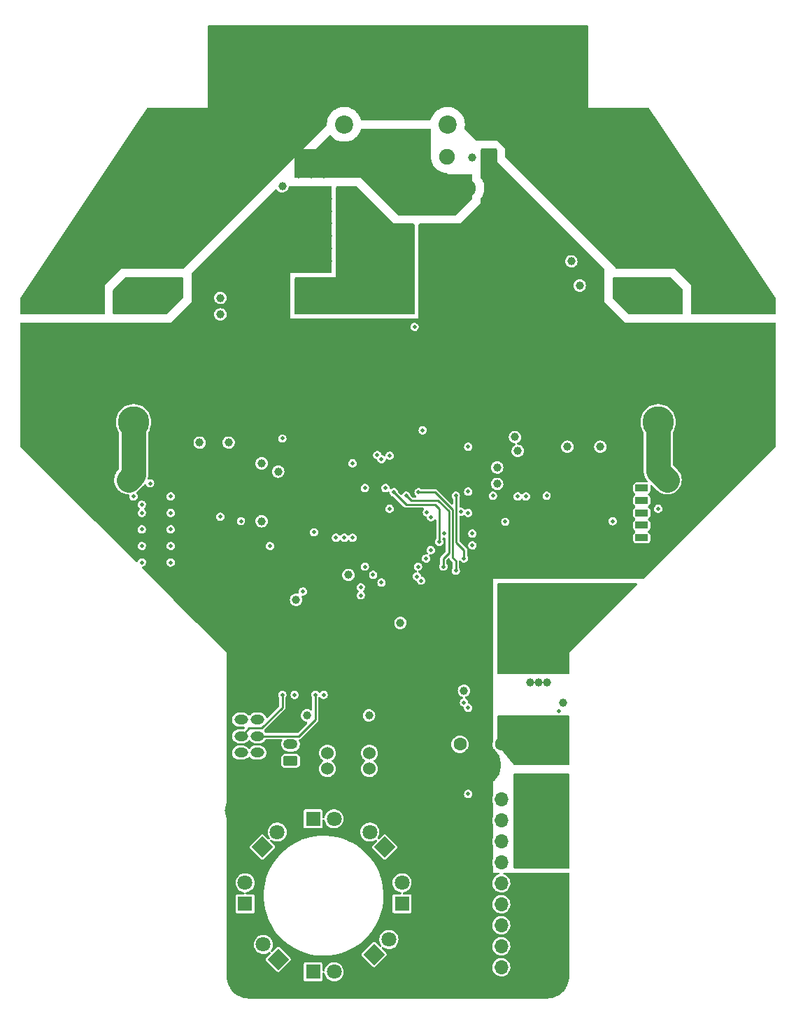
<source format=gbr>
G04 #@! TF.GenerationSoftware,KiCad,Pcbnew,(6.0.8)*
G04 #@! TF.CreationDate,2022-12-10T09:46:59+09:00*
G04 #@! TF.ProjectId,ORION_boost_v3,4f52494f-4e5f-4626-9f6f-73745f76332e,rev?*
G04 #@! TF.SameCoordinates,Original*
G04 #@! TF.FileFunction,Copper,L2,Inr*
G04 #@! TF.FilePolarity,Positive*
%FSLAX46Y46*%
G04 Gerber Fmt 4.6, Leading zero omitted, Abs format (unit mm)*
G04 Created by KiCad (PCBNEW (6.0.8)) date 2022-12-10 09:46:59*
%MOMM*%
%LPD*%
G01*
G04 APERTURE LIST*
G04 Aperture macros list*
%AMRoundRect*
0 Rectangle with rounded corners*
0 $1 Rounding radius*
0 $2 $3 $4 $5 $6 $7 $8 $9 X,Y pos of 4 corners*
0 Add a 4 corners polygon primitive as box body*
4,1,4,$2,$3,$4,$5,$6,$7,$8,$9,$2,$3,0*
0 Add four circle primitives for the rounded corners*
1,1,$1+$1,$2,$3*
1,1,$1+$1,$4,$5*
1,1,$1+$1,$6,$7*
1,1,$1+$1,$8,$9*
0 Add four rect primitives between the rounded corners*
20,1,$1+$1,$2,$3,$4,$5,0*
20,1,$1+$1,$4,$5,$6,$7,0*
20,1,$1+$1,$6,$7,$8,$9,0*
20,1,$1+$1,$8,$9,$2,$3,0*%
%AMRotRect*
0 Rectangle, with rotation*
0 The origin of the aperture is its center*
0 $1 length*
0 $2 width*
0 $3 Rotation angle, in degrees counterclockwise*
0 Add horizontal line*
21,1,$1,$2,0,0,$3*%
G04 Aperture macros list end*
G04 #@! TA.AperFunction,ComponentPad*
%ADD10O,2.800000X2.460000*%
G04 #@! TD*
G04 #@! TA.AperFunction,ComponentPad*
%ADD11R,3.800000X3.800000*%
G04 #@! TD*
G04 #@! TA.AperFunction,ComponentPad*
%ADD12C,3.800000*%
G04 #@! TD*
G04 #@! TA.AperFunction,ComponentPad*
%ADD13RoundRect,0.250000X0.625000X-0.350000X0.625000X0.350000X-0.625000X0.350000X-0.625000X-0.350000X0*%
G04 #@! TD*
G04 #@! TA.AperFunction,ComponentPad*
%ADD14O,1.750000X1.200000*%
G04 #@! TD*
G04 #@! TA.AperFunction,ComponentPad*
%ADD15C,1.524000*%
G04 #@! TD*
G04 #@! TA.AperFunction,ComponentPad*
%ADD16RoundRect,0.250000X-0.575000X0.350000X-0.575000X-0.350000X0.575000X-0.350000X0.575000X0.350000X0*%
G04 #@! TD*
G04 #@! TA.AperFunction,ComponentPad*
%ADD17O,1.650000X1.200000*%
G04 #@! TD*
G04 #@! TA.AperFunction,ComponentPad*
%ADD18R,1.700000X1.700000*%
G04 #@! TD*
G04 #@! TA.AperFunction,ComponentPad*
%ADD19O,1.700000X1.700000*%
G04 #@! TD*
G04 #@! TA.AperFunction,ComponentPad*
%ADD20RoundRect,0.500000X-0.500000X2.000000X-0.500000X-2.000000X0.500000X-2.000000X0.500000X2.000000X0*%
G04 #@! TD*
G04 #@! TA.AperFunction,ComponentPad*
%ADD21RoundRect,0.250000X1.150000X-0.980000X1.150000X0.980000X-1.150000X0.980000X-1.150000X-0.980000X0*%
G04 #@! TD*
G04 #@! TA.AperFunction,ComponentPad*
%ADD22C,5.000000*%
G04 #@! TD*
G04 #@! TA.AperFunction,ComponentPad*
%ADD23RoundRect,0.225000X0.575000X-0.225000X0.575000X0.225000X-0.575000X0.225000X-0.575000X-0.225000X0*%
G04 #@! TD*
G04 #@! TA.AperFunction,ComponentPad*
%ADD24R,1.600000X1.600000*%
G04 #@! TD*
G04 #@! TA.AperFunction,ComponentPad*
%ADD25C,1.600000*%
G04 #@! TD*
G04 #@! TA.AperFunction,ComponentPad*
%ADD26RoundRect,0.250000X0.980000X1.150000X-0.980000X1.150000X-0.980000X-1.150000X0.980000X-1.150000X0*%
G04 #@! TD*
G04 #@! TA.AperFunction,ComponentPad*
%ADD27O,2.460000X2.800000*%
G04 #@! TD*
G04 #@! TA.AperFunction,ComponentPad*
%ADD28RotRect,1.800000X1.800000X45.000000*%
G04 #@! TD*
G04 #@! TA.AperFunction,ComponentPad*
%ADD29C,1.800000*%
G04 #@! TD*
G04 #@! TA.AperFunction,ComponentPad*
%ADD30RotRect,1.800000X1.800000X135.000000*%
G04 #@! TD*
G04 #@! TA.AperFunction,ComponentPad*
%ADD31C,2.200000*%
G04 #@! TD*
G04 #@! TA.AperFunction,ComponentPad*
%ADD32R,1.800000X1.800000*%
G04 #@! TD*
G04 #@! TA.AperFunction,ComponentPad*
%ADD33R,1.905000X2.000000*%
G04 #@! TD*
G04 #@! TA.AperFunction,ComponentPad*
%ADD34O,1.905000X2.000000*%
G04 #@! TD*
G04 #@! TA.AperFunction,ComponentPad*
%ADD35C,1.905000*%
G04 #@! TD*
G04 #@! TA.AperFunction,ViaPad*
%ADD36C,1.000000*%
G04 #@! TD*
G04 #@! TA.AperFunction,ViaPad*
%ADD37C,0.500000*%
G04 #@! TD*
G04 #@! TA.AperFunction,ViaPad*
%ADD38C,4.000000*%
G04 #@! TD*
G04 #@! TA.AperFunction,Conductor*
%ADD39C,3.000000*%
G04 #@! TD*
G04 #@! TA.AperFunction,Conductor*
%ADD40C,0.250000*%
G04 #@! TD*
G04 #@! TA.AperFunction,Conductor*
%ADD41C,0.500000*%
G04 #@! TD*
G04 #@! TA.AperFunction,Conductor*
%ADD42C,0.800000*%
G04 #@! TD*
G04 APERTURE END LIST*
D10*
X165450000Y-78480000D03*
X165450000Y-74520000D03*
D11*
X88000000Y-89000000D03*
D12*
X93000000Y-89000000D03*
D13*
X112000000Y-130000000D03*
D14*
X112000000Y-128000000D03*
D15*
X121540000Y-130951000D03*
X119000000Y-130951000D03*
X116460000Y-130951000D03*
D16*
X108000000Y-123000000D03*
D17*
X106000000Y-123000000D03*
X108000000Y-125000000D03*
X106000000Y-125000000D03*
X108000000Y-127000000D03*
X106000000Y-127000000D03*
X108000000Y-129000000D03*
X106000000Y-129000000D03*
D18*
X137500000Y-157500000D03*
D19*
X137500000Y-154960000D03*
X137500000Y-152420000D03*
X137500000Y-149880000D03*
X137500000Y-147340000D03*
X137500000Y-144800000D03*
X137500000Y-142260000D03*
X137500000Y-139720000D03*
X137500000Y-137180000D03*
X137500000Y-134640000D03*
D20*
X142500000Y-127250000D03*
X142500000Y-134750000D03*
D21*
X84550000Y-78480000D03*
D10*
X84550000Y-74520000D03*
D15*
X116460000Y-129049000D03*
X119000000Y-129049000D03*
X121540000Y-129049000D03*
D11*
X161500000Y-89000000D03*
D12*
X156500000Y-89000000D03*
D22*
X142500000Y-140000000D03*
D23*
X154500000Y-104500000D03*
X154500000Y-103000000D03*
X154500000Y-101500000D03*
X154500000Y-100000000D03*
X154500000Y-98500000D03*
X154500000Y-97000000D03*
D22*
X135000000Y-130500000D03*
D24*
X92402651Y-96000000D03*
D25*
X87402651Y-96000000D03*
D24*
X157597349Y-96000000D03*
D25*
X162597349Y-96000000D03*
D26*
X91980000Y-74450000D03*
D27*
X88020000Y-74450000D03*
D28*
X108598439Y-140401561D03*
D29*
X110394490Y-138605510D03*
D30*
X123401561Y-140401561D03*
D29*
X121605510Y-138605510D03*
D31*
X146000000Y-53000000D03*
X131000000Y-53000000D03*
D25*
X132500000Y-128000000D03*
X137500000Y-128000000D03*
D32*
X106500000Y-147275000D03*
D29*
X106500000Y-144735000D03*
D32*
X114725000Y-155500000D03*
D29*
X117265000Y-155500000D03*
D30*
X110500000Y-154000000D03*
D29*
X108703949Y-152203949D03*
D33*
X136040000Y-56907500D03*
D34*
X133500000Y-60717500D03*
D35*
X130960000Y-56907500D03*
D32*
X125500000Y-147275000D03*
D29*
X125500000Y-144735000D03*
D26*
X161980000Y-74450000D03*
D27*
X158020000Y-74450000D03*
D28*
X122098439Y-153401561D03*
D29*
X123894490Y-151605510D03*
D32*
X114725000Y-137000000D03*
D29*
X117265000Y-137000000D03*
D31*
X103500000Y-53000000D03*
X118500000Y-53000000D03*
D36*
X116500000Y-51000000D03*
X133500000Y-51000000D03*
X82500000Y-75500000D03*
X82500000Y-74000000D03*
X167500000Y-75500000D03*
X167500000Y-74000000D03*
X113000000Y-59000000D03*
X97500000Y-72500000D03*
X97500000Y-74000000D03*
X96000000Y-75500000D03*
X96000000Y-74000000D03*
X96000000Y-72500000D03*
X152500000Y-72500000D03*
X152500000Y-74000000D03*
X154000000Y-75500000D03*
X154000000Y-74000000D03*
X154000000Y-72500000D03*
D37*
X111000000Y-122000000D03*
X112500000Y-122000000D03*
X115000000Y-122000000D03*
X116000000Y-122000000D03*
D36*
X125300000Y-113300000D03*
X114500000Y-59000000D03*
X114500000Y-57500000D03*
X87500000Y-85000000D03*
X143500000Y-80000000D03*
X136000000Y-72500000D03*
X145000000Y-77000000D03*
X136000000Y-69500000D03*
X115000000Y-65000000D03*
X113500000Y-80000000D03*
X143500000Y-75500000D03*
X158500000Y-83500000D03*
X96500000Y-85000000D03*
X116500000Y-66500000D03*
X140500000Y-75500000D03*
X93000000Y-80500000D03*
D38*
X128000000Y-151000000D03*
D36*
X149500000Y-77500000D03*
D37*
X149000000Y-104500000D03*
X146000000Y-104500000D03*
D36*
X91500000Y-77500000D03*
X112000000Y-68000000D03*
X155500000Y-83500000D03*
X161500000Y-80500000D03*
X99500000Y-85000000D03*
X112000000Y-86500000D03*
X106000000Y-66000000D03*
X98000000Y-83500000D03*
X87500000Y-83500000D03*
D37*
X113500000Y-103000000D03*
D36*
X133000000Y-74000000D03*
X115000000Y-66500000D03*
X133000000Y-66500000D03*
X110500000Y-71000000D03*
X160000000Y-83500000D03*
X80500000Y-82000000D03*
X137500000Y-74000000D03*
X142000000Y-74000000D03*
X115000000Y-68000000D03*
X168000000Y-80500000D03*
X155500000Y-79000000D03*
X134500000Y-80000000D03*
X96500000Y-86500000D03*
X160000000Y-85000000D03*
X140500000Y-80000000D03*
X113500000Y-85000000D03*
X157000000Y-83500000D03*
X149500000Y-85000000D03*
X110500000Y-83500000D03*
X107500000Y-69500000D03*
X90500000Y-83500000D03*
X139000000Y-63500000D03*
X139000000Y-65000000D03*
X163000000Y-80500000D03*
X142000000Y-75500000D03*
D38*
X97500000Y-79000000D03*
D36*
X155500000Y-77500000D03*
X161500000Y-85000000D03*
X86000000Y-83500000D03*
X86000000Y-85000000D03*
X107500000Y-68000000D03*
X113500000Y-83500000D03*
X166000000Y-83500000D03*
X143500000Y-83500000D03*
X108000000Y-83500000D03*
X140500000Y-71000000D03*
X151000000Y-85000000D03*
X115000000Y-83500000D03*
X115000000Y-80000000D03*
X102500000Y-85000000D03*
X126500000Y-133000000D03*
X109000000Y-63000000D03*
X140500000Y-85000000D03*
X143500000Y-78500000D03*
X148000000Y-85000000D03*
D37*
X116156233Y-107156233D03*
D36*
X106000000Y-80000000D03*
X134500000Y-77000000D03*
X160000000Y-77500000D03*
X140500000Y-65000000D03*
X137500000Y-59000000D03*
X94500000Y-80500000D03*
X140500000Y-68000000D03*
X140500000Y-86500000D03*
X168000000Y-77500000D03*
X143500000Y-74000000D03*
X101000000Y-86500000D03*
X136000000Y-83500000D03*
X90000000Y-80500000D03*
X113500000Y-63500000D03*
X88500000Y-79000000D03*
X87000000Y-77500000D03*
X80500000Y-77500000D03*
X113500000Y-65000000D03*
X134500000Y-74000000D03*
X133000000Y-78500000D03*
X143500000Y-65000000D03*
X137500000Y-65000000D03*
X145000000Y-85000000D03*
X107500000Y-75500000D03*
D38*
X82000000Y-86000000D03*
D36*
X89000000Y-85000000D03*
X90000000Y-79000000D03*
X134500000Y-71000000D03*
X93500000Y-85000000D03*
X110500000Y-72500000D03*
X129825500Y-112100000D03*
X137500000Y-78500000D03*
X108000000Y-64000000D03*
X133000000Y-80000000D03*
X136000000Y-68000000D03*
D38*
X82000000Y-91000000D03*
D36*
X106500000Y-85000000D03*
X100500000Y-79000000D03*
X137000000Y-61000000D03*
X110000000Y-62000000D03*
X91500000Y-79000000D03*
X143500000Y-72500000D03*
X140500000Y-77000000D03*
X139000000Y-69500000D03*
D37*
X99500000Y-108000000D03*
D36*
X137000000Y-62500000D03*
X112000000Y-65000000D03*
X107000000Y-65000000D03*
X110500000Y-77000000D03*
X107500000Y-72500000D03*
X136000000Y-85000000D03*
X142000000Y-68000000D03*
X102500000Y-83500000D03*
X116500000Y-69500000D03*
X136000000Y-74000000D03*
X154000000Y-86500000D03*
X157000000Y-85000000D03*
D37*
X116000000Y-94000000D03*
D36*
X91500000Y-80500000D03*
X93000000Y-79000000D03*
X139000000Y-74000000D03*
X139000000Y-75500000D03*
X89000000Y-83500000D03*
X94500000Y-79000000D03*
X161500000Y-77500000D03*
X87000000Y-79000000D03*
X107500000Y-80000000D03*
X139000000Y-85000000D03*
X107500000Y-74000000D03*
X140500000Y-66500000D03*
X140500000Y-83500000D03*
X82000000Y-80500000D03*
X139000000Y-71000000D03*
X155500000Y-80500000D03*
X134500000Y-66500000D03*
X143500000Y-77000000D03*
X158500000Y-79000000D03*
X152500000Y-83500000D03*
X143500000Y-68000000D03*
X94500000Y-77500000D03*
X144500000Y-66000000D03*
X134500000Y-83500000D03*
X133500000Y-113500000D03*
X168000000Y-82000000D03*
X137500000Y-77000000D03*
X164500000Y-85000000D03*
X106000000Y-68000000D03*
X108000000Y-85000000D03*
X113500000Y-66500000D03*
X145000000Y-83500000D03*
D37*
X120000000Y-104500000D03*
D36*
X113500000Y-68000000D03*
X157000000Y-79000000D03*
X115000000Y-69500000D03*
D38*
X106000000Y-136000000D03*
D36*
X110500000Y-74000000D03*
D38*
X152500000Y-79000000D03*
D36*
X140500000Y-74000000D03*
X149500000Y-80500000D03*
X108000000Y-86500000D03*
X106000000Y-74000000D03*
D38*
X168000000Y-91000000D03*
D36*
X140500000Y-78500000D03*
D38*
X128000000Y-136000000D03*
D36*
X133000000Y-69500000D03*
X100500000Y-77500000D03*
D37*
X119000000Y-99500000D03*
D36*
X155500000Y-86500000D03*
X141500000Y-63000000D03*
X140500000Y-69500000D03*
X102000000Y-79000000D03*
X142000000Y-86500000D03*
X112000000Y-85000000D03*
X110500000Y-66500000D03*
X88500000Y-80500000D03*
X137500000Y-68000000D03*
X157000000Y-80500000D03*
X154000000Y-83500000D03*
X134500000Y-78500000D03*
X139000000Y-66500000D03*
D38*
X107000000Y-156000000D03*
D36*
X116500000Y-68000000D03*
X107500000Y-78500000D03*
X113500000Y-62000000D03*
X106000000Y-77000000D03*
D37*
X111000000Y-101500000D03*
D36*
X140500000Y-62000000D03*
X163000000Y-77500000D03*
X137500000Y-71000000D03*
X133000000Y-71000000D03*
X136000000Y-65000000D03*
X139000000Y-80000000D03*
X112000000Y-69500000D03*
X112000000Y-80000000D03*
X142000000Y-80000000D03*
X102500000Y-86500000D03*
X106000000Y-75500000D03*
X152500000Y-86500000D03*
X112000000Y-83500000D03*
X139000000Y-77000000D03*
X136000000Y-78500000D03*
X161500000Y-83500000D03*
X137500000Y-75500000D03*
X106000000Y-78500000D03*
X119000000Y-123000000D03*
X151000000Y-83500000D03*
X145000000Y-78500000D03*
X134500000Y-75500000D03*
X148000000Y-83500000D03*
X136000000Y-75500000D03*
X134500000Y-69500000D03*
X115000000Y-62000000D03*
X92000000Y-85000000D03*
X136000000Y-80000000D03*
D37*
X139000000Y-103500000D03*
D36*
X151000000Y-86500000D03*
D37*
X112000000Y-94000000D03*
D36*
X102000000Y-77500000D03*
X107500000Y-66500000D03*
X145000000Y-80000000D03*
X137500000Y-66500000D03*
X106000000Y-72500000D03*
X110500000Y-69500000D03*
X116500000Y-80000000D03*
X140500000Y-72500000D03*
X106500000Y-83500000D03*
X138500000Y-60000000D03*
X136000000Y-66500000D03*
X110500000Y-85000000D03*
X136000000Y-77000000D03*
X82000000Y-79000000D03*
D37*
X125000000Y-99500000D03*
D36*
X160000000Y-79000000D03*
X92000000Y-83500000D03*
X163000000Y-83500000D03*
X161500000Y-79000000D03*
X169500000Y-77500000D03*
X90500000Y-85000000D03*
X82000000Y-77500000D03*
X155500000Y-85000000D03*
X133000000Y-75500000D03*
X149500000Y-86500000D03*
X163000000Y-79000000D03*
X142000000Y-83500000D03*
X149500000Y-83500000D03*
X137500000Y-80000000D03*
X88500000Y-77500000D03*
X139500000Y-61000000D03*
X148000000Y-80500000D03*
X102000000Y-80500000D03*
X99500000Y-83500000D03*
X142000000Y-72500000D03*
X163000000Y-85000000D03*
X93500000Y-83500000D03*
X134500000Y-68000000D03*
X142000000Y-66500000D03*
X168000000Y-79000000D03*
X93000000Y-77500000D03*
X145000000Y-86500000D03*
D37*
X102500000Y-99000000D03*
D36*
X149500000Y-79000000D03*
X169500000Y-79000000D03*
X148000000Y-86500000D03*
X107500000Y-77000000D03*
X137500000Y-86500000D03*
X139000000Y-72500000D03*
X133000000Y-68000000D03*
X110500000Y-63500000D03*
X137500000Y-72500000D03*
X98000000Y-85000000D03*
X98000000Y-86500000D03*
X139000000Y-86500000D03*
X148000000Y-77500000D03*
X142000000Y-78500000D03*
X95000000Y-86500000D03*
X106500000Y-86500000D03*
X157000000Y-77500000D03*
X137500000Y-83500000D03*
X110500000Y-75500000D03*
X116500000Y-63500000D03*
X142000000Y-77000000D03*
X110500000Y-80000000D03*
X169500000Y-80500000D03*
X143500000Y-85000000D03*
X80500000Y-80500000D03*
D38*
X168000000Y-86000000D03*
D36*
X139000000Y-78500000D03*
D37*
X96500000Y-108000000D03*
D36*
X109000000Y-65000000D03*
X100500000Y-80500000D03*
X143500000Y-86500000D03*
X134500000Y-72500000D03*
X139000000Y-68000000D03*
X82000000Y-82000000D03*
X113500000Y-69500000D03*
X137500000Y-85000000D03*
X107500000Y-71000000D03*
X96500000Y-83500000D03*
X115000000Y-63500000D03*
X80500000Y-79000000D03*
D37*
X131900500Y-140500000D03*
D36*
X142000000Y-69500000D03*
D38*
X143000000Y-156000000D03*
D36*
X143500000Y-71000000D03*
X101000000Y-85000000D03*
X148000000Y-79000000D03*
X164500000Y-83500000D03*
X142000000Y-85000000D03*
X154000000Y-85000000D03*
X101000000Y-83500000D03*
D37*
X127189363Y-100376896D03*
D36*
X87000000Y-80500000D03*
X142000000Y-71000000D03*
X133000000Y-72500000D03*
X139000000Y-83500000D03*
X160000000Y-80500000D03*
X110500000Y-86500000D03*
X158500000Y-85000000D03*
X119000000Y-124500000D03*
X116500000Y-65000000D03*
X112000000Y-66500000D03*
X95000000Y-83500000D03*
X169500000Y-82000000D03*
X136000000Y-71000000D03*
X143500000Y-69500000D03*
D38*
X126000000Y-156000000D03*
D36*
X133000000Y-77000000D03*
X116500000Y-62000000D03*
X158500000Y-77500000D03*
X142500000Y-64000000D03*
X95000000Y-85000000D03*
X90000000Y-77500000D03*
X110500000Y-78500000D03*
X110500000Y-68000000D03*
X137500000Y-69500000D03*
X84500000Y-83500000D03*
D37*
X126000000Y-100500000D03*
D36*
X152500000Y-85000000D03*
X158500000Y-80500000D03*
X99500000Y-86500000D03*
D37*
X134000000Y-103925500D03*
D36*
X121500000Y-124500000D03*
D37*
X113500000Y-109500000D03*
X94000000Y-104000000D03*
X151000000Y-101000000D03*
D36*
X119000000Y-107500000D03*
D37*
X138000000Y-101074500D03*
D36*
X107500000Y-48000000D03*
X164500000Y-72500000D03*
X124000000Y-43500000D03*
X133500000Y-49500000D03*
X133500000Y-48000000D03*
X110500000Y-52500000D03*
X166000000Y-72500000D03*
X92000000Y-60000000D03*
X90500000Y-64500000D03*
X145500000Y-49500000D03*
X115000000Y-52500000D03*
X121000000Y-48000000D03*
X116500000Y-42000000D03*
X81000000Y-72500000D03*
X104500000Y-46500000D03*
X113500000Y-45000000D03*
X138000000Y-54000000D03*
X147000000Y-42000000D03*
X169000000Y-72500000D03*
X93500000Y-55500000D03*
X112000000Y-49500000D03*
X113500000Y-48000000D03*
X129000000Y-42000000D03*
X139500000Y-54000000D03*
X156500000Y-60000000D03*
X160500000Y-68500000D03*
X135000000Y-43500000D03*
X103000000Y-42000000D03*
X130500000Y-46500000D03*
X104500000Y-49500000D03*
X104500000Y-45000000D03*
X121000000Y-46500000D03*
X109000000Y-48000000D03*
X110500000Y-48000000D03*
X159500000Y-60000000D03*
X110500000Y-46500000D03*
X124000000Y-45000000D03*
X103000000Y-49500000D03*
X158000000Y-60000000D03*
X145500000Y-45000000D03*
X115000000Y-49500000D03*
X158500000Y-66500000D03*
X144000000Y-54000000D03*
X142500000Y-46500000D03*
X169000000Y-74000000D03*
X139500000Y-48000000D03*
X113500000Y-42000000D03*
X130500000Y-45000000D03*
X144000000Y-48000000D03*
X90500000Y-60000000D03*
X119500000Y-46500000D03*
X130500000Y-43500000D03*
X90500000Y-61500000D03*
X139500000Y-45000000D03*
X138000000Y-46500000D03*
X142500000Y-49500000D03*
X118000000Y-45000000D03*
X159500000Y-67500000D03*
X110500000Y-49500000D03*
X126000000Y-45000000D03*
X142500000Y-42000000D03*
X141000000Y-42000000D03*
X92000000Y-61500000D03*
X109000000Y-54000000D03*
X138000000Y-45000000D03*
X136500000Y-54000000D03*
X133500000Y-45000000D03*
X109000000Y-43500000D03*
X121000000Y-43500000D03*
X127500000Y-42000000D03*
X145500000Y-46500000D03*
X115000000Y-43500000D03*
X119500000Y-45000000D03*
X135000000Y-46500000D03*
X159500000Y-64500000D03*
X103000000Y-48000000D03*
X119500000Y-43500000D03*
X158000000Y-61500000D03*
X106000000Y-42000000D03*
X161500000Y-72500000D03*
X92000000Y-57000000D03*
X110500000Y-51000000D03*
X115000000Y-45000000D03*
X81000000Y-74000000D03*
X106000000Y-45000000D03*
X106000000Y-46500000D03*
X107500000Y-43500000D03*
X107500000Y-51000000D03*
X142500000Y-48000000D03*
X132000000Y-48000000D03*
X139500000Y-49500000D03*
X107500000Y-54000000D03*
X116500000Y-48000000D03*
X158000000Y-63000000D03*
D38*
X152500000Y-53000000D03*
D36*
X132000000Y-46500000D03*
X132000000Y-43500000D03*
X142500000Y-54000000D03*
X112000000Y-52500000D03*
X141000000Y-43500000D03*
X93500000Y-54000000D03*
X109000000Y-45000000D03*
X103000000Y-45000000D03*
X81000000Y-75500000D03*
X141000000Y-51000000D03*
X106000000Y-54000000D03*
X88500000Y-69500000D03*
X113500000Y-43500000D03*
X159500000Y-63000000D03*
X109000000Y-49500000D03*
X110500000Y-54000000D03*
X139500000Y-43500000D03*
X138000000Y-43500000D03*
X133500000Y-46500000D03*
X116500000Y-43500000D03*
X144000000Y-42000000D03*
X127500000Y-45000000D03*
X93500000Y-64500000D03*
X92000000Y-63000000D03*
X121000000Y-49500000D03*
X141000000Y-54000000D03*
X136500000Y-46500000D03*
X129000000Y-49500000D03*
X122500000Y-43500000D03*
X141000000Y-49500000D03*
X132000000Y-42000000D03*
X147000000Y-43500000D03*
X136500000Y-51000000D03*
X92000000Y-58500000D03*
X106000000Y-51000000D03*
X90500000Y-63000000D03*
X115000000Y-51000000D03*
D38*
X97500000Y-53000000D03*
D36*
X110500000Y-45000000D03*
X142500000Y-43500000D03*
X116500000Y-49500000D03*
X135000000Y-52500000D03*
X122500000Y-42000000D03*
X156500000Y-61500000D03*
X147000000Y-45000000D03*
X144000000Y-43500000D03*
X142500000Y-52500000D03*
X135000000Y-45000000D03*
X107500000Y-49500000D03*
X106000000Y-43500000D03*
X118000000Y-48000000D03*
X88500000Y-72500000D03*
X107500000Y-45000000D03*
X129000000Y-46500000D03*
X104500000Y-43500000D03*
X163000000Y-72500000D03*
X115000000Y-48000000D03*
X113500000Y-51000000D03*
X112000000Y-54000000D03*
X144000000Y-46500000D03*
X161500000Y-69500000D03*
X144000000Y-45000000D03*
X130500000Y-48000000D03*
X129000000Y-43500000D03*
X118000000Y-42000000D03*
X93500000Y-61500000D03*
X112000000Y-48000000D03*
X109000000Y-52500000D03*
X103000000Y-46500000D03*
X107500000Y-42000000D03*
X82500000Y-72500000D03*
X158000000Y-58500000D03*
X104500000Y-48000000D03*
X156500000Y-55500000D03*
X156500000Y-57000000D03*
X144000000Y-52500000D03*
X115000000Y-46500000D03*
X133500000Y-42000000D03*
X139500000Y-52500000D03*
X107500000Y-52500000D03*
X126000000Y-43500000D03*
X145500000Y-48000000D03*
X93500000Y-58500000D03*
X135000000Y-48000000D03*
X113500000Y-49500000D03*
X89500000Y-68500000D03*
X103000000Y-43500000D03*
X130500000Y-42000000D03*
X138000000Y-49500000D03*
X130500000Y-49500000D03*
X116500000Y-45000000D03*
X109000000Y-46500000D03*
X147000000Y-49500000D03*
X107500000Y-46500000D03*
X119500000Y-42000000D03*
X139500000Y-46500000D03*
X93500000Y-63000000D03*
X109000000Y-42000000D03*
X136500000Y-49500000D03*
X158000000Y-57000000D03*
X93500000Y-60000000D03*
X113500000Y-52500000D03*
X119500000Y-48000000D03*
X124000000Y-42000000D03*
X110500000Y-43500000D03*
X144000000Y-51000000D03*
X119500000Y-49500000D03*
X106000000Y-49500000D03*
X156500000Y-54000000D03*
X112000000Y-42000000D03*
X109000000Y-51000000D03*
X139500000Y-42000000D03*
X136500000Y-48000000D03*
X135000000Y-42000000D03*
X106000000Y-52500000D03*
X121000000Y-45000000D03*
X138000000Y-52500000D03*
X129000000Y-48000000D03*
X121000000Y-42000000D03*
X135000000Y-51000000D03*
X104500000Y-42000000D03*
X142500000Y-51000000D03*
X156500000Y-58500000D03*
X118000000Y-49500000D03*
X141000000Y-46500000D03*
X118000000Y-43500000D03*
X167500000Y-72500000D03*
X112000000Y-51000000D03*
X136500000Y-52500000D03*
X169000000Y-75500000D03*
X91500000Y-66500000D03*
X106000000Y-48000000D03*
X147000000Y-48000000D03*
X144000000Y-49500000D03*
X115000000Y-42000000D03*
X116500000Y-46500000D03*
X141000000Y-45000000D03*
X145500000Y-43500000D03*
X90500000Y-67500000D03*
X126000000Y-42000000D03*
X129000000Y-45000000D03*
X159500000Y-61500000D03*
X132000000Y-45000000D03*
X156500000Y-63000000D03*
X132000000Y-49500000D03*
X127500000Y-43500000D03*
X136500000Y-45000000D03*
X112000000Y-43500000D03*
X136500000Y-42000000D03*
X110500000Y-42000000D03*
X92500000Y-65500000D03*
X138000000Y-42000000D03*
X112000000Y-45000000D03*
X84000000Y-72500000D03*
X141000000Y-48000000D03*
X156500000Y-64500000D03*
X145500000Y-42000000D03*
X141000000Y-52500000D03*
X142500000Y-45000000D03*
X118000000Y-46500000D03*
X135000000Y-49500000D03*
X133500000Y-43500000D03*
X147000000Y-46500000D03*
X138000000Y-51000000D03*
X138000000Y-48000000D03*
X139500000Y-51000000D03*
X93500000Y-57000000D03*
X85500000Y-72500000D03*
X87000000Y-72500000D03*
X136500000Y-43500000D03*
X113500000Y-54000000D03*
X113500000Y-46500000D03*
X161500000Y-71000000D03*
X122500000Y-45000000D03*
X112000000Y-46500000D03*
X157500000Y-65500000D03*
X88500000Y-71000000D03*
X137000000Y-94500000D03*
X110500000Y-95000000D03*
X112675500Y-110500000D03*
X114000000Y-124500000D03*
X137000000Y-96500000D03*
D37*
X94000000Y-106000000D03*
D36*
X108500000Y-101000000D03*
X108500000Y-94000000D03*
X124000000Y-75500000D03*
X122500000Y-74000000D03*
X124000000Y-69500000D03*
X139000000Y-118000000D03*
X148000000Y-110500000D03*
X119500000Y-72500000D03*
X137500000Y-109000000D03*
X119500000Y-71000000D03*
X125500000Y-69500000D03*
X118000000Y-68000000D03*
X137500000Y-115000000D03*
X121000000Y-71000000D03*
X145000000Y-109000000D03*
X140500000Y-109000000D03*
X143500000Y-110500000D03*
X121000000Y-72500000D03*
X148000000Y-113500000D03*
X124000000Y-68000000D03*
X146500000Y-112000000D03*
X137500000Y-113500000D03*
X145000000Y-113500000D03*
X139000000Y-109000000D03*
X122500000Y-66500000D03*
X140500000Y-110500000D03*
X125500000Y-72500000D03*
X140500000Y-113500000D03*
X124000000Y-74000000D03*
X118000000Y-71000000D03*
X146500000Y-109000000D03*
X148000000Y-112000000D03*
X121000000Y-75500000D03*
X142000000Y-113500000D03*
X148000000Y-109000000D03*
X146500000Y-113500000D03*
X121000000Y-65000000D03*
X140500000Y-118000000D03*
X137500000Y-118000000D03*
X140500000Y-115000000D03*
X140500000Y-116500000D03*
X142000000Y-112000000D03*
X122500000Y-68000000D03*
X119500000Y-74000000D03*
X118000000Y-65000000D03*
X118000000Y-75500000D03*
X139000000Y-110500000D03*
X137500000Y-110500000D03*
X151000000Y-109000000D03*
X145000000Y-115000000D03*
X122500000Y-75500000D03*
X146500000Y-110500000D03*
X121000000Y-69500000D03*
X124000000Y-72500000D03*
X149500000Y-112000000D03*
X122500000Y-72500000D03*
X143500000Y-115000000D03*
X152500000Y-109000000D03*
X118000000Y-62000000D03*
X118000000Y-74000000D03*
X125500000Y-75500000D03*
X124000000Y-66500000D03*
X122500000Y-69500000D03*
X119500000Y-66500000D03*
X121000000Y-63500000D03*
X119500000Y-63500000D03*
X125500000Y-71000000D03*
X142000000Y-109000000D03*
X145000000Y-110500000D03*
X125500000Y-68000000D03*
X143500000Y-109000000D03*
X151000000Y-110500000D03*
X143500000Y-113500000D03*
X121000000Y-68000000D03*
X121000000Y-74000000D03*
X142000000Y-118000000D03*
X149500000Y-110500000D03*
X149500000Y-109000000D03*
X143500000Y-112000000D03*
X119500000Y-62000000D03*
X118000000Y-63500000D03*
X137500000Y-116500000D03*
X143500000Y-116500000D03*
X122500000Y-65000000D03*
X119500000Y-65000000D03*
X142000000Y-115000000D03*
X118000000Y-69500000D03*
X145000000Y-116500000D03*
X146500000Y-115000000D03*
X139000000Y-116500000D03*
X145000000Y-112000000D03*
X139000000Y-112000000D03*
X118000000Y-66500000D03*
X121000000Y-66500000D03*
X125500000Y-66500000D03*
X139000000Y-113500000D03*
X139000000Y-115000000D03*
X142000000Y-110500000D03*
X124000000Y-71000000D03*
X125500000Y-74000000D03*
X119500000Y-69500000D03*
X140500000Y-112000000D03*
X142000000Y-116500000D03*
X119500000Y-75500000D03*
X119500000Y-68000000D03*
X118000000Y-72500000D03*
X137500000Y-112000000D03*
X122500000Y-71000000D03*
D37*
X94000000Y-102000000D03*
X119500000Y-103000000D03*
X97500000Y-106000000D03*
X118500000Y-103000000D03*
X94000000Y-100000000D03*
X97500000Y-104000000D03*
X124000000Y-99500000D03*
X156500000Y-99500000D03*
X133500000Y-100000000D03*
X132624000Y-99875500D03*
X128500000Y-99925500D03*
X120500000Y-109000000D03*
X120500000Y-110000000D03*
X129000000Y-100500000D03*
X134000000Y-102500000D03*
X130574500Y-102500000D03*
D36*
X139500000Y-92500000D03*
D37*
X97500000Y-102000000D03*
X97500000Y-100000000D03*
X126000000Y-97925500D03*
X130500000Y-106500000D03*
X132000000Y-107000000D03*
X127500000Y-97500000D03*
D36*
X141000000Y-120500000D03*
X142000000Y-120500000D03*
D37*
X144500000Y-124000000D03*
X133000000Y-122925500D03*
D36*
X143000000Y-120500000D03*
D37*
X144500000Y-125000000D03*
X133500000Y-123574500D03*
X117500000Y-103000000D03*
X94000000Y-99000000D03*
X139500000Y-98000000D03*
X123500000Y-97000000D03*
X121000000Y-97000000D03*
X114843767Y-102343767D03*
X119500000Y-94000000D03*
X106000000Y-101000000D03*
X140500000Y-98000000D03*
X123000000Y-93500000D03*
X124500000Y-97500000D03*
X130000000Y-103500000D03*
X133500000Y-134000000D03*
X124000000Y-93074500D03*
X143000000Y-97925500D03*
X103500000Y-100457371D03*
X122500000Y-93000000D03*
X111000000Y-91000000D03*
D36*
X111000000Y-60500000D03*
D37*
X127000000Y-77500000D03*
X128000000Y-90000000D03*
X133500000Y-92000000D03*
X133500000Y-97425500D03*
X136500000Y-97925500D03*
X133000000Y-105500000D03*
X132000000Y-97925500D03*
X129000000Y-104500000D03*
X127806516Y-108193484D03*
X128399930Y-105525570D03*
X127306516Y-107693484D03*
X127425500Y-106500000D03*
X109500000Y-104000000D03*
X123000000Y-108425500D03*
X95000000Y-96425500D03*
X122000000Y-107500000D03*
X121000000Y-106500000D03*
X93000000Y-98000000D03*
D36*
X101000000Y-91500000D03*
X103500000Y-76000000D03*
X134000000Y-57000000D03*
X139171398Y-90828602D03*
D37*
X97500000Y-98000000D03*
D36*
X145000000Y-123000000D03*
X133000000Y-121500000D03*
X116000000Y-56000000D03*
X116000000Y-57500000D03*
X116000000Y-59000000D03*
X94500000Y-72500000D03*
X94500000Y-74000000D03*
X94500000Y-75500000D03*
X155500000Y-72500000D03*
X155500000Y-75500000D03*
X155500000Y-74000000D03*
X103498268Y-73988969D03*
X104500000Y-91500000D03*
X147000000Y-72500000D03*
X149500000Y-92000000D03*
X145975500Y-69579502D03*
X145500000Y-92000000D03*
D39*
X93000000Y-95402651D02*
X92402651Y-96000000D01*
X93000000Y-89000000D02*
X93000000Y-95402651D01*
D40*
X113000000Y-127000000D02*
X108000000Y-127000000D01*
X115000000Y-125000000D02*
X113000000Y-127000000D01*
X115000000Y-122000000D02*
X115000000Y-125000000D01*
X111000000Y-123533148D02*
X111000000Y-122000000D01*
X107000000Y-126000000D02*
X108533148Y-126000000D01*
X108533148Y-126000000D02*
X111000000Y-123533148D01*
X106000000Y-127000000D02*
X107000000Y-126000000D01*
D41*
X131500000Y-110400000D02*
X131500000Y-109500000D01*
X129825500Y-112100000D02*
X129825500Y-112074500D01*
X129825500Y-112074500D02*
X131500000Y-110400000D01*
X125600000Y-112100000D02*
X124200000Y-110700000D01*
X129825500Y-112100000D02*
X125600000Y-112100000D01*
X116156233Y-107156233D02*
X116156233Y-102343767D01*
X146000000Y-104500000D02*
X149000000Y-104500000D01*
X104343767Y-107156233D02*
X102500000Y-105312466D01*
X119700000Y-110700000D02*
X116156233Y-107156233D01*
X146000000Y-104500000D02*
X145000000Y-103500000D01*
X131500000Y-109500000D02*
X133500000Y-111500000D01*
X137500000Y-103500000D02*
X131500000Y-109500000D01*
X116156233Y-102343767D02*
X119000000Y-99500000D01*
X113656233Y-107156233D02*
X104343767Y-107156233D01*
X96500000Y-108000000D02*
X99500000Y-108000000D01*
X116156233Y-107156233D02*
X117343767Y-107156233D01*
D42*
X119000000Y-123000000D02*
X119000000Y-111400000D01*
D41*
X124200000Y-110700000D02*
X124200000Y-102300000D01*
X124200000Y-102300000D02*
X126000000Y-100500000D01*
X103500000Y-108000000D02*
X99500000Y-108000000D01*
X113500000Y-103000000D02*
X113500000Y-107000000D01*
X102500000Y-105312466D02*
X102500000Y-99000000D01*
X124200000Y-110700000D02*
X119700000Y-110700000D01*
X116156233Y-107156233D02*
X113656233Y-107156233D01*
X145000000Y-103500000D02*
X139000000Y-103500000D01*
X139000000Y-103500000D02*
X137500000Y-103500000D01*
X116000000Y-94000000D02*
X116156233Y-94156233D01*
X133500000Y-111500000D02*
X133500000Y-113500000D01*
D42*
X119000000Y-111400000D02*
X119700000Y-110700000D01*
D41*
X112000000Y-94000000D02*
X116000000Y-94000000D01*
X154500000Y-104500000D02*
X149000000Y-104500000D01*
X113500000Y-107000000D02*
X113656233Y-107156233D01*
X116156233Y-94156233D02*
X116156233Y-102343767D01*
X104343767Y-107156233D02*
X103500000Y-108000000D01*
X117343767Y-107156233D02*
X120000000Y-104500000D01*
D39*
X156500000Y-94902651D02*
X157597349Y-96000000D01*
X156500000Y-89000000D02*
X156500000Y-94902651D01*
D40*
X130500000Y-105500000D02*
X131149500Y-104850500D01*
X131149500Y-104850500D02*
X131149500Y-99785896D01*
X129863604Y-98500000D02*
X126574500Y-98500000D01*
X126574500Y-98500000D02*
X126000000Y-97925500D01*
X131149500Y-99785896D02*
X129863604Y-98500000D01*
X130500000Y-106500000D02*
X130500000Y-105500000D01*
X129500000Y-97500000D02*
X127500000Y-97500000D01*
X132000000Y-105801000D02*
X131599500Y-105400500D01*
X131599500Y-105400500D02*
X131599500Y-99599500D01*
X132000000Y-107000000D02*
X132000000Y-105801000D01*
X131599500Y-99599500D02*
X129500000Y-97500000D01*
X130000000Y-99525000D02*
X129475000Y-99000000D01*
X129475000Y-99000000D02*
X126000000Y-99000000D01*
X130000000Y-103500000D02*
X130000000Y-99525000D01*
X126000000Y-99000000D02*
X124500000Y-97500000D01*
X132000000Y-97925500D02*
X132049500Y-97975000D01*
X132049500Y-97975000D02*
X132049500Y-103549500D01*
X133000000Y-104500000D02*
X133000000Y-105500000D01*
X132049500Y-103549500D02*
X133000000Y-104500000D01*
G04 #@! TA.AperFunction,Conductor*
G36*
X155366292Y-51020002D02*
G01*
X155403009Y-51056108D01*
X163073572Y-62561953D01*
X170728338Y-74044102D01*
X170749500Y-74113994D01*
X170749500Y-75874000D01*
X170729498Y-75942121D01*
X170675842Y-75988614D01*
X170623500Y-76000000D01*
X160626000Y-76000000D01*
X160557879Y-75979998D01*
X160511386Y-75926342D01*
X160500000Y-75874000D01*
X160500000Y-72500000D01*
X158500000Y-70500000D01*
X151552190Y-70500000D01*
X151484069Y-70479998D01*
X151463095Y-70463095D01*
X138036905Y-57036905D01*
X138002879Y-56974593D01*
X138000000Y-56947810D01*
X138000000Y-56000000D01*
X137000000Y-55000000D01*
X135500000Y-55000000D01*
X133052410Y-52552410D01*
X133028719Y-52438011D01*
X133027850Y-52433814D01*
X132932248Y-52163842D01*
X132800891Y-51909342D01*
X132787679Y-51890543D01*
X132638673Y-51678529D01*
X132638668Y-51678523D01*
X132636209Y-51675024D01*
X132441251Y-51465224D01*
X132437935Y-51462510D01*
X132437932Y-51462507D01*
X132222941Y-51286539D01*
X132219623Y-51283823D01*
X131975427Y-51134180D01*
X131971491Y-51132452D01*
X131717110Y-51020786D01*
X131717106Y-51020785D01*
X131713182Y-51019062D01*
X131646264Y-51000000D01*
X155298171Y-51000000D01*
X155366292Y-51020002D01*
G37*
G04 #@! TD.AperFunction*
G04 #@! TA.AperFunction,Conductor*
G36*
X144467102Y-124500021D02*
G01*
X144562499Y-124501770D01*
X144567448Y-124500421D01*
X144574231Y-124500000D01*
X145623500Y-124500000D01*
X145691621Y-124520002D01*
X145738114Y-124573658D01*
X145749500Y-124626000D01*
X145749500Y-130374000D01*
X145729498Y-130442121D01*
X145675842Y-130488614D01*
X145623500Y-130500000D01*
X139060559Y-130500000D01*
X138992438Y-130479998D01*
X138962170Y-130452712D01*
X137027611Y-128034514D01*
X137000675Y-127968825D01*
X137000000Y-127955802D01*
X137000000Y-124626000D01*
X137020002Y-124557879D01*
X137073658Y-124511386D01*
X137126000Y-124500000D01*
X144464791Y-124500000D01*
X144467102Y-124500021D01*
G37*
G04 #@! TD.AperFunction*
G04 #@! TA.AperFunction,Conductor*
G36*
X158015931Y-71520002D02*
G01*
X158036905Y-71536905D01*
X159463095Y-72963095D01*
X159497121Y-73025407D01*
X159500000Y-73052190D01*
X159500000Y-75874000D01*
X159479998Y-75942121D01*
X159426342Y-75988614D01*
X159374000Y-76000000D01*
X153052190Y-76000000D01*
X152984069Y-75979998D01*
X152963095Y-75963095D01*
X151036905Y-74036905D01*
X151002879Y-73974593D01*
X151000000Y-73947810D01*
X151000000Y-71626000D01*
X151020002Y-71557879D01*
X151073658Y-71511386D01*
X151126000Y-71500000D01*
X157947810Y-71500000D01*
X158015931Y-71520002D01*
G37*
G04 #@! TD.AperFunction*
G04 #@! TA.AperFunction,Conductor*
G36*
X117807602Y-51011702D02*
G01*
X117803654Y-51013386D01*
X117548117Y-51122382D01*
X117548113Y-51122384D01*
X117544165Y-51124068D01*
X117298415Y-51271146D01*
X117074900Y-51450215D01*
X116877755Y-51657962D01*
X116710629Y-51890543D01*
X116576614Y-52143653D01*
X116478190Y-52412610D01*
X116417178Y-52692436D01*
X116394707Y-52977953D01*
X116394954Y-52982233D01*
X116398397Y-53041951D01*
X116382349Y-53111110D01*
X116361701Y-53138299D01*
X99036905Y-70463095D01*
X98974593Y-70497121D01*
X98947810Y-70500000D01*
X91500000Y-70500000D01*
X89500000Y-72500000D01*
X89500000Y-75874000D01*
X89479998Y-75942121D01*
X89426342Y-75988614D01*
X89374000Y-76000000D01*
X79376500Y-76000000D01*
X79308379Y-75979998D01*
X79261886Y-75926342D01*
X79250500Y-75874000D01*
X79250500Y-74113994D01*
X79271662Y-74044102D01*
X94596992Y-51056108D01*
X94651421Y-51010523D01*
X94701830Y-51000000D01*
X117850377Y-51000000D01*
X117807602Y-51011702D01*
G37*
G04 #@! TD.AperFunction*
G04 #@! TA.AperFunction,Conductor*
G36*
X98942121Y-71520002D02*
G01*
X98988614Y-71573658D01*
X99000000Y-71626000D01*
X99000000Y-73947810D01*
X98979998Y-74015931D01*
X98963095Y-74036905D01*
X97036905Y-75963095D01*
X96974593Y-75997121D01*
X96947810Y-76000000D01*
X90626000Y-76000000D01*
X90557879Y-75979998D01*
X90511386Y-75926342D01*
X90500000Y-75874000D01*
X90500000Y-73052190D01*
X90520002Y-72984069D01*
X90536905Y-72963095D01*
X91963095Y-71536905D01*
X92025407Y-71502879D01*
X92052190Y-71500000D01*
X98874000Y-71500000D01*
X98942121Y-71520002D01*
G37*
G04 #@! TD.AperFunction*
G04 #@! TA.AperFunction,Conductor*
G36*
X145691621Y-131520002D02*
G01*
X145738114Y-131573658D01*
X145749500Y-131626000D01*
X145749500Y-142874000D01*
X145729498Y-142942121D01*
X145675842Y-142988614D01*
X145623500Y-143000000D01*
X139126000Y-143000000D01*
X139057879Y-142979998D01*
X139011386Y-142926342D01*
X139000000Y-142874000D01*
X139000000Y-131626000D01*
X139020002Y-131557879D01*
X139073658Y-131511386D01*
X139126000Y-131500000D01*
X145623500Y-131500000D01*
X145691621Y-131520002D01*
G37*
G04 #@! TD.AperFunction*
G04 #@! TA.AperFunction,Conductor*
G36*
X128929032Y-53520002D02*
G01*
X128975525Y-53573658D01*
X128980117Y-53585186D01*
X128993206Y-53623415D01*
X129000000Y-53664229D01*
X129000000Y-57000000D01*
X129006302Y-57006302D01*
X129010213Y-57030166D01*
X129013835Y-57122359D01*
X129063525Y-57394432D01*
X129151054Y-57656790D01*
X129153044Y-57660773D01*
X129153045Y-57660775D01*
X129200169Y-57755083D01*
X129274677Y-57904197D01*
X129431926Y-58131718D01*
X129619664Y-58334813D01*
X129623118Y-58337625D01*
X129830689Y-58506614D01*
X129830693Y-58506617D01*
X129834146Y-58509428D01*
X130071092Y-58652081D01*
X130190232Y-58702530D01*
X130321675Y-58758190D01*
X130321679Y-58758191D01*
X130325773Y-58759925D01*
X130330065Y-58761063D01*
X130330068Y-58761064D01*
X130437031Y-58789424D01*
X130593109Y-58830808D01*
X130597533Y-58831332D01*
X130597535Y-58831332D01*
X130722182Y-58846084D01*
X130819328Y-58857582D01*
X130884626Y-58885452D01*
X130893614Y-58893614D01*
X131000000Y-59000000D01*
X133874000Y-59000000D01*
X133942121Y-59020002D01*
X133988614Y-59073658D01*
X134000000Y-59126000D01*
X134000000Y-61947810D01*
X133979998Y-62015931D01*
X133963095Y-62036905D01*
X132036905Y-63963095D01*
X131974593Y-63997121D01*
X131947810Y-64000000D01*
X125052190Y-64000000D01*
X124984069Y-63979998D01*
X124963095Y-63963095D01*
X120500000Y-59500000D01*
X112626000Y-59500000D01*
X112557879Y-59479998D01*
X112511386Y-59426342D01*
X112500000Y-59374000D01*
X112500000Y-56126000D01*
X112520002Y-56057879D01*
X112573658Y-56011386D01*
X112626000Y-56000000D01*
X115000000Y-56000000D01*
X116681442Y-54318558D01*
X116743754Y-54284532D01*
X116814569Y-54289597D01*
X116863730Y-54322852D01*
X117042756Y-54519600D01*
X117262472Y-54703311D01*
X117505088Y-54855503D01*
X117508990Y-54857265D01*
X117508994Y-54857267D01*
X117762202Y-54971595D01*
X117762206Y-54971597D01*
X117766114Y-54973361D01*
X117770233Y-54974581D01*
X118036606Y-55053485D01*
X118036611Y-55053486D01*
X118040719Y-55054703D01*
X118044953Y-55055351D01*
X118044958Y-55055352D01*
X118292214Y-55093187D01*
X118323824Y-55098024D01*
X118469589Y-55100314D01*
X118605898Y-55102456D01*
X118605904Y-55102456D01*
X118610189Y-55102523D01*
X118614441Y-55102008D01*
X118614449Y-55102008D01*
X118834221Y-55075411D01*
X118894514Y-55068115D01*
X118898662Y-55067027D01*
X118898666Y-55067026D01*
X119167388Y-54996528D01*
X119171539Y-54995439D01*
X119175500Y-54993799D01*
X119175504Y-54993797D01*
X119318370Y-54934620D01*
X119436138Y-54885839D01*
X119485034Y-54857267D01*
X119679717Y-54743503D01*
X119679718Y-54743503D01*
X119683415Y-54741342D01*
X119908793Y-54564623D01*
X120108102Y-54358952D01*
X120110635Y-54355504D01*
X120110639Y-54355499D01*
X120275117Y-54131589D01*
X120277655Y-54128134D01*
X120279701Y-54124366D01*
X120412263Y-53880217D01*
X120412264Y-53880215D01*
X120414313Y-53876441D01*
X120515548Y-53608530D01*
X120517988Y-53597876D01*
X120552691Y-53535938D01*
X120615370Y-53502595D01*
X120640809Y-53500000D01*
X128860911Y-53500000D01*
X128929032Y-53520002D01*
G37*
G04 #@! TD.AperFunction*
G04 #@! TA.AperFunction,Conductor*
G36*
X153909671Y-108520002D02*
G01*
X153956164Y-108573658D01*
X153966268Y-108643932D01*
X153936774Y-108708512D01*
X153930645Y-108715095D01*
X145849098Y-116796642D01*
X145830005Y-116812312D01*
X145829716Y-116812505D01*
X145829714Y-116812507D01*
X145819399Y-116819399D01*
X145783943Y-116872464D01*
X145764034Y-116902259D01*
X145744592Y-117000000D01*
X145747013Y-117012171D01*
X145747013Y-117012172D01*
X145747079Y-117012504D01*
X145749500Y-117037085D01*
X145749500Y-119374000D01*
X145729498Y-119442121D01*
X145675842Y-119488614D01*
X145623500Y-119500000D01*
X137126000Y-119500000D01*
X137057879Y-119479998D01*
X137011386Y-119426342D01*
X137000000Y-119374000D01*
X137000000Y-108626000D01*
X137020002Y-108557879D01*
X137073658Y-108511386D01*
X137126000Y-108500000D01*
X153841550Y-108500000D01*
X153909671Y-108520002D01*
G37*
G04 #@! TD.AperFunction*
G04 #@! TA.AperFunction,Conductor*
G36*
X147942121Y-41020002D02*
G01*
X147988614Y-41073658D01*
X148000000Y-41126000D01*
X148000000Y-51000000D01*
X155000000Y-51000000D01*
X155000000Y-55000000D01*
X134552190Y-55000000D01*
X134484069Y-54979998D01*
X134463095Y-54963095D01*
X133082160Y-53582160D01*
X133048134Y-53519848D01*
X133048435Y-53464938D01*
X133079487Y-53329358D01*
X133104946Y-53044092D01*
X133105408Y-53000000D01*
X133085928Y-52714263D01*
X133027850Y-52433814D01*
X132932248Y-52163842D01*
X132800891Y-51909342D01*
X132798428Y-51905837D01*
X132638673Y-51678529D01*
X132638668Y-51678523D01*
X132636209Y-51675024D01*
X132441251Y-51465224D01*
X132437935Y-51462510D01*
X132437932Y-51462507D01*
X132222941Y-51286539D01*
X132219623Y-51283823D01*
X131975427Y-51134180D01*
X131957419Y-51126275D01*
X131717110Y-51020786D01*
X131717106Y-51020785D01*
X131713182Y-51019062D01*
X131437739Y-50940600D01*
X131227881Y-50910733D01*
X131158448Y-50900851D01*
X131158446Y-50900851D01*
X131154196Y-50900246D01*
X131002333Y-50899451D01*
X130872086Y-50898769D01*
X130872080Y-50898769D01*
X130867800Y-50898747D01*
X130863556Y-50899306D01*
X130863552Y-50899306D01*
X130739031Y-50915699D01*
X130583851Y-50936129D01*
X130579711Y-50937262D01*
X130579709Y-50937262D01*
X130563209Y-50941776D01*
X130307602Y-51011702D01*
X130303654Y-51013386D01*
X130048117Y-51122382D01*
X130048113Y-51122384D01*
X130044165Y-51124068D01*
X129798415Y-51271146D01*
X129574900Y-51450215D01*
X129377755Y-51657962D01*
X129210629Y-51890543D01*
X129076614Y-52143653D01*
X128978190Y-52412610D01*
X128977461Y-52412343D01*
X128941282Y-52468991D01*
X128876785Y-52498666D01*
X128858501Y-52500000D01*
X120640336Y-52500000D01*
X120572215Y-52479998D01*
X120525722Y-52426342D01*
X120521563Y-52416060D01*
X120433679Y-52167883D01*
X120432248Y-52163842D01*
X120300891Y-51909342D01*
X120298428Y-51905837D01*
X120138673Y-51678529D01*
X120138668Y-51678523D01*
X120136209Y-51675024D01*
X119941251Y-51465224D01*
X119937935Y-51462510D01*
X119937932Y-51462507D01*
X119722941Y-51286539D01*
X119719623Y-51283823D01*
X119475427Y-51134180D01*
X119457419Y-51126275D01*
X119217110Y-51020786D01*
X119217106Y-51020785D01*
X119213182Y-51019062D01*
X118937739Y-50940600D01*
X118727881Y-50910733D01*
X118658448Y-50900851D01*
X118658446Y-50900851D01*
X118654196Y-50900246D01*
X118502333Y-50899451D01*
X118372086Y-50898769D01*
X118372080Y-50898769D01*
X118367800Y-50898747D01*
X118363556Y-50899306D01*
X118363552Y-50899306D01*
X118239031Y-50915699D01*
X118083851Y-50936129D01*
X118079711Y-50937262D01*
X118079709Y-50937262D01*
X118063209Y-50941776D01*
X117807602Y-51011702D01*
X117803654Y-51013386D01*
X117548117Y-51122382D01*
X117548113Y-51122384D01*
X117544165Y-51124068D01*
X117298415Y-51271146D01*
X117074900Y-51450215D01*
X116877755Y-51657962D01*
X116710629Y-51890543D01*
X116576614Y-52143653D01*
X116478190Y-52412610D01*
X116417178Y-52692436D01*
X116394707Y-52977953D01*
X116394954Y-52982233D01*
X116398397Y-53041951D01*
X116382349Y-53111110D01*
X116361701Y-53138299D01*
X114500000Y-55000000D01*
X95000000Y-55000000D01*
X95000000Y-51000000D01*
X102000000Y-51000000D01*
X102000000Y-41126000D01*
X102020002Y-41057879D01*
X102073658Y-41011386D01*
X102126000Y-41000000D01*
X147874000Y-41000000D01*
X147942121Y-41020002D01*
G37*
G04 #@! TD.AperFunction*
G04 #@! TA.AperFunction,Conductor*
G36*
X120015931Y-60520002D02*
G01*
X120036905Y-60536905D01*
X124500000Y-65000000D01*
X126874000Y-65000000D01*
X126942121Y-65020002D01*
X126988614Y-65073658D01*
X127000000Y-65126000D01*
X127000000Y-75874000D01*
X126979998Y-75942121D01*
X126926342Y-75988614D01*
X126874000Y-76000000D01*
X112626000Y-76000000D01*
X112557879Y-75979998D01*
X112511386Y-75926342D01*
X112500000Y-75874000D01*
X112500000Y-71626000D01*
X112520002Y-71557879D01*
X112573658Y-71511386D01*
X112626000Y-71500000D01*
X117500000Y-71500000D01*
X117500000Y-60626000D01*
X117520002Y-60557879D01*
X117573658Y-60511386D01*
X117626000Y-60500000D01*
X119947810Y-60500000D01*
X120015931Y-60520002D01*
G37*
G04 #@! TD.AperFunction*
G04 #@! TA.AperFunction,Conductor*
G36*
X170728338Y-74044102D02*
G01*
X170749500Y-74113994D01*
X170749500Y-75874000D01*
X170729498Y-75942121D01*
X170675842Y-75988614D01*
X170623500Y-76000000D01*
X160626000Y-76000000D01*
X160557879Y-75979998D01*
X160511386Y-75926342D01*
X160500000Y-75874000D01*
X160500000Y-69000000D01*
X156000000Y-64500000D01*
X156000000Y-51951595D01*
X170728338Y-74044102D01*
G37*
G04 #@! TD.AperFunction*
G04 #@! TA.AperFunction,Conductor*
G36*
X136942121Y-56020002D02*
G01*
X136988614Y-56073658D01*
X137000000Y-56126000D01*
X137000000Y-57500000D01*
X149963095Y-70463095D01*
X149997121Y-70525407D01*
X150000000Y-70552190D01*
X150000000Y-74500000D01*
X152500000Y-77000000D01*
X170623500Y-77000000D01*
X170691621Y-77020002D01*
X170738114Y-77073658D01*
X170749500Y-77126000D01*
X170749500Y-91844050D01*
X170729498Y-91912171D01*
X170712595Y-91933145D01*
X154682645Y-107963095D01*
X154620333Y-107997121D01*
X154593550Y-108000000D01*
X136500000Y-108000000D01*
X136500000Y-127658523D01*
X136494102Y-127696621D01*
X136467484Y-127780532D01*
X136466798Y-127786649D01*
X136466797Y-127786653D01*
X136447458Y-127959065D01*
X136444520Y-127985262D01*
X136445036Y-127991406D01*
X136458343Y-128149869D01*
X136461759Y-128190553D01*
X136484031Y-128268223D01*
X136495119Y-128306893D01*
X136500000Y-128341623D01*
X136500000Y-134145851D01*
X136485508Y-134204519D01*
X136481604Y-134211939D01*
X136481602Y-134211945D01*
X136478914Y-134217053D01*
X136418937Y-134410213D01*
X136395164Y-134611069D01*
X136408392Y-134812894D01*
X136458178Y-135008928D01*
X136488426Y-135074540D01*
X136500000Y-135127292D01*
X136500000Y-136685851D01*
X136485508Y-136744519D01*
X136481604Y-136751939D01*
X136481602Y-136751945D01*
X136478914Y-136757053D01*
X136418937Y-136950213D01*
X136395164Y-137151069D01*
X136408392Y-137352894D01*
X136427338Y-137427494D01*
X136438122Y-137469955D01*
X136458178Y-137548928D01*
X136471449Y-137577714D01*
X136488426Y-137614540D01*
X136500000Y-137667292D01*
X136500000Y-139225851D01*
X136485508Y-139284519D01*
X136481604Y-139291939D01*
X136481602Y-139291945D01*
X136478914Y-139297053D01*
X136418937Y-139490213D01*
X136395164Y-139691069D01*
X136408392Y-139892894D01*
X136458178Y-140088928D01*
X136488426Y-140154540D01*
X136500000Y-140207292D01*
X136500000Y-141765851D01*
X136485508Y-141824519D01*
X136481604Y-141831939D01*
X136481602Y-141831945D01*
X136478914Y-141837053D01*
X136418937Y-142030213D01*
X136395164Y-142231069D01*
X136408392Y-142432894D01*
X136409815Y-142438496D01*
X136448958Y-142592622D01*
X136458178Y-142628928D01*
X136474961Y-142665332D01*
X136488426Y-142694540D01*
X136500000Y-142747292D01*
X136500000Y-143500000D01*
X137138440Y-143500000D01*
X137206561Y-143520002D01*
X137253054Y-143573658D01*
X137263158Y-143643932D01*
X137233664Y-143708512D01*
X137182051Y-143744212D01*
X137024193Y-143802449D01*
X137019232Y-143805401D01*
X137019231Y-143805401D01*
X136997488Y-143818337D01*
X136850371Y-143905862D01*
X136698305Y-144039220D01*
X136573089Y-144198057D01*
X136478914Y-144377053D01*
X136418937Y-144570213D01*
X136395164Y-144771069D01*
X136408392Y-144972894D01*
X136458178Y-145168928D01*
X136542856Y-145352607D01*
X136546189Y-145357323D01*
X136633366Y-145480676D01*
X136659588Y-145517780D01*
X136804466Y-145658913D01*
X136809270Y-145662123D01*
X136876651Y-145707146D01*
X136972637Y-145771282D01*
X136977940Y-145773560D01*
X136977943Y-145773562D01*
X137153163Y-145848842D01*
X137158470Y-145851122D01*
X137355740Y-145895760D01*
X137361509Y-145895987D01*
X137361512Y-145895987D01*
X137437683Y-145898979D01*
X137557842Y-145903700D01*
X137644132Y-145891189D01*
X137752286Y-145875508D01*
X137752291Y-145875507D01*
X137758007Y-145874678D01*
X137763479Y-145872820D01*
X137763481Y-145872820D01*
X137944067Y-145811519D01*
X137944069Y-145811518D01*
X137949531Y-145809664D01*
X138126001Y-145710837D01*
X138188433Y-145658913D01*
X138277073Y-145585191D01*
X138281505Y-145581505D01*
X138410837Y-145426001D01*
X138509664Y-145249531D01*
X138574678Y-145058007D01*
X138575507Y-145052291D01*
X138575508Y-145052286D01*
X138603167Y-144861516D01*
X138603700Y-144857842D01*
X138605215Y-144800000D01*
X138586708Y-144598591D01*
X138531807Y-144403926D01*
X138442351Y-144222527D01*
X138424079Y-144198057D01*
X138324788Y-144065091D01*
X138324787Y-144065090D01*
X138321335Y-144060467D01*
X138298350Y-144039220D01*
X138177053Y-143927094D01*
X138177051Y-143927092D01*
X138172812Y-143923174D01*
X138145374Y-143905862D01*
X138006637Y-143818325D01*
X138001757Y-143815246D01*
X137996397Y-143813108D01*
X137996394Y-143813106D01*
X137820746Y-143743030D01*
X137764886Y-143699209D01*
X137741586Y-143632145D01*
X137758242Y-143563130D01*
X137809566Y-143514076D01*
X137867436Y-143500000D01*
X145623500Y-143500000D01*
X145691621Y-143520002D01*
X145738114Y-143573658D01*
X145749500Y-143626000D01*
X145749500Y-155962915D01*
X145747079Y-155987496D01*
X145744592Y-156000000D01*
X145747012Y-156012169D01*
X145747012Y-156024581D01*
X145746776Y-156024581D01*
X145747523Y-156035202D01*
X145732609Y-156300781D01*
X145731028Y-156314817D01*
X145726709Y-156340236D01*
X145681749Y-156604845D01*
X145678605Y-156618620D01*
X145597165Y-156901304D01*
X145592498Y-156914641D01*
X145479922Y-157186426D01*
X145473791Y-157199157D01*
X145331490Y-157456630D01*
X145323973Y-157468593D01*
X145153743Y-157708511D01*
X145144933Y-157719559D01*
X144948905Y-157938914D01*
X144938914Y-157948905D01*
X144719559Y-158144933D01*
X144708511Y-158153743D01*
X144468593Y-158323973D01*
X144456630Y-158331490D01*
X144199153Y-158473793D01*
X144186430Y-158479920D01*
X144081344Y-158523448D01*
X143914641Y-158592498D01*
X143901304Y-158597165D01*
X143618620Y-158678605D01*
X143604845Y-158681749D01*
X143459833Y-158706388D01*
X143314817Y-158731028D01*
X143300785Y-158732608D01*
X143035202Y-158747523D01*
X143024581Y-158746776D01*
X143024581Y-158747012D01*
X143012169Y-158747012D01*
X143000000Y-158744592D01*
X142987829Y-158747013D01*
X142987496Y-158747079D01*
X142962915Y-158749500D01*
X107037085Y-158749500D01*
X107012504Y-158747079D01*
X107012171Y-158747013D01*
X107000000Y-158744592D01*
X106987831Y-158747012D01*
X106975419Y-158747012D01*
X106975419Y-158746776D01*
X106964798Y-158747523D01*
X106699215Y-158732608D01*
X106685183Y-158731028D01*
X106540167Y-158706388D01*
X106395155Y-158681749D01*
X106381380Y-158678605D01*
X106098696Y-158597165D01*
X106085359Y-158592498D01*
X105918656Y-158523448D01*
X105813570Y-158479920D01*
X105800847Y-158473793D01*
X105543370Y-158331490D01*
X105531407Y-158323973D01*
X105291489Y-158153743D01*
X105280441Y-158144933D01*
X105061086Y-157948905D01*
X105051095Y-157938914D01*
X104855067Y-157719559D01*
X104846257Y-157708511D01*
X104676027Y-157468593D01*
X104668510Y-157456630D01*
X104526209Y-157199157D01*
X104520078Y-157186426D01*
X104407502Y-156914641D01*
X104402835Y-156901304D01*
X104321395Y-156618620D01*
X104318251Y-156604845D01*
X104287638Y-156424674D01*
X113574500Y-156424674D01*
X113589034Y-156497740D01*
X113644399Y-156580601D01*
X113727260Y-156635966D01*
X113800326Y-156650500D01*
X115649674Y-156650500D01*
X115722740Y-156635966D01*
X115805601Y-156580601D01*
X115860966Y-156497740D01*
X115875500Y-156424674D01*
X115875500Y-155710673D01*
X115895502Y-155642552D01*
X115949158Y-155596059D01*
X116019432Y-155585955D01*
X116084012Y-155615449D01*
X116122396Y-155675175D01*
X116123658Y-155680784D01*
X116123796Y-155680749D01*
X116175845Y-155885690D01*
X116264369Y-156077714D01*
X116386405Y-156250391D01*
X116537865Y-156397937D01*
X116542661Y-156401142D01*
X116542664Y-156401144D01*
X116669015Y-156485569D01*
X116713677Y-156515411D01*
X116718985Y-156517692D01*
X116718986Y-156517692D01*
X116902650Y-156596600D01*
X116902653Y-156596601D01*
X116907953Y-156598878D01*
X116913582Y-156600152D01*
X116913583Y-156600152D01*
X117108550Y-156644269D01*
X117108553Y-156644269D01*
X117114186Y-156645544D01*
X117119957Y-156645771D01*
X117119959Y-156645771D01*
X117181989Y-156648208D01*
X117325470Y-156653846D01*
X117331179Y-156653018D01*
X117331183Y-156653018D01*
X117529015Y-156624333D01*
X117529019Y-156624332D01*
X117534730Y-156623504D01*
X117613987Y-156596600D01*
X117729483Y-156557395D01*
X117729488Y-156557393D01*
X117734955Y-156555537D01*
X117739998Y-156552713D01*
X117914395Y-156455046D01*
X117914399Y-156455043D01*
X117919442Y-156452219D01*
X118082012Y-156317012D01*
X118217219Y-156154442D01*
X118220043Y-156149399D01*
X118220046Y-156149395D01*
X118317713Y-155974998D01*
X118317714Y-155974996D01*
X118320537Y-155969955D01*
X118322393Y-155964488D01*
X118322395Y-155964483D01*
X118386647Y-155775200D01*
X118388504Y-155769730D01*
X118401252Y-155681815D01*
X118418314Y-155564140D01*
X118418314Y-155564138D01*
X118418846Y-155560470D01*
X118420429Y-155500000D01*
X118401081Y-155289440D01*
X118343686Y-155085931D01*
X118332553Y-155063354D01*
X118267316Y-154931069D01*
X136395164Y-154931069D01*
X136408392Y-155132894D01*
X136458178Y-155328928D01*
X136542856Y-155512607D01*
X136659588Y-155677780D01*
X136804466Y-155818913D01*
X136972637Y-155931282D01*
X136977940Y-155933560D01*
X136977943Y-155933562D01*
X137075152Y-155975326D01*
X137158470Y-156011122D01*
X137355740Y-156055760D01*
X137361509Y-156055987D01*
X137361512Y-156055987D01*
X137437683Y-156058979D01*
X137557842Y-156063700D01*
X137644132Y-156051189D01*
X137752286Y-156035508D01*
X137752291Y-156035507D01*
X137758007Y-156034678D01*
X137763479Y-156032820D01*
X137763481Y-156032820D01*
X137944067Y-155971519D01*
X137944069Y-155971518D01*
X137949531Y-155969664D01*
X138099479Y-155885690D01*
X138120964Y-155873658D01*
X138120965Y-155873657D01*
X138126001Y-155870837D01*
X138188433Y-155818913D01*
X138277073Y-155745191D01*
X138281505Y-155741505D01*
X138410837Y-155586001D01*
X138509664Y-155409531D01*
X138537003Y-155328995D01*
X138572820Y-155223481D01*
X138572820Y-155223479D01*
X138574678Y-155218007D01*
X138575507Y-155212291D01*
X138575508Y-155212286D01*
X138603167Y-155021516D01*
X138603700Y-155017842D01*
X138605215Y-154960000D01*
X138586708Y-154758591D01*
X138570424Y-154700850D01*
X138536767Y-154581513D01*
X138531807Y-154563926D01*
X138442351Y-154382527D01*
X138424079Y-154358057D01*
X138324788Y-154225091D01*
X138324787Y-154225090D01*
X138321335Y-154220467D01*
X138298350Y-154199220D01*
X138177053Y-154087094D01*
X138177051Y-154087092D01*
X138172812Y-154083174D01*
X138145374Y-154065862D01*
X138006637Y-153978325D01*
X138001757Y-153975246D01*
X137813898Y-153900298D01*
X137615526Y-153860839D01*
X137609752Y-153860763D01*
X137609748Y-153860763D01*
X137507257Y-153859422D01*
X137413286Y-153858192D01*
X137407589Y-153859171D01*
X137407588Y-153859171D01*
X137219646Y-153891465D01*
X137219645Y-153891465D01*
X137213949Y-153892444D01*
X137024193Y-153962449D01*
X136850371Y-154065862D01*
X136698305Y-154199220D01*
X136573089Y-154358057D01*
X136478914Y-154537053D01*
X136418937Y-154730213D01*
X136395164Y-154931069D01*
X118267316Y-154931069D01*
X118252719Y-154901469D01*
X118250165Y-154896290D01*
X118123651Y-154726867D01*
X117968381Y-154583337D01*
X117839882Y-154502260D01*
X117794434Y-154473584D01*
X117794433Y-154473584D01*
X117789554Y-154470505D01*
X117593160Y-154392152D01*
X117587503Y-154391027D01*
X117587497Y-154391025D01*
X117391442Y-154352028D01*
X117391440Y-154352028D01*
X117385775Y-154350901D01*
X117380000Y-154350825D01*
X117379996Y-154350825D01*
X117273976Y-154349437D01*
X117174346Y-154348133D01*
X117168649Y-154349112D01*
X117168648Y-154349112D01*
X116971650Y-154382962D01*
X116971649Y-154382962D01*
X116965953Y-154383941D01*
X116767575Y-154457127D01*
X116762614Y-154460079D01*
X116762613Y-154460079D01*
X116745089Y-154470505D01*
X116585856Y-154565238D01*
X116426881Y-154704655D01*
X116295976Y-154870708D01*
X116293287Y-154875819D01*
X116293285Y-154875822D01*
X116273862Y-154912740D01*
X116197523Y-155057836D01*
X116134820Y-155259773D01*
X116134141Y-155265510D01*
X116126627Y-155328995D01*
X116098756Y-155394292D01*
X116040008Y-155434156D01*
X115969034Y-155435930D01*
X115908367Y-155399051D01*
X115877269Y-155335227D01*
X115875500Y-155314185D01*
X115875500Y-154575326D01*
X115860966Y-154502260D01*
X115805601Y-154419399D01*
X115755528Y-154385942D01*
X115733058Y-154370928D01*
X115733057Y-154370928D01*
X115722740Y-154364034D01*
X115649674Y-154349500D01*
X113800326Y-154349500D01*
X113727260Y-154364034D01*
X113716943Y-154370928D01*
X113716942Y-154370928D01*
X113694472Y-154385942D01*
X113644399Y-154419399D01*
X113589034Y-154502260D01*
X113574500Y-154575326D01*
X113574500Y-156424674D01*
X104287638Y-156424674D01*
X104273291Y-156340236D01*
X104268972Y-156314817D01*
X104267391Y-156300781D01*
X104252477Y-156035202D01*
X104253224Y-156024581D01*
X104252988Y-156024581D01*
X104252988Y-156012169D01*
X104255408Y-156000000D01*
X104252921Y-155987496D01*
X104250500Y-155962915D01*
X104250500Y-152173703D01*
X107548916Y-152173703D01*
X107549294Y-152179469D01*
X107560937Y-152357105D01*
X107562745Y-152384698D01*
X107564166Y-152390294D01*
X107564167Y-152390299D01*
X107598063Y-152523762D01*
X107614794Y-152589639D01*
X107703318Y-152781663D01*
X107825354Y-152954340D01*
X107844106Y-152972607D01*
X107919447Y-153046001D01*
X107976814Y-153101886D01*
X107981610Y-153105091D01*
X107981613Y-153105093D01*
X108083942Y-153173467D01*
X108152626Y-153219360D01*
X108157934Y-153221641D01*
X108157935Y-153221641D01*
X108341599Y-153300549D01*
X108341602Y-153300550D01*
X108346902Y-153302827D01*
X108352531Y-153304101D01*
X108352532Y-153304101D01*
X108547499Y-153348218D01*
X108547502Y-153348218D01*
X108553135Y-153349493D01*
X108558906Y-153349720D01*
X108558908Y-153349720D01*
X108620938Y-153352157D01*
X108764419Y-153357795D01*
X108770128Y-153356967D01*
X108770132Y-153356967D01*
X108967964Y-153328282D01*
X108967968Y-153328281D01*
X108973679Y-153327453D01*
X109073705Y-153293499D01*
X109168432Y-153261344D01*
X109168437Y-153261342D01*
X109173904Y-153259486D01*
X109205167Y-153241978D01*
X109353344Y-153158995D01*
X109353348Y-153158992D01*
X109358391Y-153156168D01*
X109374759Y-153142555D01*
X109439923Y-153114374D01*
X109509979Y-153125898D01*
X109562683Y-153173467D01*
X109581302Y-153241978D01*
X109559926Y-153309680D01*
X109544423Y-153328524D01*
X109032630Y-153840317D01*
X108991242Y-153902259D01*
X108971799Y-154000000D01*
X108991242Y-154097741D01*
X109032630Y-154159683D01*
X110340317Y-155467370D01*
X110345465Y-155470809D01*
X110345464Y-155470809D01*
X110389152Y-155500000D01*
X110402259Y-155508758D01*
X110500000Y-155528201D01*
X110597741Y-155508758D01*
X110610849Y-155500000D01*
X110654536Y-155470809D01*
X110654535Y-155470809D01*
X110659683Y-155467370D01*
X111967370Y-154159683D01*
X112008758Y-154097741D01*
X112028201Y-154000000D01*
X112008758Y-153902259D01*
X111967370Y-153840317D01*
X110659683Y-152532630D01*
X110597741Y-152491242D01*
X110500000Y-152471799D01*
X110402259Y-152491242D01*
X110340317Y-152532630D01*
X109828524Y-153044423D01*
X109766212Y-153078449D01*
X109695397Y-153073384D01*
X109638561Y-153030837D01*
X109613750Y-152964317D01*
X109628841Y-152894943D01*
X109642555Y-152874759D01*
X109652470Y-152862837D01*
X109656168Y-152858391D01*
X109658992Y-152853348D01*
X109658995Y-152853344D01*
X109756662Y-152678947D01*
X109756663Y-152678945D01*
X109759486Y-152673904D01*
X109761342Y-152668437D01*
X109761344Y-152668432D01*
X109825596Y-152479149D01*
X109827453Y-152473679D01*
X109832606Y-152438145D01*
X109857263Y-152268089D01*
X109857263Y-152268087D01*
X109857795Y-152264419D01*
X109859378Y-152203949D01*
X109840030Y-151993389D01*
X109782635Y-151789880D01*
X109778006Y-151780492D01*
X109691668Y-151605418D01*
X109689114Y-151600239D01*
X109595500Y-151474875D01*
X109566053Y-151435440D01*
X109566052Y-151435439D01*
X109562600Y-151430816D01*
X109444847Y-151321966D01*
X109411571Y-151291206D01*
X109411569Y-151291204D01*
X109407330Y-151287286D01*
X109228503Y-151174454D01*
X109032109Y-151096101D01*
X109026452Y-151094976D01*
X109026446Y-151094974D01*
X108830391Y-151055977D01*
X108830389Y-151055977D01*
X108824724Y-151054850D01*
X108818949Y-151054774D01*
X108818945Y-151054774D01*
X108712925Y-151053386D01*
X108613295Y-151052082D01*
X108607598Y-151053061D01*
X108607597Y-151053061D01*
X108410599Y-151086911D01*
X108410598Y-151086911D01*
X108404902Y-151087890D01*
X108206524Y-151161076D01*
X108201563Y-151164028D01*
X108201562Y-151164028D01*
X108184038Y-151174454D01*
X108024805Y-151269187D01*
X107865830Y-151408604D01*
X107734925Y-151574657D01*
X107732236Y-151579768D01*
X107732234Y-151579771D01*
X107704150Y-151633151D01*
X107636472Y-151761785D01*
X107616775Y-151825219D01*
X107581580Y-151938568D01*
X107573769Y-151963722D01*
X107548916Y-152173703D01*
X104250500Y-152173703D01*
X104250500Y-144704754D01*
X105344967Y-144704754D01*
X105358796Y-144915749D01*
X105360217Y-144921345D01*
X105360218Y-144921350D01*
X105409424Y-145115095D01*
X105410845Y-145120690D01*
X105413262Y-145125933D01*
X105496951Y-145307469D01*
X105499369Y-145312714D01*
X105621405Y-145485391D01*
X105772865Y-145632937D01*
X105777661Y-145636142D01*
X105777664Y-145636144D01*
X105883926Y-145707146D01*
X105948677Y-145750411D01*
X105953985Y-145752692D01*
X105953986Y-145752692D01*
X106137650Y-145831600D01*
X106137653Y-145831601D01*
X106142953Y-145833878D01*
X106148582Y-145835152D01*
X106148583Y-145835152D01*
X106327368Y-145875607D01*
X106389395Y-145910150D01*
X106422899Y-145972743D01*
X106417245Y-146043514D01*
X106374226Y-146099994D01*
X106307501Y-146124249D01*
X106299560Y-146124500D01*
X105575326Y-146124500D01*
X105502260Y-146139034D01*
X105419399Y-146194399D01*
X105364034Y-146277260D01*
X105349500Y-146350326D01*
X105349500Y-148199674D01*
X105364034Y-148272740D01*
X105419399Y-148355601D01*
X105429714Y-148362493D01*
X105469149Y-148388842D01*
X105502260Y-148410966D01*
X105575326Y-148425500D01*
X107424674Y-148425500D01*
X107497740Y-148410966D01*
X107530852Y-148388842D01*
X107570286Y-148362493D01*
X107580601Y-148355601D01*
X107635966Y-148272740D01*
X107650500Y-148199674D01*
X107650500Y-146350651D01*
X108744837Y-146350651D01*
X108744933Y-146352893D01*
X108744933Y-146352900D01*
X108745088Y-146356513D01*
X108745694Y-146370679D01*
X108767026Y-146869247D01*
X108767281Y-146871467D01*
X108767282Y-146871481D01*
X108801478Y-147169306D01*
X108826236Y-147384930D01*
X108826648Y-147387119D01*
X108826649Y-147387128D01*
X108921704Y-147892607D01*
X108922165Y-147895059D01*
X108922737Y-147897232D01*
X108922738Y-147897236D01*
X109052168Y-148388842D01*
X109054322Y-148397024D01*
X109222029Y-148888255D01*
X109222903Y-148890318D01*
X109222906Y-148890327D01*
X109269386Y-149000093D01*
X109424429Y-149366239D01*
X109660485Y-149828529D01*
X109928990Y-150272757D01*
X110228569Y-150696652D01*
X110557689Y-151098042D01*
X110797758Y-151351465D01*
X110865002Y-151422449D01*
X110914665Y-151474875D01*
X110916330Y-151476398D01*
X110916332Y-151476400D01*
X111296011Y-151823702D01*
X111296019Y-151823709D01*
X111297670Y-151825219D01*
X111358518Y-151873360D01*
X111620342Y-152080508D01*
X111704743Y-152147284D01*
X111706596Y-152148546D01*
X111706606Y-152148553D01*
X112044962Y-152378931D01*
X112133801Y-152439419D01*
X112135742Y-152440546D01*
X112135754Y-152440554D01*
X112580689Y-152698992D01*
X112580699Y-152698997D01*
X112582649Y-152700130D01*
X113048987Y-152928083D01*
X113530431Y-153122110D01*
X113532570Y-153122799D01*
X113532576Y-153122801D01*
X113644970Y-153158995D01*
X114024514Y-153281219D01*
X114026698Y-153281753D01*
X114026700Y-153281754D01*
X114526517Y-153404058D01*
X114526527Y-153404060D01*
X114528709Y-153404594D01*
X115040435Y-153491606D01*
X115042662Y-153491822D01*
X115042674Y-153491824D01*
X115554836Y-153541590D01*
X115554844Y-153541590D01*
X115557072Y-153541807D01*
X115559299Y-153541863D01*
X115559309Y-153541864D01*
X115968464Y-153552221D01*
X116075976Y-153554942D01*
X116078221Y-153554838D01*
X116078231Y-153554838D01*
X116359767Y-153541807D01*
X116594492Y-153530943D01*
X116596719Y-153530679D01*
X116596724Y-153530679D01*
X116926849Y-153491606D01*
X117109964Y-153469933D01*
X117115656Y-153468842D01*
X117466693Y-153401561D01*
X120570238Y-153401561D01*
X120589681Y-153499302D01*
X120631069Y-153561244D01*
X121938756Y-154868931D01*
X121943904Y-154872370D01*
X121943903Y-154872370D01*
X121972776Y-154891662D01*
X122000698Y-154910319D01*
X122098439Y-154929762D01*
X122196180Y-154910319D01*
X122224103Y-154891662D01*
X122252975Y-154872370D01*
X122252974Y-154872370D01*
X122258122Y-154868931D01*
X123565809Y-153561244D01*
X123607197Y-153499302D01*
X123626640Y-153401561D01*
X123607197Y-153303820D01*
X123565809Y-153241878D01*
X123047376Y-152723445D01*
X123013350Y-152661133D01*
X123018415Y-152590318D01*
X123060962Y-152533482D01*
X123127482Y-152508671D01*
X123196856Y-152523762D01*
X123206473Y-152529585D01*
X123287977Y-152584044D01*
X123343167Y-152620921D01*
X123348475Y-152623202D01*
X123348476Y-152623202D01*
X123532140Y-152702110D01*
X123532143Y-152702111D01*
X123537443Y-152704388D01*
X123543072Y-152705662D01*
X123543073Y-152705662D01*
X123738040Y-152749779D01*
X123738043Y-152749779D01*
X123743676Y-152751054D01*
X123749447Y-152751281D01*
X123749449Y-152751281D01*
X123811479Y-152753718D01*
X123954960Y-152759356D01*
X123960669Y-152758528D01*
X123960673Y-152758528D01*
X124158505Y-152729843D01*
X124158509Y-152729842D01*
X124164220Y-152729014D01*
X124243477Y-152702110D01*
X124358973Y-152662905D01*
X124358978Y-152662903D01*
X124364445Y-152661047D01*
X124423112Y-152628192D01*
X124543885Y-152560556D01*
X124543889Y-152560553D01*
X124548932Y-152557729D01*
X124711502Y-152422522D01*
X124737661Y-152391069D01*
X136395164Y-152391069D01*
X136408392Y-152592894D01*
X136427576Y-152668432D01*
X136441548Y-152723445D01*
X136458178Y-152788928D01*
X136542856Y-152972607D01*
X136546189Y-152977323D01*
X136651191Y-153125898D01*
X136659588Y-153137780D01*
X136804466Y-153278913D01*
X136972637Y-153391282D01*
X136977940Y-153393560D01*
X136977943Y-153393562D01*
X137066291Y-153431519D01*
X137158470Y-153471122D01*
X137254361Y-153492820D01*
X137328619Y-153509623D01*
X137355740Y-153515760D01*
X137361509Y-153515987D01*
X137361512Y-153515987D01*
X137437683Y-153518979D01*
X137557842Y-153523700D01*
X137644132Y-153511189D01*
X137752286Y-153495508D01*
X137752291Y-153495507D01*
X137758007Y-153494678D01*
X137763479Y-153492820D01*
X137763481Y-153492820D01*
X137944067Y-153431519D01*
X137944069Y-153431518D01*
X137949531Y-153429664D01*
X138126001Y-153330837D01*
X138188433Y-153278913D01*
X138277073Y-153205191D01*
X138281505Y-153201505D01*
X138410837Y-153046001D01*
X138509664Y-152869531D01*
X138511612Y-152863794D01*
X138572820Y-152683481D01*
X138572820Y-152683479D01*
X138574678Y-152678007D01*
X138575507Y-152672291D01*
X138575508Y-152672286D01*
X138599230Y-152508671D01*
X138603700Y-152477842D01*
X138605215Y-152420000D01*
X138586708Y-152218591D01*
X138581537Y-152200254D01*
X138533376Y-152029490D01*
X138531807Y-152023926D01*
X138442351Y-151842527D01*
X138430462Y-151826605D01*
X138324788Y-151685091D01*
X138324787Y-151685090D01*
X138321335Y-151680467D01*
X138317099Y-151676551D01*
X138177053Y-151547094D01*
X138177051Y-151547092D01*
X138172812Y-151543174D01*
X138145374Y-151525862D01*
X138006637Y-151438325D01*
X138001757Y-151435246D01*
X137813898Y-151360298D01*
X137615526Y-151320839D01*
X137609752Y-151320763D01*
X137609748Y-151320763D01*
X137507257Y-151319422D01*
X137413286Y-151318192D01*
X137407589Y-151319171D01*
X137407588Y-151319171D01*
X137219646Y-151351465D01*
X137219645Y-151351465D01*
X137213949Y-151352444D01*
X137024193Y-151422449D01*
X137019232Y-151425401D01*
X137019231Y-151425401D01*
X136936073Y-151474875D01*
X136850371Y-151525862D01*
X136698305Y-151659220D01*
X136573089Y-151818057D01*
X136478914Y-151997053D01*
X136418937Y-152190213D01*
X136395164Y-152391069D01*
X124737661Y-152391069D01*
X124846709Y-152259952D01*
X124849533Y-152254909D01*
X124849536Y-152254905D01*
X124947203Y-152080508D01*
X124947204Y-152080506D01*
X124950027Y-152075465D01*
X124951883Y-152069998D01*
X124951885Y-152069993D01*
X125016137Y-151880710D01*
X125017994Y-151875240D01*
X125022738Y-151842527D01*
X125047804Y-151669650D01*
X125047804Y-151669648D01*
X125048336Y-151665980D01*
X125049919Y-151605510D01*
X125030571Y-151394950D01*
X124973176Y-151191441D01*
X124966318Y-151177533D01*
X124882209Y-151006979D01*
X124879655Y-151001800D01*
X124753141Y-150832377D01*
X124608212Y-150698406D01*
X124602112Y-150692767D01*
X124602110Y-150692765D01*
X124597871Y-150688847D01*
X124419044Y-150576015D01*
X124222650Y-150497662D01*
X124216993Y-150496537D01*
X124216987Y-150496535D01*
X124020932Y-150457538D01*
X124020930Y-150457538D01*
X124015265Y-150456411D01*
X124009490Y-150456335D01*
X124009486Y-150456335D01*
X123903466Y-150454947D01*
X123803836Y-150453643D01*
X123798139Y-150454622D01*
X123798138Y-150454622D01*
X123601140Y-150488472D01*
X123601139Y-150488472D01*
X123595443Y-150489451D01*
X123397065Y-150562637D01*
X123392104Y-150565589D01*
X123392103Y-150565589D01*
X123224687Y-150665191D01*
X123215346Y-150670748D01*
X123056371Y-150810165D01*
X122925466Y-150976218D01*
X122922777Y-150981329D01*
X122922775Y-150981332D01*
X122909282Y-151006979D01*
X122827013Y-151163346D01*
X122764310Y-151365283D01*
X122739457Y-151575264D01*
X122753286Y-151786259D01*
X122754707Y-151791855D01*
X122754708Y-151791860D01*
X122776022Y-151875781D01*
X122805335Y-151991200D01*
X122893859Y-152183224D01*
X122897192Y-152187940D01*
X122973135Y-152295397D01*
X122996116Y-152362571D01*
X122979132Y-152431506D01*
X122927574Y-152480316D01*
X122857813Y-152493503D01*
X122791997Y-152466881D01*
X122781143Y-152457212D01*
X122258122Y-151934191D01*
X122196180Y-151892803D01*
X122098439Y-151873360D01*
X122000698Y-151892803D01*
X121938756Y-151934191D01*
X120631069Y-153241878D01*
X120589681Y-153303820D01*
X120570238Y-153401561D01*
X117466693Y-153401561D01*
X117617561Y-153372645D01*
X117617574Y-153372642D01*
X117619755Y-153372224D01*
X117621920Y-153371646D01*
X118119078Y-153238898D01*
X118119089Y-153238895D01*
X118121256Y-153238316D01*
X118123385Y-153237581D01*
X118123391Y-153237579D01*
X118480192Y-153114374D01*
X118611899Y-153068895D01*
X118613971Y-153068009D01*
X118613979Y-153068006D01*
X119087094Y-152865718D01*
X119087109Y-152865711D01*
X119089174Y-152864828D01*
X119379100Y-152715506D01*
X119548631Y-152628192D01*
X119548639Y-152628188D01*
X119550636Y-152627159D01*
X119777715Y-152488821D01*
X119991985Y-152358287D01*
X119991988Y-152358285D01*
X119993925Y-152357105D01*
X119995773Y-152355789D01*
X119995781Y-152355784D01*
X120414925Y-152057363D01*
X120414937Y-152057353D01*
X120416771Y-152056048D01*
X120817010Y-151725529D01*
X120859400Y-151685091D01*
X121190972Y-151368788D01*
X121190982Y-151368778D01*
X121192594Y-151367240D01*
X121268018Y-151284205D01*
X121540077Y-150984692D01*
X121540081Y-150984688D01*
X121541600Y-150983015D01*
X121794149Y-150661505D01*
X121860846Y-150576596D01*
X121860847Y-150576595D01*
X121862241Y-150574820D01*
X122152877Y-150144744D01*
X122238710Y-149995778D01*
X122322089Y-149851069D01*
X136395164Y-149851069D01*
X136408392Y-150052894D01*
X136458178Y-150248928D01*
X136542856Y-150432607D01*
X136546189Y-150437323D01*
X136643492Y-150575004D01*
X136659588Y-150597780D01*
X136663730Y-150601815D01*
X136759183Y-150694801D01*
X136804466Y-150738913D01*
X136972637Y-150851282D01*
X136977940Y-150853560D01*
X136977943Y-150853562D01*
X137066291Y-150891519D01*
X137158470Y-150931122D01*
X137254361Y-150952820D01*
X137337714Y-150971681D01*
X137355740Y-150975760D01*
X137361509Y-150975987D01*
X137361512Y-150975987D01*
X137437683Y-150978979D01*
X137557842Y-150983700D01*
X137644132Y-150971189D01*
X137752286Y-150955508D01*
X137752291Y-150955507D01*
X137758007Y-150954678D01*
X137763479Y-150952820D01*
X137763481Y-150952820D01*
X137944067Y-150891519D01*
X137944069Y-150891518D01*
X137949531Y-150889664D01*
X138091488Y-150810165D01*
X138120964Y-150793658D01*
X138120965Y-150793657D01*
X138126001Y-150790837D01*
X138188433Y-150738913D01*
X138252334Y-150685766D01*
X138281505Y-150661505D01*
X138410837Y-150506001D01*
X138509664Y-150329531D01*
X138529590Y-150270833D01*
X138572820Y-150143481D01*
X138572820Y-150143479D01*
X138574678Y-150138007D01*
X138575507Y-150132291D01*
X138575508Y-150132286D01*
X138603167Y-149941516D01*
X138603700Y-149937842D01*
X138605215Y-149880000D01*
X138586708Y-149678591D01*
X138531807Y-149483926D01*
X138442351Y-149302527D01*
X138424079Y-149278057D01*
X138324788Y-149145091D01*
X138324787Y-149145090D01*
X138321335Y-149140467D01*
X138298350Y-149119220D01*
X138177053Y-149007094D01*
X138177051Y-149007092D01*
X138172812Y-149003174D01*
X138145374Y-148985862D01*
X138006637Y-148898325D01*
X138001757Y-148895246D01*
X137813898Y-148820298D01*
X137615526Y-148780839D01*
X137609752Y-148780763D01*
X137609748Y-148780763D01*
X137507257Y-148779422D01*
X137413286Y-148778192D01*
X137407589Y-148779171D01*
X137407588Y-148779171D01*
X137219646Y-148811465D01*
X137219645Y-148811465D01*
X137213949Y-148812444D01*
X137024193Y-148882449D01*
X136850371Y-148985862D01*
X136698305Y-149119220D01*
X136573089Y-149278057D01*
X136478914Y-149457053D01*
X136418937Y-149650213D01*
X136395164Y-149851069D01*
X122322089Y-149851069D01*
X122412020Y-149694990D01*
X122638343Y-149227858D01*
X122830689Y-148745741D01*
X122988072Y-148251105D01*
X123056783Y-147966001D01*
X123109162Y-147748662D01*
X123109164Y-147748652D01*
X123109687Y-147746482D01*
X123147634Y-147518496D01*
X123194538Y-147236698D01*
X123194539Y-147236693D01*
X123194911Y-147234456D01*
X123243309Y-146717647D01*
X123243368Y-146715607D01*
X123255282Y-146302024D01*
X123255282Y-146302015D01*
X123255340Y-146300000D01*
X123243626Y-145972743D01*
X123236853Y-145783519D01*
X123236853Y-145783513D01*
X123236772Y-145781262D01*
X123181163Y-145265179D01*
X123133033Y-144999015D01*
X123089198Y-144756602D01*
X123089196Y-144756592D01*
X123088798Y-144754392D01*
X123076099Y-144704754D01*
X124344967Y-144704754D01*
X124358796Y-144915749D01*
X124360217Y-144921345D01*
X124360218Y-144921350D01*
X124409424Y-145115095D01*
X124410845Y-145120690D01*
X124413262Y-145125933D01*
X124496951Y-145307469D01*
X124499369Y-145312714D01*
X124621405Y-145485391D01*
X124772865Y-145632937D01*
X124777661Y-145636142D01*
X124777664Y-145636144D01*
X124883926Y-145707146D01*
X124948677Y-145750411D01*
X124953985Y-145752692D01*
X124953986Y-145752692D01*
X125137650Y-145831600D01*
X125137653Y-145831601D01*
X125142953Y-145833878D01*
X125148582Y-145835152D01*
X125148583Y-145835152D01*
X125327368Y-145875607D01*
X125389395Y-145910150D01*
X125422899Y-145972743D01*
X125417245Y-146043514D01*
X125374226Y-146099994D01*
X125307501Y-146124249D01*
X125299560Y-146124500D01*
X124575326Y-146124500D01*
X124502260Y-146139034D01*
X124419399Y-146194399D01*
X124364034Y-146277260D01*
X124349500Y-146350326D01*
X124349500Y-148199674D01*
X124364034Y-148272740D01*
X124419399Y-148355601D01*
X124429714Y-148362493D01*
X124469149Y-148388842D01*
X124502260Y-148410966D01*
X124575326Y-148425500D01*
X126424674Y-148425500D01*
X126497740Y-148410966D01*
X126530852Y-148388842D01*
X126570286Y-148362493D01*
X126580601Y-148355601D01*
X126635966Y-148272740D01*
X126650500Y-148199674D01*
X126650500Y-147311069D01*
X136395164Y-147311069D01*
X136408392Y-147512894D01*
X136458178Y-147708928D01*
X136542856Y-147892607D01*
X136659588Y-148057780D01*
X136804466Y-148198913D01*
X136972637Y-148311282D01*
X136977940Y-148313560D01*
X136977943Y-148313562D01*
X137066291Y-148351519D01*
X137158470Y-148391122D01*
X137355740Y-148435760D01*
X137361509Y-148435987D01*
X137361512Y-148435987D01*
X137437683Y-148438979D01*
X137557842Y-148443700D01*
X137644132Y-148431189D01*
X137752286Y-148415508D01*
X137752291Y-148415507D01*
X137758007Y-148414678D01*
X137763479Y-148412820D01*
X137763481Y-148412820D01*
X137944067Y-148351519D01*
X137944069Y-148351518D01*
X137949531Y-148349664D01*
X138126001Y-148250837D01*
X138187518Y-148199674D01*
X138277073Y-148125191D01*
X138281505Y-148121505D01*
X138410837Y-147966001D01*
X138509664Y-147789531D01*
X138525030Y-147744266D01*
X138572820Y-147603481D01*
X138572820Y-147603479D01*
X138574678Y-147598007D01*
X138575507Y-147592291D01*
X138575508Y-147592286D01*
X138603167Y-147401516D01*
X138603700Y-147397842D01*
X138605215Y-147340000D01*
X138586708Y-147138591D01*
X138531807Y-146943926D01*
X138442351Y-146762527D01*
X138424079Y-146738057D01*
X138324788Y-146605091D01*
X138324787Y-146605090D01*
X138321335Y-146600467D01*
X138298350Y-146579220D01*
X138177053Y-146467094D01*
X138177051Y-146467092D01*
X138172812Y-146463174D01*
X138145374Y-146445862D01*
X138006637Y-146358325D01*
X138001757Y-146355246D01*
X137813898Y-146280298D01*
X137615526Y-146240839D01*
X137609752Y-146240763D01*
X137609748Y-146240763D01*
X137507257Y-146239422D01*
X137413286Y-146238192D01*
X137407589Y-146239171D01*
X137407588Y-146239171D01*
X137219646Y-146271465D01*
X137219645Y-146271465D01*
X137213949Y-146272444D01*
X137024193Y-146342449D01*
X137019232Y-146345401D01*
X137019231Y-146345401D01*
X136976743Y-146370679D01*
X136850371Y-146445862D01*
X136698305Y-146579220D01*
X136573089Y-146738057D01*
X136478914Y-146917053D01*
X136418937Y-147110213D01*
X136395164Y-147311069D01*
X126650500Y-147311069D01*
X126650500Y-146350326D01*
X126635966Y-146277260D01*
X126580601Y-146194399D01*
X126497740Y-146139034D01*
X126424674Y-146124500D01*
X125682291Y-146124500D01*
X125614170Y-146104498D01*
X125567677Y-146050842D01*
X125557573Y-145980568D01*
X125587067Y-145915988D01*
X125646793Y-145877604D01*
X125664211Y-145873804D01*
X125764013Y-145859333D01*
X125764014Y-145859333D01*
X125769730Y-145858504D01*
X125842276Y-145833878D01*
X125964483Y-145792395D01*
X125964488Y-145792393D01*
X125969955Y-145790537D01*
X126000266Y-145773562D01*
X126149395Y-145690046D01*
X126149399Y-145690043D01*
X126154442Y-145687219D01*
X126317012Y-145552012D01*
X126452219Y-145389442D01*
X126455043Y-145384399D01*
X126455046Y-145384395D01*
X126552713Y-145209998D01*
X126552714Y-145209996D01*
X126555537Y-145204955D01*
X126557393Y-145199488D01*
X126557395Y-145199483D01*
X126621647Y-145010200D01*
X126623504Y-145004730D01*
X126628957Y-144967126D01*
X126653314Y-144799140D01*
X126653314Y-144799138D01*
X126653846Y-144795470D01*
X126655429Y-144735000D01*
X126636081Y-144524440D01*
X126578686Y-144320931D01*
X126570396Y-144304119D01*
X126487719Y-144136469D01*
X126485165Y-144131290D01*
X126358651Y-143961867D01*
X126258286Y-143869090D01*
X126207622Y-143822257D01*
X126207620Y-143822255D01*
X126203381Y-143818337D01*
X126024554Y-143705505D01*
X125828160Y-143627152D01*
X125822503Y-143626027D01*
X125822497Y-143626025D01*
X125626442Y-143587028D01*
X125626440Y-143587028D01*
X125620775Y-143585901D01*
X125615000Y-143585825D01*
X125614996Y-143585825D01*
X125508976Y-143584437D01*
X125409346Y-143583133D01*
X125403649Y-143584112D01*
X125403648Y-143584112D01*
X125206650Y-143617962D01*
X125206649Y-143617962D01*
X125200953Y-143618941D01*
X125002575Y-143692127D01*
X124997614Y-143695079D01*
X124997613Y-143695079D01*
X124915028Y-143744212D01*
X124820856Y-143800238D01*
X124661881Y-143939655D01*
X124530976Y-144105708D01*
X124528287Y-144110819D01*
X124528285Y-144110822D01*
X124514792Y-144136469D01*
X124432523Y-144292836D01*
X124369820Y-144494773D01*
X124344967Y-144704754D01*
X123076099Y-144704754D01*
X123048940Y-144598591D01*
X122960704Y-144253685D01*
X122960701Y-144253675D01*
X122960149Y-144251517D01*
X122942314Y-144198057D01*
X122889321Y-144039220D01*
X122795875Y-143759126D01*
X122772722Y-143703366D01*
X122615127Y-143323837D01*
X122596817Y-143279741D01*
X122363994Y-142815815D01*
X122362086Y-142812607D01*
X122099757Y-142371673D01*
X122098597Y-142369723D01*
X121801984Y-141943747D01*
X121475675Y-141540069D01*
X121228291Y-141275246D01*
X121122891Y-141162416D01*
X121122885Y-141162410D01*
X121121338Y-141160754D01*
X120740789Y-140807743D01*
X120335974Y-140482845D01*
X119908965Y-140187721D01*
X119461949Y-139923883D01*
X119459942Y-139922885D01*
X119459930Y-139922878D01*
X118999219Y-139693678D01*
X118999220Y-139693678D01*
X118997213Y-139692680D01*
X118704280Y-139572241D01*
X118519214Y-139496151D01*
X118519205Y-139496148D01*
X118517136Y-139495297D01*
X118515007Y-139494595D01*
X118514999Y-139494592D01*
X118026310Y-139333447D01*
X118024175Y-139332743D01*
X118021998Y-139332194D01*
X118021994Y-139332193D01*
X117523028Y-139206398D01*
X117523026Y-139206397D01*
X117520854Y-139205850D01*
X117163556Y-139142527D01*
X117011961Y-139115660D01*
X117011955Y-139115659D01*
X117009748Y-139115268D01*
X117007507Y-139115034D01*
X117007504Y-139115034D01*
X116893150Y-139103116D01*
X116493474Y-139061461D01*
X116491227Y-139061388D01*
X116491221Y-139061388D01*
X116251004Y-139053629D01*
X115974674Y-139044704D01*
X115972435Y-139044792D01*
X115972429Y-139044792D01*
X115655472Y-139057246D01*
X115456004Y-139065083D01*
X115453785Y-139065330D01*
X115453771Y-139065331D01*
X114942355Y-139122244D01*
X114942353Y-139122244D01*
X114940118Y-139122493D01*
X114429657Y-139216641D01*
X114427481Y-139217206D01*
X114427471Y-139217208D01*
X114098597Y-139302567D01*
X113927234Y-139347044D01*
X113871431Y-139365878D01*
X113437552Y-139512316D01*
X113437541Y-139512320D01*
X113435420Y-139513036D01*
X113433345Y-139513906D01*
X113433340Y-139513908D01*
X113007017Y-139692680D01*
X112956733Y-139713766D01*
X112954740Y-139714775D01*
X112954729Y-139714780D01*
X112495627Y-139947192D01*
X112493622Y-139948207D01*
X112048459Y-140215160D01*
X111623521Y-140513257D01*
X111621777Y-140514677D01*
X111251955Y-140815760D01*
X111220984Y-140840974D01*
X111219343Y-140842518D01*
X110844541Y-141195095D01*
X110844529Y-141195107D01*
X110842908Y-141196632D01*
X110841389Y-141198280D01*
X110841387Y-141198283D01*
X110687021Y-141365862D01*
X110491229Y-141578412D01*
X110167745Y-141984358D01*
X110091626Y-142095319D01*
X109904663Y-142367862D01*
X109874114Y-142412394D01*
X109872973Y-142414343D01*
X109872969Y-142414349D01*
X109678023Y-142747292D01*
X109611837Y-142860329D01*
X109382258Y-143325869D01*
X109381405Y-143327966D01*
X109381403Y-143327969D01*
X109187405Y-143804535D01*
X109187399Y-143804550D01*
X109186552Y-143806632D01*
X109111998Y-144035408D01*
X109028106Y-144292836D01*
X109025720Y-144300157D01*
X109025177Y-144302343D01*
X109025175Y-144302350D01*
X108978748Y-144489256D01*
X108900585Y-144803919D01*
X108811788Y-145315337D01*
X108811563Y-145317572D01*
X108811562Y-145317579D01*
X108761825Y-145811519D01*
X108759783Y-145831796D01*
X108759719Y-145834032D01*
X108759718Y-145834041D01*
X108753684Y-146043514D01*
X108744837Y-146350651D01*
X107650500Y-146350651D01*
X107650500Y-146350326D01*
X107635966Y-146277260D01*
X107580601Y-146194399D01*
X107497740Y-146139034D01*
X107424674Y-146124500D01*
X106682291Y-146124500D01*
X106614170Y-146104498D01*
X106567677Y-146050842D01*
X106557573Y-145980568D01*
X106587067Y-145915988D01*
X106646793Y-145877604D01*
X106664211Y-145873804D01*
X106764013Y-145859333D01*
X106764014Y-145859333D01*
X106769730Y-145858504D01*
X106842276Y-145833878D01*
X106964483Y-145792395D01*
X106964488Y-145792393D01*
X106969955Y-145790537D01*
X107000266Y-145773562D01*
X107149395Y-145690046D01*
X107149399Y-145690043D01*
X107154442Y-145687219D01*
X107317012Y-145552012D01*
X107452219Y-145389442D01*
X107455043Y-145384399D01*
X107455046Y-145384395D01*
X107552713Y-145209998D01*
X107552714Y-145209996D01*
X107555537Y-145204955D01*
X107557393Y-145199488D01*
X107557395Y-145199483D01*
X107621647Y-145010200D01*
X107623504Y-145004730D01*
X107628957Y-144967126D01*
X107653314Y-144799140D01*
X107653314Y-144799138D01*
X107653846Y-144795470D01*
X107655429Y-144735000D01*
X107636081Y-144524440D01*
X107578686Y-144320931D01*
X107570396Y-144304119D01*
X107487719Y-144136469D01*
X107485165Y-144131290D01*
X107358651Y-143961867D01*
X107258286Y-143869090D01*
X107207622Y-143822257D01*
X107207620Y-143822255D01*
X107203381Y-143818337D01*
X107024554Y-143705505D01*
X106828160Y-143627152D01*
X106822503Y-143626027D01*
X106822497Y-143626025D01*
X106626442Y-143587028D01*
X106626440Y-143587028D01*
X106620775Y-143585901D01*
X106615000Y-143585825D01*
X106614996Y-143585825D01*
X106508976Y-143584437D01*
X106409346Y-143583133D01*
X106403649Y-143584112D01*
X106403648Y-143584112D01*
X106206650Y-143617962D01*
X106206649Y-143617962D01*
X106200953Y-143618941D01*
X106002575Y-143692127D01*
X105997614Y-143695079D01*
X105997613Y-143695079D01*
X105915028Y-143744212D01*
X105820856Y-143800238D01*
X105661881Y-143939655D01*
X105530976Y-144105708D01*
X105528287Y-144110819D01*
X105528285Y-144110822D01*
X105514792Y-144136469D01*
X105432523Y-144292836D01*
X105369820Y-144494773D01*
X105344967Y-144704754D01*
X104250500Y-144704754D01*
X104250500Y-140401561D01*
X107070238Y-140401561D01*
X107089681Y-140499302D01*
X107131069Y-140561244D01*
X108438756Y-141868931D01*
X108500698Y-141910319D01*
X108598439Y-141929762D01*
X108696180Y-141910319D01*
X108758122Y-141868931D01*
X110065809Y-140561244D01*
X110107197Y-140499302D01*
X110126640Y-140401561D01*
X110107197Y-140303820D01*
X110065809Y-140241878D01*
X109547376Y-139723445D01*
X109513350Y-139661133D01*
X109518415Y-139590318D01*
X109560962Y-139533482D01*
X109627482Y-139508671D01*
X109696856Y-139523762D01*
X109706473Y-139529585D01*
X109762380Y-139566941D01*
X109843167Y-139620921D01*
X109848475Y-139623202D01*
X109848476Y-139623202D01*
X110032140Y-139702110D01*
X110032143Y-139702111D01*
X110037443Y-139704388D01*
X110043072Y-139705662D01*
X110043073Y-139705662D01*
X110238040Y-139749779D01*
X110238043Y-139749779D01*
X110243676Y-139751054D01*
X110249447Y-139751281D01*
X110249449Y-139751281D01*
X110311479Y-139753718D01*
X110454960Y-139759356D01*
X110460669Y-139758528D01*
X110460673Y-139758528D01*
X110658505Y-139729843D01*
X110658509Y-139729842D01*
X110664220Y-139729014D01*
X110792898Y-139685334D01*
X110858973Y-139662905D01*
X110858978Y-139662903D01*
X110864445Y-139661047D01*
X110895708Y-139643539D01*
X111043885Y-139560556D01*
X111043889Y-139560553D01*
X111048932Y-139557729D01*
X111211502Y-139422522D01*
X111346709Y-139259952D01*
X111349533Y-139254909D01*
X111349536Y-139254905D01*
X111447203Y-139080508D01*
X111447204Y-139080506D01*
X111450027Y-139075465D01*
X111451883Y-139069998D01*
X111451885Y-139069993D01*
X111516137Y-138880710D01*
X111517994Y-138875240D01*
X111522644Y-138843174D01*
X111547804Y-138669650D01*
X111547804Y-138669648D01*
X111548336Y-138665980D01*
X111549919Y-138605510D01*
X111547140Y-138575264D01*
X120450477Y-138575264D01*
X120464306Y-138786259D01*
X120465727Y-138791855D01*
X120465728Y-138791860D01*
X120487042Y-138875781D01*
X120516355Y-138991200D01*
X120518772Y-138996443D01*
X120550375Y-139064995D01*
X120604879Y-139183224D01*
X120726915Y-139355901D01*
X120731049Y-139359928D01*
X120859127Y-139484696D01*
X120878375Y-139503447D01*
X120883171Y-139506652D01*
X120883174Y-139506654D01*
X120973400Y-139566941D01*
X121054187Y-139620921D01*
X121059495Y-139623202D01*
X121059496Y-139623202D01*
X121243160Y-139702110D01*
X121243163Y-139702111D01*
X121248463Y-139704388D01*
X121254092Y-139705662D01*
X121254093Y-139705662D01*
X121449060Y-139749779D01*
X121449063Y-139749779D01*
X121454696Y-139751054D01*
X121460467Y-139751281D01*
X121460469Y-139751281D01*
X121522499Y-139753718D01*
X121665980Y-139759356D01*
X121671689Y-139758528D01*
X121671693Y-139758528D01*
X121869525Y-139729843D01*
X121869529Y-139729842D01*
X121875240Y-139729014D01*
X122003918Y-139685334D01*
X122069993Y-139662905D01*
X122069998Y-139662903D01*
X122075465Y-139661047D01*
X122106728Y-139643539D01*
X122254905Y-139560556D01*
X122254909Y-139560553D01*
X122259952Y-139557729D01*
X122276320Y-139544116D01*
X122341484Y-139515935D01*
X122411540Y-139527459D01*
X122464244Y-139575028D01*
X122482863Y-139643539D01*
X122461487Y-139711241D01*
X122445984Y-139730085D01*
X121934191Y-140241878D01*
X121892803Y-140303820D01*
X121873360Y-140401561D01*
X121892803Y-140499302D01*
X121934191Y-140561244D01*
X123241878Y-141868931D01*
X123303820Y-141910319D01*
X123401561Y-141929762D01*
X123499302Y-141910319D01*
X123561244Y-141868931D01*
X124868931Y-140561244D01*
X124910319Y-140499302D01*
X124929762Y-140401561D01*
X124910319Y-140303820D01*
X124868931Y-140241878D01*
X123561244Y-138934191D01*
X123499302Y-138892803D01*
X123401561Y-138873360D01*
X123303820Y-138892803D01*
X123241878Y-138934191D01*
X122730085Y-139445984D01*
X122667773Y-139480010D01*
X122596958Y-139474945D01*
X122540122Y-139432398D01*
X122515311Y-139365878D01*
X122530402Y-139296504D01*
X122544116Y-139276320D01*
X122554031Y-139264398D01*
X122557729Y-139259952D01*
X122560553Y-139254909D01*
X122560556Y-139254905D01*
X122658223Y-139080508D01*
X122658224Y-139080506D01*
X122661047Y-139075465D01*
X122662903Y-139069998D01*
X122662905Y-139069993D01*
X122727157Y-138880710D01*
X122729014Y-138875240D01*
X122733664Y-138843174D01*
X122758824Y-138669650D01*
X122758824Y-138669648D01*
X122759356Y-138665980D01*
X122760939Y-138605510D01*
X122741591Y-138394950D01*
X122684196Y-138191441D01*
X122673063Y-138168864D01*
X122593229Y-138006979D01*
X122590675Y-138001800D01*
X122464161Y-137832377D01*
X122356230Y-137732607D01*
X122313132Y-137692767D01*
X122313130Y-137692765D01*
X122308891Y-137688847D01*
X122130064Y-137576015D01*
X121933670Y-137497662D01*
X121928013Y-137496537D01*
X121928007Y-137496535D01*
X121731952Y-137457538D01*
X121731950Y-137457538D01*
X121726285Y-137456411D01*
X121720510Y-137456335D01*
X121720506Y-137456335D01*
X121614486Y-137454947D01*
X121514856Y-137453643D01*
X121509159Y-137454622D01*
X121509158Y-137454622D01*
X121312160Y-137488472D01*
X121312159Y-137488472D01*
X121306463Y-137489451D01*
X121108085Y-137562637D01*
X121103124Y-137565589D01*
X121103123Y-137565589D01*
X121020844Y-137614540D01*
X120926366Y-137670748D01*
X120767391Y-137810165D01*
X120636486Y-137976218D01*
X120633797Y-137981329D01*
X120633795Y-137981332D01*
X120614665Y-138017692D01*
X120538033Y-138163346D01*
X120475330Y-138365283D01*
X120450477Y-138575264D01*
X111547140Y-138575264D01*
X111530571Y-138394950D01*
X111473176Y-138191441D01*
X111462043Y-138168864D01*
X111382209Y-138006979D01*
X111379655Y-138001800D01*
X111322062Y-137924674D01*
X113574500Y-137924674D01*
X113589034Y-137997740D01*
X113644399Y-138080601D01*
X113727260Y-138135966D01*
X113800326Y-138150500D01*
X115649674Y-138150500D01*
X115722740Y-138135966D01*
X115805601Y-138080601D01*
X115860966Y-137997740D01*
X115875500Y-137924674D01*
X115875500Y-137210673D01*
X115895502Y-137142552D01*
X115949158Y-137096059D01*
X116019432Y-137085955D01*
X116084012Y-137115449D01*
X116122396Y-137175175D01*
X116123658Y-137180784D01*
X116123796Y-137180749D01*
X116168939Y-137358496D01*
X116175845Y-137385690D01*
X116178262Y-137390933D01*
X116252234Y-137551391D01*
X116264369Y-137577714D01*
X116386405Y-137750391D01*
X116390539Y-137754418D01*
X116475313Y-137837001D01*
X116537865Y-137897937D01*
X116542661Y-137901142D01*
X116542664Y-137901144D01*
X116662674Y-137981332D01*
X116713677Y-138015411D01*
X116718985Y-138017692D01*
X116718986Y-138017692D01*
X116902650Y-138096600D01*
X116902653Y-138096601D01*
X116907953Y-138098878D01*
X116913582Y-138100152D01*
X116913583Y-138100152D01*
X117108550Y-138144269D01*
X117108553Y-138144269D01*
X117114186Y-138145544D01*
X117119957Y-138145771D01*
X117119959Y-138145771D01*
X117181989Y-138148208D01*
X117325470Y-138153846D01*
X117331179Y-138153018D01*
X117331183Y-138153018D01*
X117529015Y-138124333D01*
X117529019Y-138124332D01*
X117534730Y-138123504D01*
X117613987Y-138096600D01*
X117729483Y-138057395D01*
X117729488Y-138057393D01*
X117734955Y-138055537D01*
X117739998Y-138052713D01*
X117914395Y-137955046D01*
X117914399Y-137955043D01*
X117919442Y-137952219D01*
X118082012Y-137817012D01*
X118217219Y-137654442D01*
X118220043Y-137649399D01*
X118220046Y-137649395D01*
X118317713Y-137474998D01*
X118317714Y-137474996D01*
X118320537Y-137469955D01*
X118322393Y-137464488D01*
X118322395Y-137464483D01*
X118386647Y-137275200D01*
X118388504Y-137269730D01*
X118404874Y-137156835D01*
X118418314Y-137064140D01*
X118418314Y-137064138D01*
X118418846Y-137060470D01*
X118420429Y-137000000D01*
X118401081Y-136789440D01*
X118343686Y-136585931D01*
X118332553Y-136563354D01*
X118252719Y-136401469D01*
X118250165Y-136396290D01*
X118123651Y-136226867D01*
X117968381Y-136083337D01*
X117839882Y-136002260D01*
X117794434Y-135973584D01*
X117794433Y-135973584D01*
X117789554Y-135970505D01*
X117593160Y-135892152D01*
X117587503Y-135891027D01*
X117587497Y-135891025D01*
X117391442Y-135852028D01*
X117391440Y-135852028D01*
X117385775Y-135850901D01*
X117380000Y-135850825D01*
X117379996Y-135850825D01*
X117273976Y-135849437D01*
X117174346Y-135848133D01*
X117168649Y-135849112D01*
X117168648Y-135849112D01*
X116971650Y-135882962D01*
X116971649Y-135882962D01*
X116965953Y-135883941D01*
X116767575Y-135957127D01*
X116762614Y-135960079D01*
X116762613Y-135960079D01*
X116745089Y-135970505D01*
X116585856Y-136065238D01*
X116426881Y-136204655D01*
X116295976Y-136370708D01*
X116293287Y-136375819D01*
X116293285Y-136375822D01*
X116259274Y-136440467D01*
X116197523Y-136557836D01*
X116183646Y-136602527D01*
X116137253Y-136751939D01*
X116134820Y-136759773D01*
X116134141Y-136765510D01*
X116126627Y-136828995D01*
X116098756Y-136894292D01*
X116040008Y-136934156D01*
X115969034Y-136935930D01*
X115908367Y-136899051D01*
X115877269Y-136835227D01*
X115875500Y-136814185D01*
X115875500Y-136075326D01*
X115860966Y-136002260D01*
X115805601Y-135919399D01*
X115755528Y-135885942D01*
X115733058Y-135870928D01*
X115733057Y-135870928D01*
X115722740Y-135864034D01*
X115649674Y-135849500D01*
X113800326Y-135849500D01*
X113727260Y-135864034D01*
X113716943Y-135870928D01*
X113716942Y-135870928D01*
X113694472Y-135885942D01*
X113644399Y-135919399D01*
X113589034Y-136002260D01*
X113574500Y-136075326D01*
X113574500Y-137924674D01*
X111322062Y-137924674D01*
X111253141Y-137832377D01*
X111145210Y-137732607D01*
X111102112Y-137692767D01*
X111102110Y-137692765D01*
X111097871Y-137688847D01*
X110919044Y-137576015D01*
X110722650Y-137497662D01*
X110716993Y-137496537D01*
X110716987Y-137496535D01*
X110520932Y-137457538D01*
X110520930Y-137457538D01*
X110515265Y-137456411D01*
X110509490Y-137456335D01*
X110509486Y-137456335D01*
X110403466Y-137454947D01*
X110303836Y-137453643D01*
X110298139Y-137454622D01*
X110298138Y-137454622D01*
X110101140Y-137488472D01*
X110101139Y-137488472D01*
X110095443Y-137489451D01*
X109897065Y-137562637D01*
X109892104Y-137565589D01*
X109892103Y-137565589D01*
X109809824Y-137614540D01*
X109715346Y-137670748D01*
X109556371Y-137810165D01*
X109425466Y-137976218D01*
X109422777Y-137981329D01*
X109422775Y-137981332D01*
X109403645Y-138017692D01*
X109327013Y-138163346D01*
X109264310Y-138365283D01*
X109239457Y-138575264D01*
X109253286Y-138786259D01*
X109254707Y-138791855D01*
X109254708Y-138791860D01*
X109276022Y-138875781D01*
X109305335Y-138991200D01*
X109307752Y-138996443D01*
X109339355Y-139064995D01*
X109393859Y-139183224D01*
X109410237Y-139206398D01*
X109473135Y-139295397D01*
X109496116Y-139362571D01*
X109479132Y-139431506D01*
X109427574Y-139480316D01*
X109357813Y-139493503D01*
X109291997Y-139466881D01*
X109281143Y-139457212D01*
X108758122Y-138934191D01*
X108696180Y-138892803D01*
X108598439Y-138873360D01*
X108500698Y-138892803D01*
X108438756Y-138934191D01*
X107131069Y-140241878D01*
X107089681Y-140303820D01*
X107070238Y-140401561D01*
X104250500Y-140401561D01*
X104250500Y-133993823D01*
X132994391Y-133993823D01*
X132995555Y-134002725D01*
X132995555Y-134002728D01*
X132996814Y-134012354D01*
X133012980Y-134135979D01*
X133070720Y-134267203D01*
X133076497Y-134274076D01*
X133076498Y-134274077D01*
X133083792Y-134282754D01*
X133162970Y-134376948D01*
X133282313Y-134456390D01*
X133419157Y-134499142D01*
X133428129Y-134499306D01*
X133428132Y-134499307D01*
X133493463Y-134500504D01*
X133562499Y-134501770D01*
X133571533Y-134499307D01*
X133692158Y-134466421D01*
X133692160Y-134466420D01*
X133700817Y-134464060D01*
X133822991Y-134389045D01*
X133919200Y-134282754D01*
X133981710Y-134153733D01*
X134005496Y-134012354D01*
X134005647Y-134000000D01*
X133991393Y-133900467D01*
X133986596Y-133866968D01*
X133986595Y-133866965D01*
X133985323Y-133858082D01*
X133925984Y-133727572D01*
X133863664Y-133655246D01*
X133838260Y-133625763D01*
X133838257Y-133625760D01*
X133832400Y-133618963D01*
X133712095Y-133540985D01*
X133574739Y-133499907D01*
X133565763Y-133499852D01*
X133565762Y-133499852D01*
X133505555Y-133499484D01*
X133431376Y-133499031D01*
X133293529Y-133538428D01*
X133172280Y-133614930D01*
X133077377Y-133722388D01*
X133016447Y-133852163D01*
X132994391Y-133993823D01*
X104250500Y-133993823D01*
X104250500Y-130936795D01*
X115442700Y-130936795D01*
X115459315Y-131134660D01*
X115514046Y-131325530D01*
X115604808Y-131502133D01*
X115608634Y-131506960D01*
X115724315Y-131652915D01*
X115724319Y-131652920D01*
X115728144Y-131657745D01*
X115879357Y-131786436D01*
X115926524Y-131812797D01*
X116047307Y-131880302D01*
X116047313Y-131880305D01*
X116052685Y-131883307D01*
X116241528Y-131944665D01*
X116438693Y-131968176D01*
X116444828Y-131967704D01*
X116444830Y-131967704D01*
X116630528Y-131953415D01*
X116630533Y-131953414D01*
X116636669Y-131952942D01*
X116642599Y-131951286D01*
X116642601Y-131951286D01*
X116699340Y-131935444D01*
X116827916Y-131899545D01*
X116866011Y-131880302D01*
X116999649Y-131812797D01*
X116999651Y-131812796D01*
X117005150Y-131810018D01*
X117161618Y-131687772D01*
X117291362Y-131537462D01*
X117308690Y-131506960D01*
X117386393Y-131370176D01*
X117389440Y-131364813D01*
X117452116Y-131176403D01*
X117477002Y-130979407D01*
X117477399Y-130951000D01*
X117476006Y-130936795D01*
X120522700Y-130936795D01*
X120539315Y-131134660D01*
X120594046Y-131325530D01*
X120684808Y-131502133D01*
X120688634Y-131506960D01*
X120804315Y-131652915D01*
X120804319Y-131652920D01*
X120808144Y-131657745D01*
X120959357Y-131786436D01*
X121006524Y-131812797D01*
X121127307Y-131880302D01*
X121127313Y-131880305D01*
X121132685Y-131883307D01*
X121321528Y-131944665D01*
X121518693Y-131968176D01*
X121524828Y-131967704D01*
X121524830Y-131967704D01*
X121710528Y-131953415D01*
X121710533Y-131953414D01*
X121716669Y-131952942D01*
X121722599Y-131951286D01*
X121722601Y-131951286D01*
X121779340Y-131935444D01*
X121907916Y-131899545D01*
X121946011Y-131880302D01*
X122079649Y-131812797D01*
X122079651Y-131812796D01*
X122085150Y-131810018D01*
X122241618Y-131687772D01*
X122371362Y-131537462D01*
X122388690Y-131506960D01*
X122466393Y-131370176D01*
X122469440Y-131364813D01*
X122532116Y-131176403D01*
X122557002Y-130979407D01*
X122557399Y-130951000D01*
X122538023Y-130753386D01*
X122480632Y-130563299D01*
X122424952Y-130458580D01*
X122390307Y-130393422D01*
X122390305Y-130393419D01*
X122387413Y-130387980D01*
X122261917Y-130234106D01*
X122108922Y-130107538D01*
X122103509Y-130104611D01*
X122102385Y-130103853D01*
X122057097Y-130049177D01*
X122048559Y-129978695D01*
X122079482Y-129914787D01*
X122095265Y-129900115D01*
X122241618Y-129785772D01*
X122247641Y-129778794D01*
X122367333Y-129640130D01*
X122367334Y-129640128D01*
X122371362Y-129635462D01*
X122388690Y-129604960D01*
X122408928Y-129569334D01*
X122469440Y-129462813D01*
X122532116Y-129274403D01*
X122557002Y-129077407D01*
X122557317Y-129054879D01*
X122557350Y-129052523D01*
X122557350Y-129052519D01*
X122557399Y-129049000D01*
X122538023Y-128851386D01*
X122480632Y-128661299D01*
X122450536Y-128604697D01*
X122390307Y-128491422D01*
X122390305Y-128491419D01*
X122387413Y-128485980D01*
X122341222Y-128429344D01*
X122265811Y-128336880D01*
X122265809Y-128336878D01*
X122261917Y-128332106D01*
X122189705Y-128272367D01*
X122113672Y-128209467D01*
X122113669Y-128209465D01*
X122108922Y-128205538D01*
X121934258Y-128111097D01*
X121744576Y-128052381D01*
X121738451Y-128051737D01*
X121738450Y-128051737D01*
X121553232Y-128032270D01*
X121553230Y-128032270D01*
X121547103Y-128031626D01*
X121463970Y-128039192D01*
X121355497Y-128049063D01*
X121355494Y-128049064D01*
X121349358Y-128049622D01*
X121343452Y-128051360D01*
X121343448Y-128051361D01*
X121204226Y-128092337D01*
X121158876Y-128105684D01*
X120982910Y-128197677D01*
X120828163Y-128322096D01*
X120824205Y-128326813D01*
X120824203Y-128326815D01*
X120811778Y-128341623D01*
X120700530Y-128474203D01*
X120604873Y-128648204D01*
X120603012Y-128654071D01*
X120603011Y-128654073D01*
X120576621Y-128737265D01*
X120544834Y-128837471D01*
X120522700Y-129034795D01*
X120524426Y-129055351D01*
X120538532Y-129223333D01*
X120539315Y-129232660D01*
X120541014Y-129238584D01*
X120589357Y-129407176D01*
X120594046Y-129423530D01*
X120596865Y-129429015D01*
X120669594Y-129570529D01*
X120684808Y-129600133D01*
X120696057Y-129614326D01*
X120804315Y-129750915D01*
X120804319Y-129750920D01*
X120808144Y-129755745D01*
X120812837Y-129759739D01*
X120812838Y-129759740D01*
X120910651Y-129842984D01*
X120959357Y-129884436D01*
X120964733Y-129887441D01*
X120964738Y-129887444D01*
X120968449Y-129889518D01*
X121018154Y-129940212D01*
X121032561Y-130009732D01*
X121007096Y-130076004D01*
X120982361Y-130098994D01*
X120982910Y-130099677D01*
X120828163Y-130224096D01*
X120824205Y-130228813D01*
X120824203Y-130228815D01*
X120740986Y-130327989D01*
X120700530Y-130376203D01*
X120604873Y-130550204D01*
X120544834Y-130739471D01*
X120522700Y-130936795D01*
X117476006Y-130936795D01*
X117458023Y-130753386D01*
X117400632Y-130563299D01*
X117344952Y-130458580D01*
X117310307Y-130393422D01*
X117310305Y-130393419D01*
X117307413Y-130387980D01*
X117181917Y-130234106D01*
X117028922Y-130107538D01*
X117023509Y-130104611D01*
X117022385Y-130103853D01*
X116977097Y-130049177D01*
X116968559Y-129978695D01*
X116999482Y-129914787D01*
X117015265Y-129900115D01*
X117161618Y-129785772D01*
X117167641Y-129778794D01*
X117287333Y-129640130D01*
X117287334Y-129640128D01*
X117291362Y-129635462D01*
X117308690Y-129604960D01*
X117328928Y-129569334D01*
X117389440Y-129462813D01*
X117452116Y-129274403D01*
X117477002Y-129077407D01*
X117477317Y-129054879D01*
X117477350Y-129052523D01*
X117477350Y-129052519D01*
X117477399Y-129049000D01*
X117458023Y-128851386D01*
X117400632Y-128661299D01*
X117370536Y-128604697D01*
X117310307Y-128491422D01*
X117310305Y-128491419D01*
X117307413Y-128485980D01*
X117261222Y-128429344D01*
X117185811Y-128336880D01*
X117185809Y-128336878D01*
X117181917Y-128332106D01*
X117109705Y-128272367D01*
X117033672Y-128209467D01*
X117033669Y-128209465D01*
X117028922Y-128205538D01*
X116854258Y-128111097D01*
X116664576Y-128052381D01*
X116658451Y-128051737D01*
X116658450Y-128051737D01*
X116473232Y-128032270D01*
X116473230Y-128032270D01*
X116467103Y-128031626D01*
X116383970Y-128039192D01*
X116275497Y-128049063D01*
X116275494Y-128049064D01*
X116269358Y-128049622D01*
X116263452Y-128051360D01*
X116263448Y-128051361D01*
X116124226Y-128092337D01*
X116078876Y-128105684D01*
X115902910Y-128197677D01*
X115748163Y-128322096D01*
X115744205Y-128326813D01*
X115744203Y-128326815D01*
X115731778Y-128341623D01*
X115620530Y-128474203D01*
X115524873Y-128648204D01*
X115523012Y-128654071D01*
X115523011Y-128654073D01*
X115496621Y-128737265D01*
X115464834Y-128837471D01*
X115442700Y-129034795D01*
X115444426Y-129055351D01*
X115458532Y-129223333D01*
X115459315Y-129232660D01*
X115461014Y-129238584D01*
X115509357Y-129407176D01*
X115514046Y-129423530D01*
X115516865Y-129429015D01*
X115589594Y-129570529D01*
X115604808Y-129600133D01*
X115616057Y-129614326D01*
X115724315Y-129750915D01*
X115724319Y-129750920D01*
X115728144Y-129755745D01*
X115732837Y-129759739D01*
X115732838Y-129759740D01*
X115830651Y-129842984D01*
X115879357Y-129884436D01*
X115884733Y-129887441D01*
X115884738Y-129887444D01*
X115888449Y-129889518D01*
X115938154Y-129940212D01*
X115952561Y-130009732D01*
X115927096Y-130076004D01*
X115902361Y-130098994D01*
X115902910Y-130099677D01*
X115748163Y-130224096D01*
X115744205Y-130228813D01*
X115744203Y-130228815D01*
X115660986Y-130327989D01*
X115620530Y-130376203D01*
X115524873Y-130550204D01*
X115464834Y-130739471D01*
X115442700Y-130936795D01*
X104250500Y-130936795D01*
X104250500Y-128952244D01*
X104920819Y-128952244D01*
X104921176Y-128959061D01*
X104921176Y-128959065D01*
X104927194Y-129073882D01*
X104930490Y-129136781D01*
X104932301Y-129143354D01*
X104932301Y-129143357D01*
X104956899Y-129232660D01*
X104979562Y-129314936D01*
X105065746Y-129478398D01*
X105185020Y-129619540D01*
X105190444Y-129623687D01*
X105190445Y-129623688D01*
X105326399Y-129727633D01*
X105326403Y-129727636D01*
X105331820Y-129731777D01*
X105338000Y-129734659D01*
X105338002Y-129734660D01*
X105493120Y-129806993D01*
X105493123Y-129806994D01*
X105499297Y-129809873D01*
X105505942Y-129811358D01*
X105505947Y-129811360D01*
X105614207Y-129835558D01*
X105679637Y-129850183D01*
X105685307Y-129850500D01*
X106271164Y-129850500D01*
X106408709Y-129835558D01*
X106583848Y-129776617D01*
X106742244Y-129681443D01*
X106785931Y-129640130D01*
X106871549Y-129559165D01*
X106871551Y-129559163D01*
X106876507Y-129554476D01*
X106880341Y-129548834D01*
X106880344Y-129548831D01*
X106896211Y-129525484D01*
X106951045Y-129480386D01*
X107021555Y-129472093D01*
X107085356Y-129503237D01*
X107096660Y-129514980D01*
X107185020Y-129619540D01*
X107190444Y-129623687D01*
X107190445Y-129623688D01*
X107326399Y-129727633D01*
X107326403Y-129727636D01*
X107331820Y-129731777D01*
X107338000Y-129734659D01*
X107338002Y-129734660D01*
X107493120Y-129806993D01*
X107493123Y-129806994D01*
X107499297Y-129809873D01*
X107505942Y-129811358D01*
X107505947Y-129811360D01*
X107614207Y-129835558D01*
X107679637Y-129850183D01*
X107685307Y-129850500D01*
X108271164Y-129850500D01*
X108408709Y-129835558D01*
X108583848Y-129776617D01*
X108742244Y-129681443D01*
X108785931Y-129640130D01*
X108825594Y-129602623D01*
X110874500Y-129602623D01*
X110874501Y-130397376D01*
X110881149Y-130458580D01*
X110931474Y-130592824D01*
X110936854Y-130600003D01*
X110936856Y-130600006D01*
X111012072Y-130700365D01*
X111017454Y-130707546D01*
X111024635Y-130712928D01*
X111124994Y-130788144D01*
X111124997Y-130788146D01*
X111132176Y-130793526D01*
X111221561Y-130827034D01*
X111259025Y-130841079D01*
X111259027Y-130841079D01*
X111266420Y-130843851D01*
X111274270Y-130844704D01*
X111274271Y-130844704D01*
X111324217Y-130850130D01*
X111327623Y-130850500D01*
X111999901Y-130850500D01*
X112672376Y-130850499D01*
X112675770Y-130850130D01*
X112675776Y-130850130D01*
X112725722Y-130844705D01*
X112725726Y-130844704D01*
X112733580Y-130843851D01*
X112867824Y-130793526D01*
X112875003Y-130788146D01*
X112875006Y-130788144D01*
X112975365Y-130712928D01*
X112982546Y-130707546D01*
X112987928Y-130700365D01*
X113063144Y-130600006D01*
X113063146Y-130600003D01*
X113068526Y-130592824D01*
X113118851Y-130458580D01*
X113125500Y-130397377D01*
X113125499Y-129602624D01*
X113125130Y-129599224D01*
X113119705Y-129549278D01*
X113119704Y-129549274D01*
X113118851Y-129541420D01*
X113068526Y-129407176D01*
X113063146Y-129399997D01*
X113063144Y-129399994D01*
X112987928Y-129299635D01*
X112982546Y-129292454D01*
X112958461Y-129274403D01*
X112875006Y-129211856D01*
X112875003Y-129211854D01*
X112867824Y-129206474D01*
X112778439Y-129172966D01*
X112740975Y-129158921D01*
X112740973Y-129158921D01*
X112733580Y-129156149D01*
X112725730Y-129155296D01*
X112725729Y-129155296D01*
X112675774Y-129149869D01*
X112675773Y-129149869D01*
X112672377Y-129149500D01*
X112000099Y-129149500D01*
X111327624Y-129149501D01*
X111324230Y-129149870D01*
X111324224Y-129149870D01*
X111274278Y-129155295D01*
X111274274Y-129155296D01*
X111266420Y-129156149D01*
X111132176Y-129206474D01*
X111124997Y-129211854D01*
X111124994Y-129211856D01*
X111041539Y-129274403D01*
X111017454Y-129292454D01*
X111012072Y-129299635D01*
X110936856Y-129399994D01*
X110936854Y-129399997D01*
X110931474Y-129407176D01*
X110881149Y-129541420D01*
X110874500Y-129602623D01*
X108825594Y-129602623D01*
X108871549Y-129559165D01*
X108871551Y-129559163D01*
X108876507Y-129554476D01*
X108980375Y-129401640D01*
X109012639Y-129320975D01*
X109046466Y-129236402D01*
X109046467Y-129236397D01*
X109049000Y-129230065D01*
X109073692Y-129080911D01*
X109078066Y-129054493D01*
X109078066Y-129054490D01*
X109079181Y-129047756D01*
X109078776Y-129040018D01*
X109069867Y-128870032D01*
X109069510Y-128863219D01*
X109065920Y-128850183D01*
X109022251Y-128691646D01*
X109020438Y-128685064D01*
X108934254Y-128521602D01*
X108814980Y-128380460D01*
X108809555Y-128376312D01*
X108673601Y-128272367D01*
X108673597Y-128272364D01*
X108668180Y-128268223D01*
X108662000Y-128265341D01*
X108661998Y-128265340D01*
X108506880Y-128193007D01*
X108506877Y-128193006D01*
X108500703Y-128190127D01*
X108494058Y-128188642D01*
X108494053Y-128188640D01*
X108354129Y-128157365D01*
X108320363Y-128149817D01*
X108314693Y-128149500D01*
X107728836Y-128149500D01*
X107591291Y-128164442D01*
X107416152Y-128223383D01*
X107257756Y-128318557D01*
X107252796Y-128323248D01*
X107252794Y-128323249D01*
X107134932Y-128434707D01*
X107123493Y-128445524D01*
X107119659Y-128451165D01*
X107119656Y-128451169D01*
X107103789Y-128474516D01*
X107048955Y-128519614D01*
X106978445Y-128527907D01*
X106914644Y-128496763D01*
X106903340Y-128485020D01*
X106819386Y-128385674D01*
X106814980Y-128380460D01*
X106809555Y-128376312D01*
X106673601Y-128272367D01*
X106673597Y-128272364D01*
X106668180Y-128268223D01*
X106662000Y-128265341D01*
X106661998Y-128265340D01*
X106506880Y-128193007D01*
X106506877Y-128193006D01*
X106500703Y-128190127D01*
X106494058Y-128188642D01*
X106494053Y-128188640D01*
X106354129Y-128157365D01*
X106320363Y-128149817D01*
X106314693Y-128149500D01*
X105728836Y-128149500D01*
X105591291Y-128164442D01*
X105416152Y-128223383D01*
X105257756Y-128318557D01*
X105252796Y-128323248D01*
X105252794Y-128323249D01*
X105134932Y-128434707D01*
X105123493Y-128445524D01*
X105019625Y-128598360D01*
X105017092Y-128604694D01*
X105017090Y-128604697D01*
X104953534Y-128763598D01*
X104953533Y-128763603D01*
X104951000Y-128769935D01*
X104920819Y-128952244D01*
X104250500Y-128952244D01*
X104250500Y-126952244D01*
X104920819Y-126952244D01*
X104921176Y-126959061D01*
X104921176Y-126959065D01*
X104924636Y-127025075D01*
X104930490Y-127136781D01*
X104979562Y-127314936D01*
X105065746Y-127478398D01*
X105185020Y-127619540D01*
X105190444Y-127623687D01*
X105190445Y-127623688D01*
X105326399Y-127727633D01*
X105326403Y-127727636D01*
X105331820Y-127731777D01*
X105338000Y-127734659D01*
X105338002Y-127734660D01*
X105493120Y-127806993D01*
X105493123Y-127806994D01*
X105499297Y-127809873D01*
X105505942Y-127811358D01*
X105505947Y-127811360D01*
X105614207Y-127835558D01*
X105679637Y-127850183D01*
X105685307Y-127850500D01*
X106271164Y-127850500D01*
X106408709Y-127835558D01*
X106583848Y-127776617D01*
X106742244Y-127681443D01*
X106803318Y-127623688D01*
X106871549Y-127559165D01*
X106871551Y-127559163D01*
X106876507Y-127554476D01*
X106880341Y-127548834D01*
X106880344Y-127548831D01*
X106896211Y-127525484D01*
X106951045Y-127480386D01*
X107021555Y-127472093D01*
X107085356Y-127503237D01*
X107096660Y-127514980D01*
X107185020Y-127619540D01*
X107190444Y-127623687D01*
X107190445Y-127623688D01*
X107326399Y-127727633D01*
X107326403Y-127727636D01*
X107331820Y-127731777D01*
X107338000Y-127734659D01*
X107338002Y-127734660D01*
X107493120Y-127806993D01*
X107493123Y-127806994D01*
X107499297Y-127809873D01*
X107505942Y-127811358D01*
X107505947Y-127811360D01*
X107614207Y-127835558D01*
X107679637Y-127850183D01*
X107685307Y-127850500D01*
X108271164Y-127850500D01*
X108408709Y-127835558D01*
X108583848Y-127776617D01*
X108742244Y-127681443D01*
X108803318Y-127623688D01*
X108871549Y-127559165D01*
X108871551Y-127559163D01*
X108876507Y-127554476D01*
X108960642Y-127430676D01*
X109015474Y-127385579D01*
X109064853Y-127375500D01*
X110883108Y-127375500D01*
X110951229Y-127395502D01*
X110997722Y-127449158D01*
X111007826Y-127519432D01*
X110987320Y-127572323D01*
X110969625Y-127598360D01*
X110967092Y-127604694D01*
X110967090Y-127604697D01*
X110903534Y-127763598D01*
X110903533Y-127763603D01*
X110901000Y-127769935D01*
X110870819Y-127952244D01*
X110871176Y-127959061D01*
X110871176Y-127959065D01*
X110878769Y-128103945D01*
X110880490Y-128136781D01*
X110882301Y-128143354D01*
X110882301Y-128143357D01*
X110927347Y-128306893D01*
X110929562Y-128314936D01*
X111015746Y-128478398D01*
X111135020Y-128619540D01*
X111140444Y-128623687D01*
X111140445Y-128623688D01*
X111276399Y-128727633D01*
X111276403Y-128727636D01*
X111281820Y-128731777D01*
X111288000Y-128734659D01*
X111288002Y-128734660D01*
X111443120Y-128806993D01*
X111443123Y-128806994D01*
X111449297Y-128809873D01*
X111455942Y-128811358D01*
X111455947Y-128811360D01*
X111595871Y-128842635D01*
X111629637Y-128850183D01*
X111635307Y-128850500D01*
X112321164Y-128850500D01*
X112458709Y-128835558D01*
X112633848Y-128776617D01*
X112792244Y-128681443D01*
X112813546Y-128661299D01*
X112921549Y-128559165D01*
X112921551Y-128559163D01*
X112926507Y-128554476D01*
X113030375Y-128401640D01*
X113032910Y-128395303D01*
X113096466Y-128236402D01*
X113096467Y-128236397D01*
X113099000Y-128230065D01*
X113129181Y-128047756D01*
X113128370Y-128032270D01*
X113125906Y-127985262D01*
X131444520Y-127985262D01*
X131445036Y-127991406D01*
X131458343Y-128149869D01*
X131461759Y-128190553D01*
X131468702Y-128214767D01*
X131505078Y-128341623D01*
X131518544Y-128388586D01*
X131521359Y-128394063D01*
X131521360Y-128394066D01*
X131590010Y-128527644D01*
X131612712Y-128571818D01*
X131740677Y-128733270D01*
X131745370Y-128737264D01*
X131745371Y-128737265D01*
X131878050Y-128850183D01*
X131897564Y-128866791D01*
X132077398Y-128967297D01*
X132172238Y-128998113D01*
X132267471Y-129029056D01*
X132267475Y-129029057D01*
X132273329Y-129030959D01*
X132477894Y-129055351D01*
X132484029Y-129054879D01*
X132484031Y-129054879D01*
X132540039Y-129050569D01*
X132683300Y-129039546D01*
X132689230Y-129037890D01*
X132689232Y-129037890D01*
X132875797Y-128985800D01*
X132875796Y-128985800D01*
X132881725Y-128984145D01*
X132887214Y-128981372D01*
X132887220Y-128981370D01*
X133060116Y-128894033D01*
X133065610Y-128891258D01*
X133101499Y-128863219D01*
X133209558Y-128778794D01*
X133227951Y-128764424D01*
X133253643Y-128734660D01*
X133358540Y-128613134D01*
X133358540Y-128613133D01*
X133362564Y-128608472D01*
X133368309Y-128598360D01*
X133414877Y-128516385D01*
X133464323Y-128429344D01*
X133529351Y-128233863D01*
X133555171Y-128029474D01*
X133555583Y-128000000D01*
X133535480Y-127794970D01*
X133475935Y-127597749D01*
X133379218Y-127415849D01*
X133290503Y-127307074D01*
X133252906Y-127260975D01*
X133252903Y-127260972D01*
X133249011Y-127256200D01*
X133231786Y-127241950D01*
X133095025Y-127128811D01*
X133095021Y-127128809D01*
X133090275Y-127124882D01*
X132909055Y-127026897D01*
X132712254Y-126965977D01*
X132706129Y-126965333D01*
X132706128Y-126965333D01*
X132513498Y-126945087D01*
X132513496Y-126945087D01*
X132507369Y-126944443D01*
X132421648Y-126952244D01*
X132308342Y-126962555D01*
X132308339Y-126962556D01*
X132302203Y-126963114D01*
X132104572Y-127021280D01*
X131922002Y-127116726D01*
X131917201Y-127120586D01*
X131917198Y-127120588D01*
X131766254Y-127241950D01*
X131761447Y-127245815D01*
X131629024Y-127403630D01*
X131626056Y-127409028D01*
X131626053Y-127409033D01*
X131532743Y-127578765D01*
X131529776Y-127584162D01*
X131467484Y-127780532D01*
X131466798Y-127786649D01*
X131466797Y-127786653D01*
X131447458Y-127959065D01*
X131444520Y-127985262D01*
X113125906Y-127985262D01*
X113119867Y-127870032D01*
X113119510Y-127863219D01*
X113115920Y-127850183D01*
X113072251Y-127691646D01*
X113070438Y-127685064D01*
X113066055Y-127676751D01*
X112999570Y-127550651D01*
X112985493Y-127481064D01*
X113011272Y-127414913D01*
X113068722Y-127373200D01*
X113095138Y-127367012D01*
X113095867Y-127366800D01*
X113106210Y-127365576D01*
X113114377Y-127361654D01*
X113123313Y-127360167D01*
X113132475Y-127355223D01*
X113132479Y-127355222D01*
X113167929Y-127336094D01*
X113173220Y-127333398D01*
X113211749Y-127314897D01*
X113211750Y-127314896D01*
X113218900Y-127311463D01*
X113223131Y-127307906D01*
X113225063Y-127305974D01*
X113226937Y-127304255D01*
X113227074Y-127304181D01*
X113227174Y-127304291D01*
X113227654Y-127303868D01*
X113233329Y-127300806D01*
X113269541Y-127261632D01*
X113272970Y-127258067D01*
X115227689Y-125303348D01*
X115245920Y-125288623D01*
X115247460Y-125287222D01*
X115256210Y-125281572D01*
X115276736Y-125255535D01*
X115280617Y-125251168D01*
X115280539Y-125251102D01*
X115283893Y-125247144D01*
X115287575Y-125243462D01*
X115298661Y-125227948D01*
X115302217Y-125223212D01*
X115318443Y-125202630D01*
X115333603Y-125183400D01*
X115336605Y-125174851D01*
X115341872Y-125167481D01*
X115356394Y-125118922D01*
X115358227Y-125113281D01*
X115372395Y-125072936D01*
X115372395Y-125072935D01*
X115375023Y-125065452D01*
X115375500Y-125059945D01*
X115375500Y-125057238D01*
X115375611Y-125054666D01*
X115375659Y-125054506D01*
X115375803Y-125054512D01*
X115375842Y-125053894D01*
X115377690Y-125047714D01*
X115375597Y-124994445D01*
X115375500Y-124989499D01*
X115375500Y-124489455D01*
X120744825Y-124489455D01*
X120745512Y-124496462D01*
X120745512Y-124496465D01*
X120747977Y-124521602D01*
X120761255Y-124657025D01*
X120814402Y-124816791D01*
X120818049Y-124822813D01*
X120818050Y-124822815D01*
X120842520Y-124863219D01*
X120901624Y-124960812D01*
X120906513Y-124965875D01*
X120906514Y-124965876D01*
X120951398Y-125012354D01*
X121018586Y-125081929D01*
X121024483Y-125085788D01*
X121153577Y-125170266D01*
X121153581Y-125170268D01*
X121159475Y-125174125D01*
X121317289Y-125232815D01*
X121324270Y-125233746D01*
X121324272Y-125233747D01*
X121365353Y-125239228D01*
X121484183Y-125255083D01*
X121491194Y-125254445D01*
X121491198Y-125254445D01*
X121644843Y-125240462D01*
X121651864Y-125239823D01*
X121658566Y-125237645D01*
X121658568Y-125237645D01*
X121805298Y-125189970D01*
X121805301Y-125189969D01*
X121811997Y-125187793D01*
X121956623Y-125101578D01*
X121961717Y-125096727D01*
X121961721Y-125096724D01*
X122073454Y-124990322D01*
X122073455Y-124990320D01*
X122078554Y-124985465D01*
X122094934Y-124960812D01*
X122167836Y-124851085D01*
X122171731Y-124845223D01*
X122231521Y-124687823D01*
X122254955Y-124521088D01*
X122255249Y-124500000D01*
X122251218Y-124464060D01*
X122237266Y-124339672D01*
X122237265Y-124339669D01*
X122236481Y-124332676D01*
X122181108Y-124173668D01*
X122091884Y-124030879D01*
X122083723Y-124022661D01*
X121978205Y-123916403D01*
X121978201Y-123916400D01*
X121973242Y-123911406D01*
X121943954Y-123892819D01*
X121889216Y-123858082D01*
X121831079Y-123821187D01*
X121672462Y-123764706D01*
X121665474Y-123763873D01*
X121665471Y-123763872D01*
X121572300Y-123752762D01*
X121505273Y-123744769D01*
X121498270Y-123745505D01*
X121498269Y-123745505D01*
X121468890Y-123748593D01*
X121337821Y-123762369D01*
X121331155Y-123764638D01*
X121331152Y-123764639D01*
X121185098Y-123814360D01*
X121185095Y-123814361D01*
X121178431Y-123816630D01*
X121172436Y-123820318D01*
X121172432Y-123820320D01*
X121041021Y-123901165D01*
X121041019Y-123901167D01*
X121035022Y-123904856D01*
X121023231Y-123916403D01*
X120937865Y-124000000D01*
X120914724Y-124022661D01*
X120823515Y-124164190D01*
X120821105Y-124170810D01*
X120821104Y-124170813D01*
X120801970Y-124223383D01*
X120765927Y-124322409D01*
X120744825Y-124489455D01*
X115375500Y-124489455D01*
X115375500Y-122380673D01*
X115395502Y-122312552D01*
X115449158Y-122266059D01*
X115519432Y-122255955D01*
X115584012Y-122285449D01*
X115597949Y-122299596D01*
X115662970Y-122376948D01*
X115782313Y-122456390D01*
X115790888Y-122459069D01*
X115791832Y-122459364D01*
X115919157Y-122499142D01*
X115928129Y-122499306D01*
X115928132Y-122499307D01*
X115993463Y-122500504D01*
X116062499Y-122501770D01*
X116071533Y-122499307D01*
X116192158Y-122466421D01*
X116192160Y-122466420D01*
X116200817Y-122464060D01*
X116322991Y-122389045D01*
X116333800Y-122377104D01*
X116413178Y-122289407D01*
X116419200Y-122282754D01*
X116481710Y-122153733D01*
X116505496Y-122012354D01*
X116505647Y-122000000D01*
X116485323Y-121858082D01*
X116479477Y-121845223D01*
X116432213Y-121741273D01*
X116425984Y-121727572D01*
X116407598Y-121706234D01*
X116338260Y-121625763D01*
X116338257Y-121625760D01*
X116332400Y-121618963D01*
X116212095Y-121540985D01*
X116074739Y-121499907D01*
X116065763Y-121499852D01*
X116065762Y-121499852D01*
X116005555Y-121499484D01*
X115931376Y-121499031D01*
X115793529Y-121538428D01*
X115672280Y-121614930D01*
X115595123Y-121702295D01*
X115594099Y-121703454D01*
X115534013Y-121741273D01*
X115463020Y-121740603D01*
X115404204Y-121702295D01*
X115338260Y-121625763D01*
X115338257Y-121625760D01*
X115332400Y-121618963D01*
X115212095Y-121540985D01*
X115074739Y-121499907D01*
X115065763Y-121499852D01*
X115065762Y-121499852D01*
X115005555Y-121499484D01*
X114931376Y-121499031D01*
X114793529Y-121538428D01*
X114672280Y-121614930D01*
X114577377Y-121722388D01*
X114516447Y-121852163D01*
X114515066Y-121861035D01*
X114499531Y-121960812D01*
X114494391Y-121993823D01*
X114495555Y-122002725D01*
X114495555Y-122002728D01*
X114496814Y-122012354D01*
X114512980Y-122135979D01*
X114516597Y-122144199D01*
X114551558Y-122223653D01*
X114570720Y-122267203D01*
X114594952Y-122296031D01*
X114623472Y-122361044D01*
X114624500Y-122377104D01*
X114624500Y-123778205D01*
X114604498Y-123846326D01*
X114550842Y-123892819D01*
X114480568Y-123902923D01*
X114430987Y-123884591D01*
X114331079Y-123821187D01*
X114172462Y-123764706D01*
X114165474Y-123763873D01*
X114165471Y-123763872D01*
X114072300Y-123752762D01*
X114005273Y-123744769D01*
X113998270Y-123745505D01*
X113998269Y-123745505D01*
X113968890Y-123748593D01*
X113837821Y-123762369D01*
X113831155Y-123764638D01*
X113831152Y-123764639D01*
X113685098Y-123814360D01*
X113685095Y-123814361D01*
X113678431Y-123816630D01*
X113672436Y-123820318D01*
X113672432Y-123820320D01*
X113541021Y-123901165D01*
X113541019Y-123901167D01*
X113535022Y-123904856D01*
X113523231Y-123916403D01*
X113437865Y-124000000D01*
X113414724Y-124022661D01*
X113323515Y-124164190D01*
X113321105Y-124170810D01*
X113321104Y-124170813D01*
X113301970Y-124223383D01*
X113265927Y-124322409D01*
X113244825Y-124489455D01*
X113245512Y-124496462D01*
X113245512Y-124496465D01*
X113247977Y-124521602D01*
X113261255Y-124657025D01*
X113314402Y-124816791D01*
X113318049Y-124822813D01*
X113318050Y-124822815D01*
X113342520Y-124863219D01*
X113401624Y-124960812D01*
X113406513Y-124965875D01*
X113406514Y-124965876D01*
X113451398Y-125012354D01*
X113518586Y-125081929D01*
X113524483Y-125085788D01*
X113653577Y-125170266D01*
X113653581Y-125170268D01*
X113659475Y-125174125D01*
X113817289Y-125232815D01*
X113824270Y-125233746D01*
X113824272Y-125233747D01*
X113934138Y-125248406D01*
X113999015Y-125277242D01*
X114038003Y-125336575D01*
X114038724Y-125407568D01*
X114006569Y-125462394D01*
X112881368Y-126587595D01*
X112819056Y-126621621D01*
X112792273Y-126624500D01*
X109064514Y-126624500D01*
X108996393Y-126604498D01*
X108953057Y-126557265D01*
X108952553Y-126556308D01*
X108934254Y-126521602D01*
X108929846Y-126516385D01*
X108929842Y-126516380D01*
X108829648Y-126397816D01*
X108800956Y-126332876D01*
X108811929Y-126262732D01*
X108836791Y-126227394D01*
X111227689Y-123836496D01*
X111245920Y-123821771D01*
X111247460Y-123820370D01*
X111256210Y-123814720D01*
X111276736Y-123788683D01*
X111280619Y-123784314D01*
X111280541Y-123784248D01*
X111283892Y-123780293D01*
X111287576Y-123776609D01*
X111296082Y-123764706D01*
X111298660Y-123761099D01*
X111302226Y-123756350D01*
X111327152Y-123724733D01*
X111327156Y-123724726D01*
X111333603Y-123716548D01*
X111336605Y-123707999D01*
X111341872Y-123700629D01*
X111356396Y-123652065D01*
X111358231Y-123646418D01*
X111372395Y-123606084D01*
X111372395Y-123606083D01*
X111375023Y-123598600D01*
X111375500Y-123593093D01*
X111375500Y-123590386D01*
X111375611Y-123587816D01*
X111375659Y-123587654D01*
X111375804Y-123587660D01*
X111375843Y-123587040D01*
X111377691Y-123580861D01*
X111375597Y-123527567D01*
X111375500Y-123522621D01*
X111375500Y-122379589D01*
X111395502Y-122311468D01*
X111408084Y-122295035D01*
X111409323Y-122293666D01*
X111419200Y-122282754D01*
X111426735Y-122267203D01*
X111477795Y-122161814D01*
X111477795Y-122161813D01*
X111481710Y-122153733D01*
X111505496Y-122012354D01*
X111505647Y-122000000D01*
X111504762Y-121993823D01*
X111994391Y-121993823D01*
X111995555Y-122002725D01*
X111995555Y-122002728D01*
X111996814Y-122012354D01*
X112012980Y-122135979D01*
X112016597Y-122144199D01*
X112051558Y-122223653D01*
X112070720Y-122267203D01*
X112076497Y-122274076D01*
X112076498Y-122274077D01*
X112124500Y-122331182D01*
X112162970Y-122376948D01*
X112282313Y-122456390D01*
X112290888Y-122459069D01*
X112291832Y-122459364D01*
X112419157Y-122499142D01*
X112428129Y-122499306D01*
X112428132Y-122499307D01*
X112493463Y-122500504D01*
X112562499Y-122501770D01*
X112571533Y-122499307D01*
X112692158Y-122466421D01*
X112692160Y-122466420D01*
X112700817Y-122464060D01*
X112822991Y-122389045D01*
X112833800Y-122377104D01*
X112913178Y-122289407D01*
X112919200Y-122282754D01*
X112981710Y-122153733D01*
X113005496Y-122012354D01*
X113005647Y-122000000D01*
X112985323Y-121858082D01*
X112979477Y-121845223D01*
X112932213Y-121741273D01*
X112925984Y-121727572D01*
X112907598Y-121706234D01*
X112838260Y-121625763D01*
X112838257Y-121625760D01*
X112832400Y-121618963D01*
X112712095Y-121540985D01*
X112574739Y-121499907D01*
X112565763Y-121499852D01*
X112565762Y-121499852D01*
X112505555Y-121499484D01*
X112431376Y-121499031D01*
X112293529Y-121538428D01*
X112172280Y-121614930D01*
X112077377Y-121722388D01*
X112016447Y-121852163D01*
X112015066Y-121861035D01*
X111999531Y-121960812D01*
X111994391Y-121993823D01*
X111504762Y-121993823D01*
X111485323Y-121858082D01*
X111479477Y-121845223D01*
X111432213Y-121741273D01*
X111425984Y-121727572D01*
X111407598Y-121706234D01*
X111338260Y-121625763D01*
X111338257Y-121625760D01*
X111332400Y-121618963D01*
X111212095Y-121540985D01*
X111074739Y-121499907D01*
X111065763Y-121499852D01*
X111065762Y-121499852D01*
X111005555Y-121499484D01*
X110931376Y-121499031D01*
X110793529Y-121538428D01*
X110672280Y-121614930D01*
X110577377Y-121722388D01*
X110516447Y-121852163D01*
X110515066Y-121861035D01*
X110499531Y-121960812D01*
X110494391Y-121993823D01*
X110495555Y-122002725D01*
X110495555Y-122002728D01*
X110496814Y-122012354D01*
X110512980Y-122135979D01*
X110516597Y-122144199D01*
X110551558Y-122223653D01*
X110570720Y-122267203D01*
X110594952Y-122296031D01*
X110623472Y-122361044D01*
X110624500Y-122377104D01*
X110624500Y-123325421D01*
X110604498Y-123393542D01*
X110587595Y-123414516D01*
X109237575Y-124764536D01*
X109175263Y-124798562D01*
X109104448Y-124793497D01*
X109047612Y-124750950D01*
X109027004Y-124708902D01*
X109022250Y-124691644D01*
X109020438Y-124685064D01*
X108934254Y-124521602D01*
X108814980Y-124380460D01*
X108809555Y-124376312D01*
X108673601Y-124272367D01*
X108673597Y-124272364D01*
X108668180Y-124268223D01*
X108662000Y-124265341D01*
X108661998Y-124265340D01*
X108506880Y-124193007D01*
X108506877Y-124193006D01*
X108500703Y-124190127D01*
X108494058Y-124188642D01*
X108494053Y-124188640D01*
X108354129Y-124157365D01*
X108320363Y-124149817D01*
X108314693Y-124149500D01*
X107728836Y-124149500D01*
X107591291Y-124164442D01*
X107416152Y-124223383D01*
X107257756Y-124318557D01*
X107252796Y-124323248D01*
X107252794Y-124323249D01*
X107192296Y-124380460D01*
X107123493Y-124445524D01*
X107119659Y-124451165D01*
X107119656Y-124451169D01*
X107103789Y-124474516D01*
X107048955Y-124519614D01*
X106978445Y-124527907D01*
X106914644Y-124496763D01*
X106903340Y-124485020D01*
X106819386Y-124385674D01*
X106814980Y-124380460D01*
X106809555Y-124376312D01*
X106673601Y-124272367D01*
X106673597Y-124272364D01*
X106668180Y-124268223D01*
X106662000Y-124265341D01*
X106661998Y-124265340D01*
X106506880Y-124193007D01*
X106506877Y-124193006D01*
X106500703Y-124190127D01*
X106494058Y-124188642D01*
X106494053Y-124188640D01*
X106354129Y-124157365D01*
X106320363Y-124149817D01*
X106314693Y-124149500D01*
X105728836Y-124149500D01*
X105591291Y-124164442D01*
X105416152Y-124223383D01*
X105257756Y-124318557D01*
X105252796Y-124323248D01*
X105252794Y-124323249D01*
X105192296Y-124380460D01*
X105123493Y-124445524D01*
X105019625Y-124598360D01*
X105017092Y-124604694D01*
X105017090Y-124604697D01*
X104953534Y-124763598D01*
X104953533Y-124763603D01*
X104951000Y-124769935D01*
X104943243Y-124816791D01*
X104924643Y-124929146D01*
X104920819Y-124952244D01*
X104921176Y-124959061D01*
X104921176Y-124959065D01*
X104926206Y-125055037D01*
X104930490Y-125136781D01*
X104932301Y-125143354D01*
X104932301Y-125143357D01*
X104961594Y-125249705D01*
X104979562Y-125314936D01*
X105065746Y-125478398D01*
X105185020Y-125619540D01*
X105190444Y-125623687D01*
X105190445Y-125623688D01*
X105326399Y-125727633D01*
X105326403Y-125727636D01*
X105331820Y-125731777D01*
X105338000Y-125734659D01*
X105338002Y-125734660D01*
X105493120Y-125806993D01*
X105493123Y-125806994D01*
X105499297Y-125809873D01*
X105505942Y-125811358D01*
X105505947Y-125811360D01*
X105614207Y-125835558D01*
X105679637Y-125850183D01*
X105685307Y-125850500D01*
X106271164Y-125850500D01*
X106274558Y-125850131D01*
X106274563Y-125850131D01*
X106305088Y-125846815D01*
X106374970Y-125859343D01*
X106426986Y-125907664D01*
X106444620Y-125976436D01*
X106422273Y-126043824D01*
X106407790Y-126061173D01*
X106356368Y-126112595D01*
X106294056Y-126146621D01*
X106267273Y-126149500D01*
X105728836Y-126149500D01*
X105591291Y-126164442D01*
X105416152Y-126223383D01*
X105257756Y-126318557D01*
X105252796Y-126323248D01*
X105252794Y-126323249D01*
X105192296Y-126380460D01*
X105123493Y-126445524D01*
X105019625Y-126598360D01*
X105017092Y-126604694D01*
X105017090Y-126604697D01*
X104953534Y-126763598D01*
X104953533Y-126763603D01*
X104951000Y-126769935D01*
X104949886Y-126776667D01*
X104922004Y-126945087D01*
X104920819Y-126952244D01*
X104250500Y-126952244D01*
X104250500Y-121489455D01*
X132244825Y-121489455D01*
X132245512Y-121496462D01*
X132245512Y-121496465D01*
X132254399Y-121587104D01*
X132261255Y-121657025D01*
X132314402Y-121816791D01*
X132318049Y-121822813D01*
X132318050Y-121822815D01*
X132339409Y-121858082D01*
X132401624Y-121960812D01*
X132406513Y-121965875D01*
X132406514Y-121965876D01*
X132451398Y-122012354D01*
X132518586Y-122081929D01*
X132524483Y-122085788D01*
X132653577Y-122170266D01*
X132653581Y-122170268D01*
X132659475Y-122174125D01*
X132799463Y-122226186D01*
X132856338Y-122268678D01*
X132881212Y-122335174D01*
X132866187Y-122404563D01*
X132816033Y-122454813D01*
X132806991Y-122459300D01*
X132802159Y-122461462D01*
X132793529Y-122463928D01*
X132672280Y-122540430D01*
X132577377Y-122647888D01*
X132516447Y-122777663D01*
X132494391Y-122919323D01*
X132495555Y-122928225D01*
X132495555Y-122928228D01*
X132498238Y-122948745D01*
X132512980Y-123061479D01*
X132570720Y-123192703D01*
X132662970Y-123302448D01*
X132782313Y-123381890D01*
X132908609Y-123421347D01*
X132967662Y-123460750D01*
X132996040Y-123525829D01*
X132995683Y-123550475D01*
X132995882Y-123550477D01*
X132995772Y-123559451D01*
X132994391Y-123568323D01*
X132995555Y-123577225D01*
X132995555Y-123577228D01*
X133003685Y-123639401D01*
X133012980Y-123710479D01*
X133016597Y-123718699D01*
X133063356Y-123824966D01*
X133070720Y-123841703D01*
X133076497Y-123848576D01*
X133076498Y-123848577D01*
X133123805Y-123904856D01*
X133162970Y-123951448D01*
X133170447Y-123956425D01*
X133274787Y-124025880D01*
X133282313Y-124030890D01*
X133419157Y-124073642D01*
X133428129Y-124073806D01*
X133428132Y-124073807D01*
X133493463Y-124075004D01*
X133562499Y-124076270D01*
X133571533Y-124073807D01*
X133692158Y-124040921D01*
X133692160Y-124040920D01*
X133700817Y-124038560D01*
X133822991Y-123963545D01*
X133865662Y-123916403D01*
X133913178Y-123863907D01*
X133919200Y-123857254D01*
X133964039Y-123764706D01*
X133977795Y-123736314D01*
X133977795Y-123736313D01*
X133981710Y-123728233D01*
X134005496Y-123586854D01*
X134005647Y-123574500D01*
X133997473Y-123517424D01*
X133986596Y-123441468D01*
X133986595Y-123441465D01*
X133985323Y-123432582D01*
X133980214Y-123421344D01*
X133929700Y-123310246D01*
X133925984Y-123302072D01*
X133907598Y-123280734D01*
X133838260Y-123200263D01*
X133838257Y-123200260D01*
X133832400Y-123193463D01*
X133712095Y-123115485D01*
X133593554Y-123080034D01*
X133534021Y-123041353D01*
X133504850Y-122976625D01*
X133505269Y-122947592D01*
X133504254Y-122947501D01*
X133504689Y-122942651D01*
X133505496Y-122937854D01*
X133505647Y-122925500D01*
X133492354Y-122832676D01*
X133486596Y-122792468D01*
X133486595Y-122792465D01*
X133485323Y-122783582D01*
X133425984Y-122653072D01*
X133407598Y-122631734D01*
X133338260Y-122551263D01*
X133338257Y-122551260D01*
X133332400Y-122544463D01*
X133212095Y-122466485D01*
X133203490Y-122463911D01*
X133195345Y-122460148D01*
X133196010Y-122458710D01*
X133144932Y-122425523D01*
X133115761Y-122360796D01*
X133126214Y-122290574D01*
X133172974Y-122237150D01*
X133201630Y-122223653D01*
X133305298Y-122189970D01*
X133305301Y-122189969D01*
X133311997Y-122187793D01*
X133456623Y-122101578D01*
X133461717Y-122096727D01*
X133461721Y-122096724D01*
X133573454Y-121990322D01*
X133573455Y-121990320D01*
X133578554Y-121985465D01*
X133594934Y-121960812D01*
X133625659Y-121914567D01*
X133671731Y-121845223D01*
X133731521Y-121687823D01*
X133754955Y-121521088D01*
X133755249Y-121500000D01*
X133736481Y-121332676D01*
X133681108Y-121173668D01*
X133591884Y-121030879D01*
X133583723Y-121022661D01*
X133478205Y-120916403D01*
X133478201Y-120916400D01*
X133473242Y-120911406D01*
X133331079Y-120821187D01*
X133172462Y-120764706D01*
X133165474Y-120763873D01*
X133165471Y-120763872D01*
X133072300Y-120752762D01*
X133005273Y-120744769D01*
X132998270Y-120745505D01*
X132998269Y-120745505D01*
X132952712Y-120750293D01*
X132837821Y-120762369D01*
X132831155Y-120764638D01*
X132831152Y-120764639D01*
X132685098Y-120814360D01*
X132685095Y-120814361D01*
X132678431Y-120816630D01*
X132672436Y-120820318D01*
X132672432Y-120820320D01*
X132541021Y-120901165D01*
X132541019Y-120901167D01*
X132535022Y-120904856D01*
X132414724Y-121022661D01*
X132323515Y-121164190D01*
X132265927Y-121322409D01*
X132244825Y-121489455D01*
X104250500Y-121489455D01*
X104250500Y-117037085D01*
X104252921Y-117012504D01*
X104252987Y-117012172D01*
X104252987Y-117012171D01*
X104255408Y-117000000D01*
X104235966Y-116902259D01*
X104216057Y-116872464D01*
X104180601Y-116819399D01*
X104170286Y-116812507D01*
X104170284Y-116812505D01*
X104169995Y-116812312D01*
X104150902Y-116796642D01*
X100643715Y-113289455D01*
X124544825Y-113289455D01*
X124545512Y-113296462D01*
X124545512Y-113296465D01*
X124548056Y-113322409D01*
X124561255Y-113457025D01*
X124614402Y-113616791D01*
X124618049Y-113622813D01*
X124618050Y-113622815D01*
X124638769Y-113657025D01*
X124701624Y-113760812D01*
X124706513Y-113765875D01*
X124706514Y-113765876D01*
X124755683Y-113816791D01*
X124818586Y-113881929D01*
X124824483Y-113885788D01*
X124953577Y-113970266D01*
X124953581Y-113970268D01*
X124959475Y-113974125D01*
X125117289Y-114032815D01*
X125124270Y-114033746D01*
X125124272Y-114033747D01*
X125169812Y-114039823D01*
X125284183Y-114055083D01*
X125291194Y-114054445D01*
X125291198Y-114054445D01*
X125444843Y-114040462D01*
X125451864Y-114039823D01*
X125458566Y-114037645D01*
X125458568Y-114037645D01*
X125605298Y-113989970D01*
X125605301Y-113989969D01*
X125611997Y-113987793D01*
X125756623Y-113901578D01*
X125761717Y-113896727D01*
X125761721Y-113896724D01*
X125873454Y-113790322D01*
X125873455Y-113790320D01*
X125878554Y-113785465D01*
X125894934Y-113760812D01*
X125943427Y-113687823D01*
X125971731Y-113645223D01*
X126031521Y-113487823D01*
X126045259Y-113390072D01*
X126054404Y-113325010D01*
X126054404Y-113325006D01*
X126054955Y-113321088D01*
X126055249Y-113300000D01*
X126036481Y-113132676D01*
X125981108Y-112973668D01*
X125891884Y-112830879D01*
X125883723Y-112822661D01*
X125778205Y-112716403D01*
X125778201Y-112716400D01*
X125773242Y-112711406D01*
X125631079Y-112621187D01*
X125472462Y-112564706D01*
X125465474Y-112563873D01*
X125465471Y-112563872D01*
X125372300Y-112552762D01*
X125305273Y-112544769D01*
X125298270Y-112545505D01*
X125298269Y-112545505D01*
X125252712Y-112550293D01*
X125137821Y-112562369D01*
X125131155Y-112564638D01*
X125131152Y-112564639D01*
X124985098Y-112614360D01*
X124985095Y-112614361D01*
X124978431Y-112616630D01*
X124972436Y-112620318D01*
X124972432Y-112620320D01*
X124841021Y-112701165D01*
X124841019Y-112701167D01*
X124835022Y-112704856D01*
X124799315Y-112739823D01*
X124720883Y-112816630D01*
X124714724Y-112822661D01*
X124623515Y-112964190D01*
X124565927Y-113122409D01*
X124544825Y-113289455D01*
X100643715Y-113289455D01*
X97843715Y-110489455D01*
X111920325Y-110489455D01*
X111921012Y-110496462D01*
X111921012Y-110496465D01*
X111923811Y-110525010D01*
X111936755Y-110657025D01*
X111989902Y-110816791D01*
X112077124Y-110960812D01*
X112082013Y-110965875D01*
X112082014Y-110965876D01*
X112153325Y-111039720D01*
X112194086Y-111081929D01*
X112199983Y-111085788D01*
X112329077Y-111170266D01*
X112329081Y-111170268D01*
X112334975Y-111174125D01*
X112492789Y-111232815D01*
X112499770Y-111233746D01*
X112499772Y-111233747D01*
X112545312Y-111239823D01*
X112659683Y-111255083D01*
X112666694Y-111254445D01*
X112666698Y-111254445D01*
X112820343Y-111240462D01*
X112827364Y-111239823D01*
X112834066Y-111237645D01*
X112834068Y-111237645D01*
X112980798Y-111189970D01*
X112980801Y-111189969D01*
X112987497Y-111187793D01*
X113132123Y-111101578D01*
X113137217Y-111096727D01*
X113137221Y-111096724D01*
X113248954Y-110990322D01*
X113248955Y-110990320D01*
X113254054Y-110985465D01*
X113270434Y-110960812D01*
X113343336Y-110851085D01*
X113347231Y-110845223D01*
X113407021Y-110687823D01*
X113430455Y-110521088D01*
X113430749Y-110500000D01*
X113426158Y-110459069D01*
X113412766Y-110339672D01*
X113412765Y-110339669D01*
X113411981Y-110332676D01*
X113356608Y-110173668D01*
X113357858Y-110173233D01*
X113347655Y-110110521D01*
X113375950Y-110045406D01*
X113434957Y-110005925D01*
X113474992Y-110000166D01*
X113510737Y-110000821D01*
X113562499Y-110001770D01*
X113571163Y-109999408D01*
X113591649Y-109993823D01*
X119994391Y-109993823D01*
X119995555Y-110002725D01*
X119995555Y-110002728D01*
X120001136Y-110045406D01*
X120012980Y-110135979D01*
X120070720Y-110267203D01*
X120076497Y-110274076D01*
X120076498Y-110274077D01*
X120131636Y-110339672D01*
X120162970Y-110376948D01*
X120282313Y-110456390D01*
X120419157Y-110499142D01*
X120428129Y-110499306D01*
X120428132Y-110499307D01*
X120493463Y-110500504D01*
X120562499Y-110501770D01*
X120571533Y-110499307D01*
X120692158Y-110466421D01*
X120692160Y-110466420D01*
X120700817Y-110464060D01*
X120822991Y-110389045D01*
X120919200Y-110282754D01*
X120972052Y-110173668D01*
X120977795Y-110161814D01*
X120977795Y-110161813D01*
X120981710Y-110153733D01*
X121005496Y-110012354D01*
X121005647Y-110000000D01*
X120992960Y-109911406D01*
X120986596Y-109866968D01*
X120986595Y-109866965D01*
X120985323Y-109858082D01*
X120925984Y-109727572D01*
X120907598Y-109706234D01*
X120838260Y-109625763D01*
X120838257Y-109625760D01*
X120832400Y-109618963D01*
X120813235Y-109606541D01*
X120766952Y-109552706D01*
X120757122Y-109482393D01*
X120786867Y-109417927D01*
X120808543Y-109399604D01*
X120808436Y-109399475D01*
X120815342Y-109393741D01*
X120822991Y-109389045D01*
X120919200Y-109282754D01*
X120981710Y-109153733D01*
X121005496Y-109012354D01*
X121005647Y-109000000D01*
X120989831Y-108889560D01*
X120986596Y-108866968D01*
X120986595Y-108866965D01*
X120985323Y-108858082D01*
X120925984Y-108727572D01*
X120895939Y-108692703D01*
X120838260Y-108625763D01*
X120838257Y-108625760D01*
X120832400Y-108618963D01*
X120712095Y-108540985D01*
X120574739Y-108499907D01*
X120565763Y-108499852D01*
X120565762Y-108499852D01*
X120505555Y-108499484D01*
X120431376Y-108499031D01*
X120293529Y-108538428D01*
X120172280Y-108614930D01*
X120077377Y-108722388D01*
X120016447Y-108852163D01*
X120010257Y-108891921D01*
X120005137Y-108924807D01*
X119994391Y-108993823D01*
X119995555Y-109002725D01*
X119995555Y-109002728D01*
X120000224Y-109038428D01*
X120012980Y-109135979D01*
X120024348Y-109161814D01*
X120050289Y-109220769D01*
X120070720Y-109267203D01*
X120076497Y-109274076D01*
X120076498Y-109274077D01*
X120149594Y-109361035D01*
X120162970Y-109376948D01*
X120170447Y-109381925D01*
X120170449Y-109381927D01*
X120189220Y-109394422D01*
X120234843Y-109448819D01*
X120243815Y-109519246D01*
X120213286Y-109583344D01*
X120186640Y-109605869D01*
X120179874Y-109610138D01*
X120179871Y-109610140D01*
X120172280Y-109614930D01*
X120077377Y-109722388D01*
X120016447Y-109852163D01*
X119994391Y-109993823D01*
X113591649Y-109993823D01*
X113692158Y-109966421D01*
X113692160Y-109966420D01*
X113700817Y-109964060D01*
X113822991Y-109889045D01*
X113919200Y-109782754D01*
X113981710Y-109653733D01*
X114005496Y-109512354D01*
X114005647Y-109500000D01*
X113997473Y-109442924D01*
X113986596Y-109366968D01*
X113986595Y-109366965D01*
X113985323Y-109358082D01*
X113979477Y-109345223D01*
X113966179Y-109315977D01*
X113925984Y-109227572D01*
X113869323Y-109161814D01*
X113838260Y-109125763D01*
X113838257Y-109125760D01*
X113832400Y-109118963D01*
X113712095Y-109040985D01*
X113574739Y-108999907D01*
X113565763Y-108999852D01*
X113565762Y-108999852D01*
X113505555Y-108999484D01*
X113431376Y-108999031D01*
X113293529Y-109038428D01*
X113172280Y-109114930D01*
X113077377Y-109222388D01*
X113016447Y-109352163D01*
X113009081Y-109399475D01*
X112996171Y-109482393D01*
X112994391Y-109493823D01*
X112995555Y-109502725D01*
X112995555Y-109502728D01*
X113000558Y-109540985D01*
X113011108Y-109621659D01*
X113012060Y-109628942D01*
X113001060Y-109699081D01*
X112953885Y-109752138D01*
X112885515Y-109771269D01*
X112858347Y-109767949D01*
X112854602Y-109767071D01*
X112847962Y-109764706D01*
X112680773Y-109744769D01*
X112673770Y-109745505D01*
X112673769Y-109745505D01*
X112635475Y-109749530D01*
X112513321Y-109762369D01*
X112506655Y-109764638D01*
X112506652Y-109764639D01*
X112360598Y-109814360D01*
X112360595Y-109814361D01*
X112353931Y-109816630D01*
X112347936Y-109820318D01*
X112347932Y-109820320D01*
X112216521Y-109901165D01*
X112216519Y-109901167D01*
X112210522Y-109904856D01*
X112150065Y-109964060D01*
X112095853Y-110017149D01*
X112090224Y-110022661D01*
X111999015Y-110164190D01*
X111996605Y-110170810D01*
X111996604Y-110170813D01*
X111995565Y-110173668D01*
X111941427Y-110322409D01*
X111920325Y-110489455D01*
X97843715Y-110489455D01*
X95773583Y-108419323D01*
X122494391Y-108419323D01*
X122495555Y-108428225D01*
X122495555Y-108428228D01*
X122496814Y-108437854D01*
X122512980Y-108561479D01*
X122519109Y-108575409D01*
X122556289Y-108659905D01*
X122570720Y-108692703D01*
X122576497Y-108699576D01*
X122576498Y-108699577D01*
X122583792Y-108708254D01*
X122662970Y-108802448D01*
X122782313Y-108881890D01*
X122919157Y-108924642D01*
X122928129Y-108924806D01*
X122928132Y-108924807D01*
X122993463Y-108926004D01*
X123062499Y-108927270D01*
X123071533Y-108924807D01*
X123192158Y-108891921D01*
X123192160Y-108891920D01*
X123200817Y-108889560D01*
X123322991Y-108814545D01*
X123419200Y-108708254D01*
X123454089Y-108636243D01*
X123477795Y-108587314D01*
X123477795Y-108587313D01*
X123481710Y-108579233D01*
X123505496Y-108437854D01*
X123505647Y-108425500D01*
X123494436Y-108347217D01*
X123486596Y-108292468D01*
X123486595Y-108292465D01*
X123485323Y-108283582D01*
X123425984Y-108153072D01*
X123381614Y-108101578D01*
X123338260Y-108051263D01*
X123338257Y-108051260D01*
X123332400Y-108044463D01*
X123212095Y-107966485D01*
X123074739Y-107925407D01*
X123065763Y-107925352D01*
X123065762Y-107925352D01*
X123005555Y-107924984D01*
X122931376Y-107924531D01*
X122793529Y-107963928D01*
X122672280Y-108040430D01*
X122577377Y-108147888D01*
X122516447Y-108277663D01*
X122494391Y-108419323D01*
X95773583Y-108419323D01*
X94843715Y-107489455D01*
X118244825Y-107489455D01*
X118245512Y-107496462D01*
X118245512Y-107496465D01*
X118254399Y-107587104D01*
X118261255Y-107657025D01*
X118314402Y-107816791D01*
X118318049Y-107822813D01*
X118318050Y-107822815D01*
X118395932Y-107951413D01*
X118401624Y-107960812D01*
X118406513Y-107965875D01*
X118406514Y-107965876D01*
X118441177Y-108001770D01*
X118518586Y-108081929D01*
X118524483Y-108085788D01*
X118653577Y-108170266D01*
X118653581Y-108170268D01*
X118659475Y-108174125D01*
X118817289Y-108232815D01*
X118824270Y-108233746D01*
X118824272Y-108233747D01*
X118869812Y-108239823D01*
X118984183Y-108255083D01*
X118991194Y-108254445D01*
X118991198Y-108254445D01*
X119144843Y-108240462D01*
X119151864Y-108239823D01*
X119158566Y-108237645D01*
X119158568Y-108237645D01*
X119305298Y-108189970D01*
X119305301Y-108189969D01*
X119311997Y-108187793D01*
X119456623Y-108101578D01*
X119461717Y-108096727D01*
X119461721Y-108096724D01*
X119573454Y-107990322D01*
X119573455Y-107990320D01*
X119578554Y-107985465D01*
X119589682Y-107968717D01*
X119625867Y-107914253D01*
X119671731Y-107845223D01*
X119731521Y-107687823D01*
X119749423Y-107560446D01*
X119754404Y-107525010D01*
X119754404Y-107525006D01*
X119754955Y-107521088D01*
X119755249Y-107500000D01*
X119754556Y-107493823D01*
X121494391Y-107493823D01*
X121495555Y-107502725D01*
X121495555Y-107502728D01*
X121501168Y-107545647D01*
X121512980Y-107635979D01*
X121524348Y-107661814D01*
X121555185Y-107731896D01*
X121570720Y-107767203D01*
X121576497Y-107774076D01*
X121576498Y-107774077D01*
X121636302Y-107845223D01*
X121662970Y-107876948D01*
X121782313Y-107956390D01*
X121919157Y-107999142D01*
X121928129Y-107999306D01*
X121928132Y-107999307D01*
X121993463Y-108000504D01*
X122062499Y-108001770D01*
X122071533Y-107999307D01*
X122192158Y-107966421D01*
X122192160Y-107966420D01*
X122200817Y-107964060D01*
X122322991Y-107889045D01*
X122376922Y-107829463D01*
X122413178Y-107789407D01*
X122419200Y-107782754D01*
X122465444Y-107687307D01*
X126800907Y-107687307D01*
X126802071Y-107696209D01*
X126802071Y-107696212D01*
X126807074Y-107734469D01*
X126819496Y-107829463D01*
X126823113Y-107837683D01*
X126862845Y-107927980D01*
X126877236Y-107960687D01*
X126883013Y-107967560D01*
X126883014Y-107967561D01*
X126961097Y-108060452D01*
X126969486Y-108070432D01*
X127088829Y-108149874D01*
X127097404Y-108152553D01*
X127225673Y-108192626D01*
X127224714Y-108195694D01*
X127274497Y-108219508D01*
X127311812Y-108279907D01*
X127315237Y-108296896D01*
X127319496Y-108329463D01*
X127377236Y-108460687D01*
X127383013Y-108467560D01*
X127383014Y-108467561D01*
X127429330Y-108522661D01*
X127469486Y-108570432D01*
X127487659Y-108582529D01*
X127546443Y-108621659D01*
X127588829Y-108649874D01*
X127725673Y-108692626D01*
X127734645Y-108692790D01*
X127734648Y-108692791D01*
X127799979Y-108693988D01*
X127869015Y-108695254D01*
X127878372Y-108692703D01*
X127998674Y-108659905D01*
X127998676Y-108659904D01*
X128007333Y-108657544D01*
X128129507Y-108582529D01*
X128167111Y-108540985D01*
X128219694Y-108482891D01*
X128225716Y-108476238D01*
X128288226Y-108347217D01*
X128312012Y-108205838D01*
X128312163Y-108193484D01*
X128296740Y-108085788D01*
X128293112Y-108060452D01*
X128293111Y-108060449D01*
X128291839Y-108051566D01*
X128286390Y-108039580D01*
X128252878Y-107965876D01*
X128232500Y-107921056D01*
X128208964Y-107893741D01*
X128144776Y-107819247D01*
X128144773Y-107819244D01*
X128138916Y-107812447D01*
X128018611Y-107734469D01*
X127886258Y-107694887D01*
X127826726Y-107656207D01*
X127797635Y-107592035D01*
X127791839Y-107551566D01*
X127732500Y-107421056D01*
X127708964Y-107393741D01*
X127644776Y-107319247D01*
X127644773Y-107319244D01*
X127638916Y-107312447D01*
X127569113Y-107267203D01*
X127526145Y-107239352D01*
X127526143Y-107239351D01*
X127518611Y-107234469D01*
X127510012Y-107231897D01*
X127502443Y-107228400D01*
X127448995Y-107181668D01*
X127429297Y-107113459D01*
X127449603Y-107045428D01*
X127503465Y-106999175D01*
X127522151Y-106992459D01*
X127565993Y-106980506D01*
X127617658Y-106966421D01*
X127617660Y-106966420D01*
X127626317Y-106964060D01*
X127748491Y-106889045D01*
X127844700Y-106782754D01*
X127899798Y-106669031D01*
X127903295Y-106661814D01*
X127903295Y-106661813D01*
X127907210Y-106653733D01*
X127930996Y-106512354D01*
X127931147Y-106500000D01*
X127915930Y-106393741D01*
X127912096Y-106366968D01*
X127912095Y-106366965D01*
X127910823Y-106358082D01*
X127851484Y-106227572D01*
X127801042Y-106169031D01*
X127763760Y-106125763D01*
X127763757Y-106125760D01*
X127757900Y-106118963D01*
X127637595Y-106040985D01*
X127500239Y-105999907D01*
X127491263Y-105999852D01*
X127491262Y-105999852D01*
X127431055Y-105999484D01*
X127356876Y-105999031D01*
X127219029Y-106038428D01*
X127097780Y-106114930D01*
X127002877Y-106222388D01*
X126941947Y-106352163D01*
X126932710Y-106411490D01*
X126923715Y-106469265D01*
X126919891Y-106493823D01*
X126921055Y-106502725D01*
X126921055Y-106502728D01*
X126922314Y-106512354D01*
X126938480Y-106635979D01*
X126942097Y-106644199D01*
X126975789Y-106720769D01*
X126996220Y-106767203D01*
X127001997Y-106774076D01*
X127001998Y-106774077D01*
X127075094Y-106861035D01*
X127088470Y-106876948D01*
X127207813Y-106956390D01*
X127216387Y-106959069D01*
X127224483Y-106962930D01*
X127223715Y-106964540D01*
X127273801Y-106997958D01*
X127302181Y-107063035D01*
X127290872Y-107133125D01*
X127243465Y-107185975D01*
X127211799Y-107199972D01*
X127156913Y-107215659D01*
X127100045Y-107231912D01*
X126978796Y-107308414D01*
X126883893Y-107415872D01*
X126822963Y-107545647D01*
X126821582Y-107554519D01*
X126805622Y-107657025D01*
X126800907Y-107687307D01*
X122465444Y-107687307D01*
X122468573Y-107680848D01*
X122477795Y-107661814D01*
X122477795Y-107661813D01*
X122481710Y-107653733D01*
X122505496Y-107512354D01*
X122505647Y-107500000D01*
X122494763Y-107423998D01*
X122486596Y-107366968D01*
X122486595Y-107366965D01*
X122485323Y-107358082D01*
X122425984Y-107227572D01*
X122390142Y-107185975D01*
X122338260Y-107125763D01*
X122338257Y-107125760D01*
X122332400Y-107118963D01*
X122212095Y-107040985D01*
X122074739Y-106999907D01*
X122065763Y-106999852D01*
X122065762Y-106999852D01*
X122005555Y-106999484D01*
X121931376Y-106999031D01*
X121793529Y-107038428D01*
X121672280Y-107114930D01*
X121577377Y-107222388D01*
X121516447Y-107352163D01*
X121507575Y-107409143D01*
X121496159Y-107482468D01*
X121494391Y-107493823D01*
X119754556Y-107493823D01*
X119750658Y-107459069D01*
X119737266Y-107339672D01*
X119737265Y-107339669D01*
X119736481Y-107332676D01*
X119681108Y-107173668D01*
X119591884Y-107030879D01*
X119583723Y-107022661D01*
X119478205Y-106916403D01*
X119478201Y-106916400D01*
X119473242Y-106911406D01*
X119445407Y-106893741D01*
X119408110Y-106870072D01*
X119331079Y-106821187D01*
X119172462Y-106764706D01*
X119165474Y-106763873D01*
X119165471Y-106763872D01*
X119072300Y-106752762D01*
X119005273Y-106744769D01*
X118998270Y-106745505D01*
X118998269Y-106745505D01*
X118952712Y-106750293D01*
X118837821Y-106762369D01*
X118831155Y-106764638D01*
X118831152Y-106764639D01*
X118685098Y-106814360D01*
X118685095Y-106814361D01*
X118678431Y-106816630D01*
X118672436Y-106820318D01*
X118672432Y-106820320D01*
X118541021Y-106901165D01*
X118541019Y-106901167D01*
X118535022Y-106904856D01*
X118475719Y-106962930D01*
X118420353Y-107017149D01*
X118414724Y-107022661D01*
X118323515Y-107164190D01*
X118321105Y-107170810D01*
X118321104Y-107170813D01*
X118302332Y-107222388D01*
X118265927Y-107322409D01*
X118244825Y-107489455D01*
X94843715Y-107489455D01*
X94053804Y-106699544D01*
X94019778Y-106637232D01*
X94024843Y-106566417D01*
X94067390Y-106509581D01*
X94109757Y-106488886D01*
X94192158Y-106466421D01*
X94192160Y-106466420D01*
X94200817Y-106464060D01*
X94322991Y-106389045D01*
X94419200Y-106282754D01*
X94464392Y-106189478D01*
X94477795Y-106161814D01*
X94477795Y-106161813D01*
X94481710Y-106153733D01*
X94505496Y-106012354D01*
X94505647Y-106000000D01*
X94504762Y-105993823D01*
X96994391Y-105993823D01*
X96995555Y-106002725D01*
X96995555Y-106002728D01*
X97000224Y-106038428D01*
X97012980Y-106135979D01*
X97016597Y-106144199D01*
X97050289Y-106220769D01*
X97070720Y-106267203D01*
X97076497Y-106274076D01*
X97076498Y-106274077D01*
X97149594Y-106361035D01*
X97162970Y-106376948D01*
X97282313Y-106456390D01*
X97419157Y-106499142D01*
X97428129Y-106499306D01*
X97428132Y-106499307D01*
X97493463Y-106500504D01*
X97562499Y-106501770D01*
X97571533Y-106499307D01*
X97591648Y-106493823D01*
X120494391Y-106493823D01*
X120495555Y-106502725D01*
X120495555Y-106502728D01*
X120496814Y-106512354D01*
X120512980Y-106635979D01*
X120516597Y-106644199D01*
X120550289Y-106720769D01*
X120570720Y-106767203D01*
X120576497Y-106774076D01*
X120576498Y-106774077D01*
X120649594Y-106861035D01*
X120662970Y-106876948D01*
X120782313Y-106956390D01*
X120919157Y-106999142D01*
X120928129Y-106999306D01*
X120928132Y-106999307D01*
X120993463Y-107000504D01*
X121062499Y-107001770D01*
X121071533Y-106999307D01*
X121192158Y-106966421D01*
X121192160Y-106966420D01*
X121200817Y-106964060D01*
X121322991Y-106889045D01*
X121419200Y-106782754D01*
X121474298Y-106669031D01*
X121477795Y-106661814D01*
X121477795Y-106661813D01*
X121481710Y-106653733D01*
X121505496Y-106512354D01*
X121505647Y-106500000D01*
X121490430Y-106393741D01*
X121486596Y-106366968D01*
X121486595Y-106366965D01*
X121485323Y-106358082D01*
X121425984Y-106227572D01*
X121375542Y-106169031D01*
X121338260Y-106125763D01*
X121338257Y-106125760D01*
X121332400Y-106118963D01*
X121212095Y-106040985D01*
X121074739Y-105999907D01*
X121065763Y-105999852D01*
X121065762Y-105999852D01*
X121005555Y-105999484D01*
X120931376Y-105999031D01*
X120793529Y-106038428D01*
X120672280Y-106114930D01*
X120577377Y-106222388D01*
X120516447Y-106352163D01*
X120507210Y-106411490D01*
X120498215Y-106469265D01*
X120494391Y-106493823D01*
X97591648Y-106493823D01*
X97692158Y-106466421D01*
X97692160Y-106466420D01*
X97700817Y-106464060D01*
X97822991Y-106389045D01*
X97919200Y-106282754D01*
X97964392Y-106189478D01*
X97977795Y-106161814D01*
X97977795Y-106161813D01*
X97981710Y-106153733D01*
X98005496Y-106012354D01*
X98005647Y-106000000D01*
X97992466Y-105907961D01*
X97986596Y-105866968D01*
X97986595Y-105866965D01*
X97985323Y-105858082D01*
X97925984Y-105727572D01*
X97883000Y-105677687D01*
X97838260Y-105625763D01*
X97838257Y-105625760D01*
X97832400Y-105618963D01*
X97712095Y-105540985D01*
X97639896Y-105519393D01*
X127894321Y-105519393D01*
X127895485Y-105528295D01*
X127895485Y-105528298D01*
X127896744Y-105537924D01*
X127912910Y-105661549D01*
X127916527Y-105669769D01*
X127966242Y-105782754D01*
X127970650Y-105792773D01*
X127976427Y-105799646D01*
X127976428Y-105799647D01*
X128051575Y-105889045D01*
X128062900Y-105902518D01*
X128182243Y-105981960D01*
X128190818Y-105984639D01*
X128206794Y-105989630D01*
X128319087Y-106024712D01*
X128328059Y-106024876D01*
X128328062Y-106024877D01*
X128393393Y-106026074D01*
X128462429Y-106027340D01*
X128471463Y-106024877D01*
X128592088Y-105991991D01*
X128592090Y-105991990D01*
X128600747Y-105989630D01*
X128722921Y-105914615D01*
X128752089Y-105882391D01*
X128813108Y-105814977D01*
X128819130Y-105808324D01*
X128881640Y-105679303D01*
X128905426Y-105537924D01*
X128905577Y-105525570D01*
X128894109Y-105445488D01*
X128886526Y-105392538D01*
X128886525Y-105392535D01*
X128885253Y-105383652D01*
X128825914Y-105253142D01*
X128820053Y-105246340D01*
X128779864Y-105199698D01*
X128750551Y-105135036D01*
X128760850Y-105064790D01*
X128807492Y-105011264D01*
X128875668Y-104991451D01*
X128901662Y-104995455D01*
X128901731Y-104995030D01*
X128910587Y-104996465D01*
X128919157Y-104999142D01*
X128928129Y-104999306D01*
X128928132Y-104999307D01*
X128993463Y-105000504D01*
X129062499Y-105001770D01*
X129071533Y-104999307D01*
X129192158Y-104966421D01*
X129192160Y-104966420D01*
X129200817Y-104964060D01*
X129322991Y-104889045D01*
X129419200Y-104782754D01*
X129461734Y-104694963D01*
X129477795Y-104661814D01*
X129477795Y-104661813D01*
X129481710Y-104653733D01*
X129505496Y-104512354D01*
X129505647Y-104500000D01*
X129489831Y-104389560D01*
X129486596Y-104366968D01*
X129486595Y-104366965D01*
X129485323Y-104358082D01*
X129425984Y-104227572D01*
X129362360Y-104153733D01*
X129338260Y-104125763D01*
X129338257Y-104125760D01*
X129332400Y-104118963D01*
X129212095Y-104040985D01*
X129074739Y-103999907D01*
X129065763Y-103999852D01*
X129065762Y-103999852D01*
X129005555Y-103999484D01*
X128931376Y-103999031D01*
X128793529Y-104038428D01*
X128672280Y-104114930D01*
X128577377Y-104222388D01*
X128516447Y-104352163D01*
X128509966Y-104393790D01*
X128496670Y-104479187D01*
X128494391Y-104493823D01*
X128495555Y-104502725D01*
X128495555Y-104502728D01*
X128502194Y-104553496D01*
X128512980Y-104635979D01*
X128570720Y-104767203D01*
X128576497Y-104774076D01*
X128576498Y-104774077D01*
X128621884Y-104828070D01*
X128650405Y-104893085D01*
X128639249Y-104963200D01*
X128591957Y-105016152D01*
X128523544Y-105035131D01*
X128489333Y-105029862D01*
X128474669Y-105025477D01*
X128465693Y-105025422D01*
X128465692Y-105025422D01*
X128405485Y-105025054D01*
X128331306Y-105024601D01*
X128193459Y-105063998D01*
X128072210Y-105140500D01*
X127977307Y-105247958D01*
X127916377Y-105377733D01*
X127914996Y-105386605D01*
X127896174Y-105507493D01*
X127894321Y-105519393D01*
X97639896Y-105519393D01*
X97574739Y-105499907D01*
X97565763Y-105499852D01*
X97565762Y-105499852D01*
X97505555Y-105499484D01*
X97431376Y-105499031D01*
X97293529Y-105538428D01*
X97172280Y-105614930D01*
X97166338Y-105621658D01*
X97166337Y-105621659D01*
X97163948Y-105624364D01*
X97077377Y-105722388D01*
X97016447Y-105852163D01*
X97008607Y-105902518D01*
X96995775Y-105984934D01*
X96994391Y-105993823D01*
X94504762Y-105993823D01*
X94492466Y-105907961D01*
X94486596Y-105866968D01*
X94486595Y-105866965D01*
X94485323Y-105858082D01*
X94425984Y-105727572D01*
X94383000Y-105677687D01*
X94338260Y-105625763D01*
X94338257Y-105625760D01*
X94332400Y-105618963D01*
X94212095Y-105540985D01*
X94074739Y-105499907D01*
X94065763Y-105499852D01*
X94065762Y-105499852D01*
X94005555Y-105499484D01*
X93931376Y-105499031D01*
X93793529Y-105538428D01*
X93672280Y-105614930D01*
X93666338Y-105621658D01*
X93666337Y-105621659D01*
X93663948Y-105624364D01*
X93577377Y-105722388D01*
X93516447Y-105852163D01*
X93515066Y-105861035D01*
X93515065Y-105861037D01*
X93512848Y-105875279D01*
X93482606Y-105939513D01*
X93422437Y-105977199D01*
X93351446Y-105976373D01*
X93299253Y-105944993D01*
X91348083Y-103993823D01*
X93494391Y-103993823D01*
X93495555Y-104002725D01*
X93495555Y-104002728D01*
X93503238Y-104061479D01*
X93512980Y-104135979D01*
X93516597Y-104144199D01*
X93550289Y-104220769D01*
X93570720Y-104267203D01*
X93576497Y-104274076D01*
X93576498Y-104274077D01*
X93649594Y-104361035D01*
X93662970Y-104376948D01*
X93782313Y-104456390D01*
X93919157Y-104499142D01*
X93928129Y-104499306D01*
X93928132Y-104499307D01*
X93993463Y-104500504D01*
X94062499Y-104501770D01*
X94071533Y-104499307D01*
X94192158Y-104466421D01*
X94192160Y-104466420D01*
X94200817Y-104464060D01*
X94322991Y-104389045D01*
X94342474Y-104367521D01*
X94413178Y-104289407D01*
X94419200Y-104282754D01*
X94481710Y-104153733D01*
X94505496Y-104012354D01*
X94505647Y-104000000D01*
X94504762Y-103993823D01*
X96994391Y-103993823D01*
X96995555Y-104002725D01*
X96995555Y-104002728D01*
X97003238Y-104061479D01*
X97012980Y-104135979D01*
X97016597Y-104144199D01*
X97050289Y-104220769D01*
X97070720Y-104267203D01*
X97076497Y-104274076D01*
X97076498Y-104274077D01*
X97149594Y-104361035D01*
X97162970Y-104376948D01*
X97282313Y-104456390D01*
X97419157Y-104499142D01*
X97428129Y-104499306D01*
X97428132Y-104499307D01*
X97493463Y-104500504D01*
X97562499Y-104501770D01*
X97571533Y-104499307D01*
X97692158Y-104466421D01*
X97692160Y-104466420D01*
X97700817Y-104464060D01*
X97822991Y-104389045D01*
X97842474Y-104367521D01*
X97913178Y-104289407D01*
X97919200Y-104282754D01*
X97981710Y-104153733D01*
X98005496Y-104012354D01*
X98005647Y-104000000D01*
X98004762Y-103993823D01*
X108994391Y-103993823D01*
X108995555Y-104002725D01*
X108995555Y-104002728D01*
X109003238Y-104061479D01*
X109012980Y-104135979D01*
X109016597Y-104144199D01*
X109050289Y-104220769D01*
X109070720Y-104267203D01*
X109076497Y-104274076D01*
X109076498Y-104274077D01*
X109149594Y-104361035D01*
X109162970Y-104376948D01*
X109282313Y-104456390D01*
X109419157Y-104499142D01*
X109428129Y-104499306D01*
X109428132Y-104499307D01*
X109493463Y-104500504D01*
X109562499Y-104501770D01*
X109571533Y-104499307D01*
X109692158Y-104466421D01*
X109692160Y-104466420D01*
X109700817Y-104464060D01*
X109822991Y-104389045D01*
X109842474Y-104367521D01*
X109913178Y-104289407D01*
X109919200Y-104282754D01*
X109981710Y-104153733D01*
X110005496Y-104012354D01*
X110005647Y-104000000D01*
X109990430Y-103893741D01*
X109986596Y-103866968D01*
X109986595Y-103866965D01*
X109985323Y-103858082D01*
X109925984Y-103727572D01*
X109902339Y-103700131D01*
X109838260Y-103625763D01*
X109838257Y-103625760D01*
X109832400Y-103618963D01*
X109712095Y-103540985D01*
X109574739Y-103499907D01*
X109565763Y-103499852D01*
X109565762Y-103499852D01*
X109505555Y-103499484D01*
X109431376Y-103499031D01*
X109293529Y-103538428D01*
X109172280Y-103614930D01*
X109166338Y-103621658D01*
X109166337Y-103621659D01*
X109143173Y-103647888D01*
X109077377Y-103722388D01*
X109016447Y-103852163D01*
X109007372Y-103910450D01*
X109002359Y-103942649D01*
X108994391Y-103993823D01*
X98004762Y-103993823D01*
X97990430Y-103893741D01*
X97986596Y-103866968D01*
X97986595Y-103866965D01*
X97985323Y-103858082D01*
X97925984Y-103727572D01*
X97902339Y-103700131D01*
X97838260Y-103625763D01*
X97838257Y-103625760D01*
X97832400Y-103618963D01*
X97712095Y-103540985D01*
X97574739Y-103499907D01*
X97565763Y-103499852D01*
X97565762Y-103499852D01*
X97505555Y-103499484D01*
X97431376Y-103499031D01*
X97293529Y-103538428D01*
X97172280Y-103614930D01*
X97166338Y-103621658D01*
X97166337Y-103621659D01*
X97143173Y-103647888D01*
X97077377Y-103722388D01*
X97016447Y-103852163D01*
X97007372Y-103910450D01*
X97002359Y-103942649D01*
X96994391Y-103993823D01*
X94504762Y-103993823D01*
X94490430Y-103893741D01*
X94486596Y-103866968D01*
X94486595Y-103866965D01*
X94485323Y-103858082D01*
X94425984Y-103727572D01*
X94402339Y-103700131D01*
X94338260Y-103625763D01*
X94338257Y-103625760D01*
X94332400Y-103618963D01*
X94212095Y-103540985D01*
X94074739Y-103499907D01*
X94065763Y-103499852D01*
X94065762Y-103499852D01*
X94005555Y-103499484D01*
X93931376Y-103499031D01*
X93793529Y-103538428D01*
X93672280Y-103614930D01*
X93666338Y-103621658D01*
X93666337Y-103621659D01*
X93643173Y-103647888D01*
X93577377Y-103722388D01*
X93516447Y-103852163D01*
X93507372Y-103910450D01*
X93502359Y-103942649D01*
X93494391Y-103993823D01*
X91348083Y-103993823D01*
X90348083Y-102993823D01*
X116994391Y-102993823D01*
X116995555Y-103002725D01*
X116995555Y-103002728D01*
X117000611Y-103041389D01*
X117012980Y-103135979D01*
X117016597Y-103144199D01*
X117050289Y-103220769D01*
X117070720Y-103267203D01*
X117076497Y-103274076D01*
X117076498Y-103274077D01*
X117149594Y-103361035D01*
X117162970Y-103376948D01*
X117282313Y-103456390D01*
X117419157Y-103499142D01*
X117428129Y-103499306D01*
X117428132Y-103499307D01*
X117493463Y-103500504D01*
X117562499Y-103501770D01*
X117571533Y-103499307D01*
X117692158Y-103466421D01*
X117692160Y-103466420D01*
X117700817Y-103464060D01*
X117822991Y-103389045D01*
X117829014Y-103382391D01*
X117829018Y-103382388D01*
X117907613Y-103295557D01*
X117968156Y-103258476D01*
X118039136Y-103260013D01*
X118097479Y-103299037D01*
X118149594Y-103361035D01*
X118162970Y-103376948D01*
X118282313Y-103456390D01*
X118419157Y-103499142D01*
X118428129Y-103499306D01*
X118428132Y-103499307D01*
X118493463Y-103500504D01*
X118562499Y-103501770D01*
X118571533Y-103499307D01*
X118692158Y-103466421D01*
X118692160Y-103466420D01*
X118700817Y-103464060D01*
X118822991Y-103389045D01*
X118829014Y-103382391D01*
X118829018Y-103382388D01*
X118907613Y-103295557D01*
X118968156Y-103258476D01*
X119039136Y-103260013D01*
X119097479Y-103299037D01*
X119149594Y-103361035D01*
X119162970Y-103376948D01*
X119282313Y-103456390D01*
X119419157Y-103499142D01*
X119428129Y-103499306D01*
X119428132Y-103499307D01*
X119493463Y-103500504D01*
X119562499Y-103501770D01*
X119571533Y-103499307D01*
X119692158Y-103466421D01*
X119692160Y-103466420D01*
X119700817Y-103464060D01*
X119822991Y-103389045D01*
X119919200Y-103282754D01*
X119974298Y-103169031D01*
X119977795Y-103161814D01*
X119977795Y-103161813D01*
X119981710Y-103153733D01*
X120005496Y-103012354D01*
X120005647Y-103000000D01*
X119990430Y-102893741D01*
X119986596Y-102866968D01*
X119986595Y-102866965D01*
X119985323Y-102858082D01*
X119925984Y-102727572D01*
X119907598Y-102706234D01*
X119838260Y-102625763D01*
X119838257Y-102625760D01*
X119832400Y-102618963D01*
X119712095Y-102540985D01*
X119574739Y-102499907D01*
X119565763Y-102499852D01*
X119565762Y-102499852D01*
X119505555Y-102499484D01*
X119431376Y-102499031D01*
X119293529Y-102538428D01*
X119172280Y-102614930D01*
X119166338Y-102621658D01*
X119166337Y-102621659D01*
X119153690Y-102635979D01*
X119095123Y-102702295D01*
X119094099Y-102703454D01*
X119034013Y-102741273D01*
X118963020Y-102740603D01*
X118904204Y-102702295D01*
X118838260Y-102625763D01*
X118838257Y-102625760D01*
X118832400Y-102618963D01*
X118712095Y-102540985D01*
X118574739Y-102499907D01*
X118565763Y-102499852D01*
X118565762Y-102499852D01*
X118505555Y-102499484D01*
X118431376Y-102499031D01*
X118293529Y-102538428D01*
X118172280Y-102614930D01*
X118166338Y-102621658D01*
X118166337Y-102621659D01*
X118153690Y-102635979D01*
X118095123Y-102702295D01*
X118094099Y-102703454D01*
X118034013Y-102741273D01*
X117963020Y-102740603D01*
X117904204Y-102702295D01*
X117838260Y-102625763D01*
X117838257Y-102625760D01*
X117832400Y-102618963D01*
X117712095Y-102540985D01*
X117574739Y-102499907D01*
X117565763Y-102499852D01*
X117565762Y-102499852D01*
X117505555Y-102499484D01*
X117431376Y-102499031D01*
X117293529Y-102538428D01*
X117172280Y-102614930D01*
X117166338Y-102621658D01*
X117166337Y-102621659D01*
X117153690Y-102635979D01*
X117077377Y-102722388D01*
X117016447Y-102852163D01*
X116994391Y-102993823D01*
X90348083Y-102993823D01*
X89348083Y-101993823D01*
X93494391Y-101993823D01*
X93495555Y-102002725D01*
X93495555Y-102002728D01*
X93500224Y-102038428D01*
X93512980Y-102135979D01*
X93516597Y-102144199D01*
X93550289Y-102220769D01*
X93570720Y-102267203D01*
X93576497Y-102274076D01*
X93576498Y-102274077D01*
X93649494Y-102360916D01*
X93662970Y-102376948D01*
X93782313Y-102456390D01*
X93919157Y-102499142D01*
X93928129Y-102499306D01*
X93928132Y-102499307D01*
X93993463Y-102500504D01*
X94062499Y-102501770D01*
X94071533Y-102499307D01*
X94192158Y-102466421D01*
X94192160Y-102466420D01*
X94200817Y-102464060D01*
X94322991Y-102389045D01*
X94419200Y-102282754D01*
X94481710Y-102153733D01*
X94505496Y-102012354D01*
X94505647Y-102000000D01*
X94504762Y-101993823D01*
X96994391Y-101993823D01*
X96995555Y-102002725D01*
X96995555Y-102002728D01*
X97000224Y-102038428D01*
X97012980Y-102135979D01*
X97016597Y-102144199D01*
X97050289Y-102220769D01*
X97070720Y-102267203D01*
X97076497Y-102274076D01*
X97076498Y-102274077D01*
X97149494Y-102360916D01*
X97162970Y-102376948D01*
X97282313Y-102456390D01*
X97419157Y-102499142D01*
X97428129Y-102499306D01*
X97428132Y-102499307D01*
X97493463Y-102500504D01*
X97562499Y-102501770D01*
X97571533Y-102499307D01*
X97692158Y-102466421D01*
X97692160Y-102466420D01*
X97700817Y-102464060D01*
X97822991Y-102389045D01*
X97869565Y-102337590D01*
X114338158Y-102337590D01*
X114339322Y-102346492D01*
X114339322Y-102346495D01*
X114347452Y-102408668D01*
X114356747Y-102479746D01*
X114414487Y-102610970D01*
X114420264Y-102617843D01*
X114420265Y-102617844D01*
X114421206Y-102618963D01*
X114506737Y-102720715D01*
X114514214Y-102725692D01*
X114609931Y-102789407D01*
X114626080Y-102800157D01*
X114762924Y-102842909D01*
X114771896Y-102843073D01*
X114771899Y-102843074D01*
X114837230Y-102844271D01*
X114906266Y-102845537D01*
X114915300Y-102843074D01*
X115035925Y-102810188D01*
X115035927Y-102810187D01*
X115044584Y-102807827D01*
X115166758Y-102732812D01*
X115262967Y-102626521D01*
X115318280Y-102512354D01*
X115321562Y-102505581D01*
X115321562Y-102505580D01*
X115325477Y-102497500D01*
X115349263Y-102356121D01*
X115349414Y-102343767D01*
X115337272Y-102258983D01*
X115330363Y-102210735D01*
X115330362Y-102210732D01*
X115329090Y-102201849D01*
X115269751Y-102071339D01*
X115218926Y-102012354D01*
X115182027Y-101969530D01*
X115182024Y-101969527D01*
X115176167Y-101962730D01*
X115055862Y-101884752D01*
X114918506Y-101843674D01*
X114909530Y-101843619D01*
X114909529Y-101843619D01*
X114849322Y-101843251D01*
X114775143Y-101842798D01*
X114637296Y-101882195D01*
X114516047Y-101958697D01*
X114421144Y-102066155D01*
X114360214Y-102195930D01*
X114354015Y-102235746D01*
X114340022Y-102325621D01*
X114338158Y-102337590D01*
X97869565Y-102337590D01*
X97919200Y-102282754D01*
X97981710Y-102153733D01*
X98005496Y-102012354D01*
X98005647Y-102000000D01*
X97989462Y-101886984D01*
X97986596Y-101866968D01*
X97986595Y-101866965D01*
X97985323Y-101858082D01*
X97979496Y-101845265D01*
X97946827Y-101773414D01*
X97925984Y-101727572D01*
X97876606Y-101670266D01*
X97838260Y-101625763D01*
X97838257Y-101625760D01*
X97832400Y-101618963D01*
X97712095Y-101540985D01*
X97574739Y-101499907D01*
X97565763Y-101499852D01*
X97565762Y-101499852D01*
X97505555Y-101499484D01*
X97431376Y-101499031D01*
X97293529Y-101538428D01*
X97172280Y-101614930D01*
X97077377Y-101722388D01*
X97016447Y-101852163D01*
X97010612Y-101889638D01*
X96999209Y-101962881D01*
X96994391Y-101993823D01*
X94504762Y-101993823D01*
X94489462Y-101886984D01*
X94486596Y-101866968D01*
X94486595Y-101866965D01*
X94485323Y-101858082D01*
X94479496Y-101845265D01*
X94446827Y-101773414D01*
X94425984Y-101727572D01*
X94376606Y-101670266D01*
X94338260Y-101625763D01*
X94338257Y-101625760D01*
X94332400Y-101618963D01*
X94212095Y-101540985D01*
X94074739Y-101499907D01*
X94065763Y-101499852D01*
X94065762Y-101499852D01*
X94005555Y-101499484D01*
X93931376Y-101499031D01*
X93793529Y-101538428D01*
X93672280Y-101614930D01*
X93577377Y-101722388D01*
X93516447Y-101852163D01*
X93510612Y-101889638D01*
X93499209Y-101962881D01*
X93494391Y-101993823D01*
X89348083Y-101993823D01*
X88348083Y-100993823D01*
X105494391Y-100993823D01*
X105495555Y-101002725D01*
X105495555Y-101002728D01*
X105500992Y-101044305D01*
X105512980Y-101135979D01*
X105524348Y-101161814D01*
X105557129Y-101236314D01*
X105570720Y-101267203D01*
X105576497Y-101274076D01*
X105576498Y-101274077D01*
X105652008Y-101363907D01*
X105662970Y-101376948D01*
X105782313Y-101456390D01*
X105919157Y-101499142D01*
X105928129Y-101499306D01*
X105928132Y-101499307D01*
X105993463Y-101500504D01*
X106062499Y-101501770D01*
X106071533Y-101499307D01*
X106192158Y-101466421D01*
X106192160Y-101466420D01*
X106200817Y-101464060D01*
X106322991Y-101389045D01*
X106359621Y-101348577D01*
X106413178Y-101289407D01*
X106419200Y-101282754D01*
X106481710Y-101153733D01*
X106505496Y-101012354D01*
X106505647Y-101000000D01*
X106504137Y-100989455D01*
X107744825Y-100989455D01*
X107745512Y-100996462D01*
X107745512Y-100996465D01*
X107753431Y-101077228D01*
X107761255Y-101157025D01*
X107814402Y-101316791D01*
X107818049Y-101322813D01*
X107818050Y-101322815D01*
X107895932Y-101451413D01*
X107901624Y-101460812D01*
X107906513Y-101465875D01*
X107906514Y-101465876D01*
X107964492Y-101525913D01*
X108018586Y-101581929D01*
X108024483Y-101585788D01*
X108153577Y-101670266D01*
X108153581Y-101670268D01*
X108159475Y-101674125D01*
X108317289Y-101732815D01*
X108324270Y-101733746D01*
X108324272Y-101733747D01*
X108369812Y-101739823D01*
X108484183Y-101755083D01*
X108491194Y-101754445D01*
X108491198Y-101754445D01*
X108644843Y-101740462D01*
X108651864Y-101739823D01*
X108658566Y-101737645D01*
X108658568Y-101737645D01*
X108805298Y-101689970D01*
X108805301Y-101689969D01*
X108811997Y-101687793D01*
X108956623Y-101601578D01*
X108961717Y-101596727D01*
X108961721Y-101596724D01*
X109073454Y-101490322D01*
X109073455Y-101490320D01*
X109078554Y-101485465D01*
X109094934Y-101460812D01*
X109125659Y-101414567D01*
X109171731Y-101345223D01*
X109231521Y-101187823D01*
X109254955Y-101021088D01*
X109255249Y-101000000D01*
X109250371Y-100956513D01*
X109237266Y-100839672D01*
X109237265Y-100839669D01*
X109236481Y-100832676D01*
X109181108Y-100673668D01*
X109091884Y-100530879D01*
X109083723Y-100522661D01*
X108978205Y-100416403D01*
X108978201Y-100416400D01*
X108973242Y-100411406D01*
X108945407Y-100393741D01*
X108889216Y-100358082D01*
X108831079Y-100321187D01*
X108672462Y-100264706D01*
X108665474Y-100263873D01*
X108665471Y-100263872D01*
X108572300Y-100252762D01*
X108505273Y-100244769D01*
X108498270Y-100245505D01*
X108498269Y-100245505D01*
X108452712Y-100250293D01*
X108337821Y-100262369D01*
X108331155Y-100264638D01*
X108331152Y-100264639D01*
X108185098Y-100314360D01*
X108185095Y-100314361D01*
X108178431Y-100316630D01*
X108172436Y-100320318D01*
X108172432Y-100320320D01*
X108041021Y-100401165D01*
X108041019Y-100401167D01*
X108035022Y-100404856D01*
X107978610Y-100460099D01*
X107936226Y-100501605D01*
X107914724Y-100522661D01*
X107823515Y-100664190D01*
X107821105Y-100670810D01*
X107821104Y-100670813D01*
X107802332Y-100722388D01*
X107765927Y-100822409D01*
X107744825Y-100989455D01*
X106504137Y-100989455D01*
X106495613Y-100929932D01*
X106486596Y-100866968D01*
X106486595Y-100866965D01*
X106485323Y-100858082D01*
X106476994Y-100839762D01*
X106458688Y-100799501D01*
X106425984Y-100727572D01*
X106374389Y-100667693D01*
X106338260Y-100625763D01*
X106338257Y-100625760D01*
X106332400Y-100618963D01*
X106212095Y-100540985D01*
X106074739Y-100499907D01*
X106065763Y-100499852D01*
X106065762Y-100499852D01*
X106005555Y-100499484D01*
X105931376Y-100499031D01*
X105793529Y-100538428D01*
X105672280Y-100614930D01*
X105666338Y-100621658D01*
X105666337Y-100621659D01*
X105643591Y-100647414D01*
X105577377Y-100722388D01*
X105516447Y-100852163D01*
X105507631Y-100908784D01*
X105496159Y-100982468D01*
X105494391Y-100993823D01*
X88348083Y-100993823D01*
X87348083Y-99993823D01*
X93494391Y-99993823D01*
X93495555Y-100002725D01*
X93495555Y-100002728D01*
X93503238Y-100061479D01*
X93512980Y-100135979D01*
X93570720Y-100267203D01*
X93576497Y-100274076D01*
X93576498Y-100274077D01*
X93657190Y-100370072D01*
X93662970Y-100376948D01*
X93681143Y-100389045D01*
X93761178Y-100442321D01*
X93782313Y-100456390D01*
X93919157Y-100499142D01*
X93928129Y-100499306D01*
X93928132Y-100499307D01*
X93993463Y-100500504D01*
X94062499Y-100501770D01*
X94071533Y-100499307D01*
X94192158Y-100466421D01*
X94192160Y-100466420D01*
X94200817Y-100464060D01*
X94322991Y-100389045D01*
X94333799Y-100377105D01*
X94413178Y-100289407D01*
X94419200Y-100282754D01*
X94469885Y-100178140D01*
X94477795Y-100161814D01*
X94477795Y-100161813D01*
X94481710Y-100153733D01*
X94505496Y-100012354D01*
X94505647Y-100000000D01*
X94504762Y-99993823D01*
X96994391Y-99993823D01*
X96995555Y-100002725D01*
X96995555Y-100002728D01*
X97003238Y-100061479D01*
X97012980Y-100135979D01*
X97070720Y-100267203D01*
X97076497Y-100274076D01*
X97076498Y-100274077D01*
X97157190Y-100370072D01*
X97162970Y-100376948D01*
X97181143Y-100389045D01*
X97261178Y-100442321D01*
X97282313Y-100456390D01*
X97419157Y-100499142D01*
X97428129Y-100499306D01*
X97428132Y-100499307D01*
X97493463Y-100500504D01*
X97562499Y-100501770D01*
X97571533Y-100499307D01*
X97692158Y-100466421D01*
X97692160Y-100466420D01*
X97700817Y-100464060D01*
X97721771Y-100451194D01*
X102994391Y-100451194D01*
X102995555Y-100460096D01*
X102995555Y-100460099D01*
X103001097Y-100502480D01*
X103012980Y-100593350D01*
X103070720Y-100724574D01*
X103076497Y-100731447D01*
X103076498Y-100731448D01*
X103155999Y-100826026D01*
X103162970Y-100834319D01*
X103282313Y-100913761D01*
X103419157Y-100956513D01*
X103428129Y-100956677D01*
X103428132Y-100956678D01*
X103493463Y-100957875D01*
X103562499Y-100959141D01*
X103571533Y-100956678D01*
X103692158Y-100923792D01*
X103692160Y-100923791D01*
X103700817Y-100921431D01*
X103822991Y-100846416D01*
X103880615Y-100782754D01*
X103913178Y-100746778D01*
X103919200Y-100740125D01*
X103958861Y-100658264D01*
X103977795Y-100619185D01*
X103977795Y-100619184D01*
X103981710Y-100611104D01*
X104005496Y-100469725D01*
X104005647Y-100457371D01*
X103994909Y-100382391D01*
X103986596Y-100324339D01*
X103986595Y-100324336D01*
X103985323Y-100315453D01*
X103925984Y-100184943D01*
X103868909Y-100118704D01*
X103838260Y-100083134D01*
X103838257Y-100083131D01*
X103832400Y-100076334D01*
X103712095Y-99998356D01*
X103574739Y-99957278D01*
X103565763Y-99957223D01*
X103565762Y-99957223D01*
X103505555Y-99956855D01*
X103431376Y-99956402D01*
X103293529Y-99995799D01*
X103172280Y-100072301D01*
X103077377Y-100179759D01*
X103016447Y-100309534D01*
X103008888Y-100358082D01*
X102997273Y-100432686D01*
X102994391Y-100451194D01*
X97721771Y-100451194D01*
X97822991Y-100389045D01*
X97833799Y-100377105D01*
X97913178Y-100289407D01*
X97919200Y-100282754D01*
X97969885Y-100178140D01*
X97977795Y-100161814D01*
X97977795Y-100161813D01*
X97981710Y-100153733D01*
X98005496Y-100012354D01*
X98005647Y-100000000D01*
X97990430Y-99893741D01*
X97986596Y-99866968D01*
X97986595Y-99866965D01*
X97985323Y-99858082D01*
X97925984Y-99727572D01*
X97871591Y-99664446D01*
X97838260Y-99625763D01*
X97838257Y-99625760D01*
X97832400Y-99618963D01*
X97712095Y-99540985D01*
X97574739Y-99499907D01*
X97565763Y-99499852D01*
X97565762Y-99499852D01*
X97505555Y-99499484D01*
X97431376Y-99499031D01*
X97293529Y-99538428D01*
X97172280Y-99614930D01*
X97166338Y-99621658D01*
X97166337Y-99621659D01*
X97146931Y-99643632D01*
X97077377Y-99722388D01*
X97016447Y-99852163D01*
X97008706Y-99901882D01*
X97000090Y-99957223D01*
X96994391Y-99993823D01*
X94504762Y-99993823D01*
X94490430Y-99893741D01*
X94486596Y-99866968D01*
X94486595Y-99866965D01*
X94485323Y-99858082D01*
X94425984Y-99727572D01*
X94371591Y-99664446D01*
X94338260Y-99625763D01*
X94338257Y-99625760D01*
X94332400Y-99618963D01*
X94313235Y-99606541D01*
X94266952Y-99552706D01*
X94258720Y-99493823D01*
X123494391Y-99493823D01*
X123495555Y-99502725D01*
X123495555Y-99502728D01*
X123500558Y-99540985D01*
X123512980Y-99635979D01*
X123516597Y-99644199D01*
X123563987Y-99751900D01*
X123570720Y-99767203D01*
X123576497Y-99774076D01*
X123576498Y-99774077D01*
X123649594Y-99861035D01*
X123662970Y-99876948D01*
X123704404Y-99904529D01*
X123726629Y-99919323D01*
X123782313Y-99956390D01*
X123919157Y-99999142D01*
X123928129Y-99999306D01*
X123928132Y-99999307D01*
X123993463Y-100000504D01*
X124062499Y-100001770D01*
X124071533Y-99999307D01*
X124192158Y-99966421D01*
X124192160Y-99966420D01*
X124200817Y-99964060D01*
X124322991Y-99889045D01*
X124419200Y-99782754D01*
X124481710Y-99653733D01*
X124505496Y-99512354D01*
X124505647Y-99500000D01*
X124494387Y-99421371D01*
X124486596Y-99366968D01*
X124486595Y-99366965D01*
X124485323Y-99358082D01*
X124425984Y-99227572D01*
X124357527Y-99148124D01*
X124338260Y-99125763D01*
X124338257Y-99125760D01*
X124332400Y-99118963D01*
X124212095Y-99040985D01*
X124074739Y-98999907D01*
X124065763Y-98999852D01*
X124065762Y-98999852D01*
X124005555Y-98999484D01*
X123931376Y-98999031D01*
X123793529Y-99038428D01*
X123672280Y-99114930D01*
X123666338Y-99121658D01*
X123666337Y-99121659D01*
X123643591Y-99147414D01*
X123577377Y-99222388D01*
X123516447Y-99352163D01*
X123509729Y-99395314D01*
X123496171Y-99482393D01*
X123494391Y-99493823D01*
X94258720Y-99493823D01*
X94257122Y-99482393D01*
X94286867Y-99417927D01*
X94308543Y-99399604D01*
X94308436Y-99399475D01*
X94315342Y-99393741D01*
X94322991Y-99389045D01*
X94333007Y-99377980D01*
X94403244Y-99300382D01*
X94419200Y-99282754D01*
X94481710Y-99153733D01*
X94505496Y-99012354D01*
X94505647Y-99000000D01*
X94495317Y-98927868D01*
X94486596Y-98866968D01*
X94486595Y-98866965D01*
X94485323Y-98858082D01*
X94425984Y-98727572D01*
X94407598Y-98706234D01*
X94338260Y-98625763D01*
X94338257Y-98625760D01*
X94332400Y-98618963D01*
X94212095Y-98540985D01*
X94074739Y-98499907D01*
X94065763Y-98499852D01*
X94065762Y-98499852D01*
X94005555Y-98499484D01*
X93931376Y-98499031D01*
X93793529Y-98538428D01*
X93672280Y-98614930D01*
X93577377Y-98722388D01*
X93516447Y-98852163D01*
X93515066Y-98861035D01*
X93499114Y-98963491D01*
X93494391Y-98993823D01*
X93495555Y-99002725D01*
X93495555Y-99002728D01*
X93500224Y-99038428D01*
X93512980Y-99135979D01*
X93516597Y-99144199D01*
X93550289Y-99220769D01*
X93570720Y-99267203D01*
X93576497Y-99274076D01*
X93576498Y-99274077D01*
X93647233Y-99358227D01*
X93662970Y-99376948D01*
X93670447Y-99381925D01*
X93670449Y-99381927D01*
X93689220Y-99394422D01*
X93734843Y-99448819D01*
X93743815Y-99519246D01*
X93713286Y-99583344D01*
X93686640Y-99605869D01*
X93679874Y-99610138D01*
X93679871Y-99610140D01*
X93672280Y-99614930D01*
X93666338Y-99621658D01*
X93666337Y-99621659D01*
X93646931Y-99643632D01*
X93577377Y-99722388D01*
X93516447Y-99852163D01*
X93508706Y-99901882D01*
X93500090Y-99957223D01*
X93494391Y-99993823D01*
X87348083Y-99993823D01*
X83277690Y-95923430D01*
X90648914Y-95923430D01*
X90656860Y-96183490D01*
X90703157Y-96439519D01*
X90719694Y-96488236D01*
X90785286Y-96681464D01*
X90785289Y-96681470D01*
X90786790Y-96685893D01*
X90809771Y-96730514D01*
X90903778Y-96913042D01*
X90903781Y-96913047D01*
X90905919Y-96917198D01*
X90967492Y-97002728D01*
X91055156Y-97124500D01*
X91057930Y-97128354D01*
X91061190Y-97131701D01*
X91061193Y-97131704D01*
X91236220Y-97311375D01*
X91236224Y-97311378D01*
X91239482Y-97314723D01*
X91243201Y-97317551D01*
X91441995Y-97468717D01*
X91446587Y-97472209D01*
X91576017Y-97543217D01*
X91670595Y-97595105D01*
X91670599Y-97595107D01*
X91674695Y-97597354D01*
X91679081Y-97598972D01*
X91679083Y-97598973D01*
X91914412Y-97685789D01*
X91914416Y-97685790D01*
X91918796Y-97687406D01*
X92173524Y-97740391D01*
X92391958Y-97752794D01*
X92458834Y-97776625D01*
X92502211Y-97832830D01*
X92509314Y-97897975D01*
X92498104Y-97969978D01*
X92494391Y-97993823D01*
X92495555Y-98002725D01*
X92495555Y-98002728D01*
X92502092Y-98052713D01*
X92512980Y-98135979D01*
X92516597Y-98144199D01*
X92555849Y-98233405D01*
X92570720Y-98267203D01*
X92576497Y-98274076D01*
X92576498Y-98274077D01*
X92597479Y-98299037D01*
X92662970Y-98376948D01*
X92782313Y-98456390D01*
X92919157Y-98499142D01*
X92928129Y-98499306D01*
X92928132Y-98499307D01*
X92993463Y-98500504D01*
X93062499Y-98501770D01*
X93071533Y-98499307D01*
X93192158Y-98466421D01*
X93192160Y-98466420D01*
X93200817Y-98464060D01*
X93322991Y-98389045D01*
X93419200Y-98282754D01*
X93481710Y-98153733D01*
X93505496Y-98012354D01*
X93505647Y-98000000D01*
X93504762Y-97993823D01*
X96994391Y-97993823D01*
X96995555Y-98002725D01*
X96995555Y-98002728D01*
X97002092Y-98052713D01*
X97012980Y-98135979D01*
X97016597Y-98144199D01*
X97055849Y-98233405D01*
X97070720Y-98267203D01*
X97076497Y-98274076D01*
X97076498Y-98274077D01*
X97097479Y-98299037D01*
X97162970Y-98376948D01*
X97282313Y-98456390D01*
X97419157Y-98499142D01*
X97428129Y-98499306D01*
X97428132Y-98499307D01*
X97493463Y-98500504D01*
X97562499Y-98501770D01*
X97571533Y-98499307D01*
X97692158Y-98466421D01*
X97692160Y-98466420D01*
X97700817Y-98464060D01*
X97822991Y-98389045D01*
X97919200Y-98282754D01*
X97981710Y-98153733D01*
X98005496Y-98012354D01*
X98005647Y-98000000D01*
X97990734Y-97895866D01*
X97986596Y-97866968D01*
X97986595Y-97866965D01*
X97985323Y-97858082D01*
X97925984Y-97727572D01*
X97907598Y-97706234D01*
X97838260Y-97625763D01*
X97838257Y-97625760D01*
X97832400Y-97618963D01*
X97712095Y-97540985D01*
X97574739Y-97499907D01*
X97565763Y-97499852D01*
X97565762Y-97499852D01*
X97505555Y-97499484D01*
X97431376Y-97499031D01*
X97293529Y-97538428D01*
X97172280Y-97614930D01*
X97166338Y-97621658D01*
X97166337Y-97621659D01*
X97143591Y-97647414D01*
X97077377Y-97722388D01*
X97016447Y-97852163D01*
X97010257Y-97891921D01*
X96998104Y-97969978D01*
X96994391Y-97993823D01*
X93504762Y-97993823D01*
X93490734Y-97895866D01*
X93486596Y-97866968D01*
X93486595Y-97866965D01*
X93485323Y-97858082D01*
X93425984Y-97727572D01*
X93353437Y-97643377D01*
X93324123Y-97578716D01*
X93334422Y-97508470D01*
X93384467Y-97452845D01*
X93409512Y-97437945D01*
X93413126Y-97434992D01*
X93413132Y-97434988D01*
X93553500Y-97320302D01*
X93577711Y-97300521D01*
X93884409Y-96993823D01*
X120494391Y-96993823D01*
X120495555Y-97002725D01*
X120495555Y-97002728D01*
X120501013Y-97044463D01*
X120512980Y-97135979D01*
X120524034Y-97161101D01*
X120550289Y-97220769D01*
X120570720Y-97267203D01*
X120576497Y-97274076D01*
X120576498Y-97274077D01*
X120649594Y-97361035D01*
X120662970Y-97376948D01*
X120670447Y-97381925D01*
X120758193Y-97440334D01*
X120782313Y-97456390D01*
X120919157Y-97499142D01*
X120928129Y-97499306D01*
X120928132Y-97499307D01*
X120993463Y-97500504D01*
X121062499Y-97501770D01*
X121071533Y-97499307D01*
X121192158Y-97466421D01*
X121192160Y-97466420D01*
X121200817Y-97464060D01*
X121322991Y-97389045D01*
X121419200Y-97282754D01*
X121471830Y-97174125D01*
X121477795Y-97161814D01*
X121477795Y-97161813D01*
X121481710Y-97153733D01*
X121505496Y-97012354D01*
X121505647Y-97000000D01*
X121504762Y-96993823D01*
X122994391Y-96993823D01*
X122995555Y-97002725D01*
X122995555Y-97002728D01*
X123001013Y-97044463D01*
X123012980Y-97135979D01*
X123024034Y-97161101D01*
X123050289Y-97220769D01*
X123070720Y-97267203D01*
X123076497Y-97274076D01*
X123076498Y-97274077D01*
X123149594Y-97361035D01*
X123162970Y-97376948D01*
X123170447Y-97381925D01*
X123258193Y-97440334D01*
X123282313Y-97456390D01*
X123419157Y-97499142D01*
X123428129Y-97499306D01*
X123428132Y-97499307D01*
X123493463Y-97500504D01*
X123562499Y-97501770D01*
X123571533Y-97499307D01*
X123692158Y-97466421D01*
X123692160Y-97466420D01*
X123700817Y-97464060D01*
X123803548Y-97400983D01*
X123872066Y-97382385D01*
X123939761Y-97403782D01*
X123985142Y-97458382D01*
X123992301Y-97494096D01*
X123994391Y-97493823D01*
X124012980Y-97635979D01*
X124016597Y-97644199D01*
X124065413Y-97755141D01*
X124070720Y-97767203D01*
X124076497Y-97774076D01*
X124076498Y-97774077D01*
X124149594Y-97861035D01*
X124162970Y-97876948D01*
X124188005Y-97893613D01*
X124269726Y-97948011D01*
X124282313Y-97956390D01*
X124419157Y-97999142D01*
X124428133Y-97999307D01*
X124435858Y-98000558D01*
X124504805Y-98035842D01*
X125696652Y-99227689D01*
X125711377Y-99245920D01*
X125712778Y-99247460D01*
X125718428Y-99256210D01*
X125726606Y-99262657D01*
X125744465Y-99276736D01*
X125748832Y-99280617D01*
X125748898Y-99280539D01*
X125752856Y-99283893D01*
X125756538Y-99287575D01*
X125760769Y-99290598D01*
X125760772Y-99290601D01*
X125765591Y-99294044D01*
X125772052Y-99298661D01*
X125776781Y-99302212D01*
X125816600Y-99333603D01*
X125825149Y-99336605D01*
X125832519Y-99341872D01*
X125881078Y-99356394D01*
X125886719Y-99358227D01*
X125927064Y-99372395D01*
X125934548Y-99375023D01*
X125940055Y-99375500D01*
X125942762Y-99375500D01*
X125945334Y-99375611D01*
X125945494Y-99375659D01*
X125945488Y-99375803D01*
X125946106Y-99375842D01*
X125952286Y-99377690D01*
X126005555Y-99375597D01*
X126010501Y-99375500D01*
X128038558Y-99375500D01*
X128106679Y-99395502D01*
X128153172Y-99449158D01*
X128163276Y-99519432D01*
X128132999Y-99584907D01*
X128077377Y-99647888D01*
X128016447Y-99777663D01*
X128014142Y-99792468D01*
X127997107Y-99901882D01*
X127994391Y-99919323D01*
X127995555Y-99928225D01*
X127995555Y-99928228D01*
X128000241Y-99964060D01*
X128012980Y-100061479D01*
X128036125Y-100114080D01*
X128057129Y-100161814D01*
X128070720Y-100192703D01*
X128076497Y-100199576D01*
X128076498Y-100199577D01*
X128152008Y-100289407D01*
X128162970Y-100302448D01*
X128191121Y-100321187D01*
X128271425Y-100374642D01*
X128282313Y-100381890D01*
X128411253Y-100422173D01*
X128470306Y-100461576D01*
X128498612Y-100526100D01*
X128512980Y-100635979D01*
X128516597Y-100644199D01*
X128550289Y-100720769D01*
X128570720Y-100767203D01*
X128576497Y-100774076D01*
X128576498Y-100774077D01*
X128649594Y-100861035D01*
X128662970Y-100876948D01*
X128782313Y-100956390D01*
X128790888Y-100959069D01*
X128791832Y-100959364D01*
X128919157Y-100999142D01*
X128928129Y-100999306D01*
X128928132Y-100999307D01*
X128993463Y-101000504D01*
X129062499Y-101001770D01*
X129071533Y-100999307D01*
X129192158Y-100966421D01*
X129192160Y-100966420D01*
X129200817Y-100964060D01*
X129322991Y-100889045D01*
X129405085Y-100798349D01*
X129465627Y-100761268D01*
X129536607Y-100762805D01*
X129595489Y-100802473D01*
X129623576Y-100867677D01*
X129624500Y-100882904D01*
X129624500Y-103121357D01*
X129604498Y-103189478D01*
X129592941Y-103204765D01*
X129577377Y-103222388D01*
X129516447Y-103352163D01*
X129509939Y-103393963D01*
X129497887Y-103471371D01*
X129494391Y-103493823D01*
X129495555Y-103502725D01*
X129495555Y-103502728D01*
X129500558Y-103540985D01*
X129512980Y-103635979D01*
X129516597Y-103644199D01*
X129550289Y-103720769D01*
X129570720Y-103767203D01*
X129576497Y-103774076D01*
X129576498Y-103774077D01*
X129649594Y-103861035D01*
X129662970Y-103876948D01*
X129670447Y-103881925D01*
X129743208Y-103930359D01*
X129782313Y-103956390D01*
X129919157Y-103999142D01*
X129928129Y-103999306D01*
X129928132Y-103999307D01*
X129993463Y-104000504D01*
X130062499Y-104001770D01*
X130071533Y-103999307D01*
X130192158Y-103966421D01*
X130192160Y-103966420D01*
X130200817Y-103964060D01*
X130322991Y-103889045D01*
X130419200Y-103782754D01*
X130481710Y-103653733D01*
X130505496Y-103512354D01*
X130505647Y-103500000D01*
X130495333Y-103427980D01*
X130486596Y-103366968D01*
X130486595Y-103366965D01*
X130485323Y-103358082D01*
X130425984Y-103227572D01*
X130408780Y-103207606D01*
X130379465Y-103142943D01*
X130389764Y-103072698D01*
X130436405Y-103019171D01*
X130506541Y-102999378D01*
X130636771Y-103001766D01*
X130636772Y-103001766D01*
X130636999Y-103001770D01*
X130636998Y-103001803D01*
X130702497Y-103012486D01*
X130755265Y-103059983D01*
X130774000Y-103126091D01*
X130774000Y-104642773D01*
X130753998Y-104710894D01*
X130737095Y-104731868D01*
X130272311Y-105196652D01*
X130254080Y-105211377D01*
X130252540Y-105212778D01*
X130243790Y-105218428D01*
X130237343Y-105226606D01*
X130223264Y-105244465D01*
X130219383Y-105248832D01*
X130219461Y-105248898D01*
X130216107Y-105252856D01*
X130212425Y-105256538D01*
X130209402Y-105260769D01*
X130209399Y-105260772D01*
X130205956Y-105265591D01*
X130201339Y-105272052D01*
X130197788Y-105276781D01*
X130166397Y-105316600D01*
X130163395Y-105325149D01*
X130158128Y-105332519D01*
X130155144Y-105342498D01*
X130143608Y-105381070D01*
X130141774Y-105386714D01*
X130127604Y-105427065D01*
X130127603Y-105427071D01*
X130124977Y-105434548D01*
X130124500Y-105440055D01*
X130124500Y-105442762D01*
X130124389Y-105445335D01*
X130124341Y-105445494D01*
X130124197Y-105445488D01*
X130124158Y-105446108D01*
X130122310Y-105452287D01*
X130124147Y-105499031D01*
X130124403Y-105505555D01*
X130124500Y-105510502D01*
X130124500Y-106121357D01*
X130104498Y-106189478D01*
X130092941Y-106204765D01*
X130077377Y-106222388D01*
X130016447Y-106352163D01*
X130007210Y-106411490D01*
X129998215Y-106469265D01*
X129994391Y-106493823D01*
X129995555Y-106502725D01*
X129995555Y-106502728D01*
X129996814Y-106512354D01*
X130012980Y-106635979D01*
X130016597Y-106644199D01*
X130050289Y-106720769D01*
X130070720Y-106767203D01*
X130076497Y-106774076D01*
X130076498Y-106774077D01*
X130149594Y-106861035D01*
X130162970Y-106876948D01*
X130282313Y-106956390D01*
X130419157Y-106999142D01*
X130428129Y-106999306D01*
X130428132Y-106999307D01*
X130493463Y-107000504D01*
X130562499Y-107001770D01*
X130571533Y-106999307D01*
X130692158Y-106966421D01*
X130692160Y-106966420D01*
X130700817Y-106964060D01*
X130822991Y-106889045D01*
X130919200Y-106782754D01*
X130974298Y-106669031D01*
X130977795Y-106661814D01*
X130977795Y-106661813D01*
X130981710Y-106653733D01*
X131005496Y-106512354D01*
X131005647Y-106500000D01*
X130990430Y-106393741D01*
X130986596Y-106366968D01*
X130986595Y-106366965D01*
X130985323Y-106358082D01*
X130925984Y-106227572D01*
X130906047Y-106204434D01*
X130876733Y-106139771D01*
X130875500Y-106122186D01*
X130875500Y-105707728D01*
X130895502Y-105639607D01*
X130912405Y-105618632D01*
X131038620Y-105492418D01*
X131100932Y-105458393D01*
X131171748Y-105463459D01*
X131228583Y-105506005D01*
X131238293Y-105524375D01*
X131239333Y-105523814D01*
X131263406Y-105568429D01*
X131266102Y-105573720D01*
X131284603Y-105612249D01*
X131288037Y-105619400D01*
X131291594Y-105623631D01*
X131293526Y-105625563D01*
X131295245Y-105627437D01*
X131295319Y-105627574D01*
X131295209Y-105627674D01*
X131295632Y-105628154D01*
X131298694Y-105633829D01*
X131306341Y-105640898D01*
X131306342Y-105640899D01*
X131337867Y-105670040D01*
X131341433Y-105673470D01*
X131587595Y-105919632D01*
X131621621Y-105981944D01*
X131624500Y-106008727D01*
X131624500Y-106621357D01*
X131604498Y-106689478D01*
X131592941Y-106704765D01*
X131577377Y-106722388D01*
X131516447Y-106852163D01*
X131494391Y-106993823D01*
X131495555Y-107002725D01*
X131495555Y-107002728D01*
X131500224Y-107038428D01*
X131512980Y-107135979D01*
X131516597Y-107144199D01*
X131554107Y-107229446D01*
X131570720Y-107267203D01*
X131576497Y-107274076D01*
X131576498Y-107274077D01*
X131649594Y-107361035D01*
X131662970Y-107376948D01*
X131782313Y-107456390D01*
X131919157Y-107499142D01*
X131928129Y-107499306D01*
X131928132Y-107499307D01*
X131993463Y-107500504D01*
X132062499Y-107501770D01*
X132071533Y-107499307D01*
X132192158Y-107466421D01*
X132192160Y-107466420D01*
X132200817Y-107464060D01*
X132322991Y-107389045D01*
X132419200Y-107282754D01*
X132473435Y-107170813D01*
X132477795Y-107161814D01*
X132477795Y-107161813D01*
X132481710Y-107153733D01*
X132505496Y-107012354D01*
X132505647Y-107000000D01*
X132492960Y-106911406D01*
X132486596Y-106866968D01*
X132486595Y-106866965D01*
X132485323Y-106858082D01*
X132425984Y-106727572D01*
X132406047Y-106704434D01*
X132376733Y-106639771D01*
X132375500Y-106622186D01*
X132375500Y-105880673D01*
X132395502Y-105812552D01*
X132449158Y-105766059D01*
X132519432Y-105755955D01*
X132584012Y-105785449D01*
X132597949Y-105799596D01*
X132605286Y-105808324D01*
X132647112Y-105858082D01*
X132662970Y-105876948D01*
X132670447Y-105881925D01*
X132765192Y-105944993D01*
X132782313Y-105956390D01*
X132919157Y-105999142D01*
X132928129Y-105999306D01*
X132928132Y-105999307D01*
X132993463Y-106000504D01*
X133062499Y-106001770D01*
X133071533Y-105999307D01*
X133192158Y-105966421D01*
X133192160Y-105966420D01*
X133200817Y-105964060D01*
X133322991Y-105889045D01*
X133419200Y-105782754D01*
X133465406Y-105687384D01*
X133477795Y-105661814D01*
X133477795Y-105661813D01*
X133481710Y-105653733D01*
X133505496Y-105512354D01*
X133505647Y-105500000D01*
X133494600Y-105422860D01*
X133486596Y-105366968D01*
X133486595Y-105366965D01*
X133485323Y-105358082D01*
X133478238Y-105342498D01*
X133448361Y-105276788D01*
X133425984Y-105227572D01*
X133412029Y-105211377D01*
X133406047Y-105204434D01*
X133376733Y-105139771D01*
X133375500Y-105122186D01*
X133375500Y-104553496D01*
X133377979Y-104530199D01*
X133378077Y-104528114D01*
X133380269Y-104517934D01*
X133376373Y-104485016D01*
X133376029Y-104479179D01*
X133375928Y-104479187D01*
X133375500Y-104474008D01*
X133375500Y-104468807D01*
X133373929Y-104459364D01*
X133372372Y-104450013D01*
X133371535Y-104444137D01*
X133366800Y-104404133D01*
X133365576Y-104393790D01*
X133361654Y-104385623D01*
X133360167Y-104376687D01*
X133355223Y-104367525D01*
X133355222Y-104367521D01*
X133336094Y-104332071D01*
X133333398Y-104326780D01*
X133314897Y-104288251D01*
X133314896Y-104288250D01*
X133311463Y-104281100D01*
X133307906Y-104276869D01*
X133305974Y-104274937D01*
X133304255Y-104273063D01*
X133304181Y-104272926D01*
X133304291Y-104272826D01*
X133303868Y-104272346D01*
X133300806Y-104266671D01*
X133261632Y-104230459D01*
X133258067Y-104227030D01*
X132950360Y-103919323D01*
X133494391Y-103919323D01*
X133495555Y-103928225D01*
X133495555Y-103928228D01*
X133496814Y-103937854D01*
X133512980Y-104061479D01*
X133516597Y-104069699D01*
X133557129Y-104161814D01*
X133570720Y-104192703D01*
X133576497Y-104199576D01*
X133576498Y-104199577D01*
X133651036Y-104288251D01*
X133662970Y-104302448D01*
X133670447Y-104307425D01*
X133774497Y-104376687D01*
X133782313Y-104381890D01*
X133919157Y-104424642D01*
X133928129Y-104424806D01*
X133928132Y-104424807D01*
X133993463Y-104426004D01*
X134062499Y-104427270D01*
X134071533Y-104424807D01*
X134192158Y-104391921D01*
X134192160Y-104391920D01*
X134200817Y-104389560D01*
X134322991Y-104314545D01*
X134359621Y-104274077D01*
X134406407Y-104222388D01*
X134419200Y-104208254D01*
X134458531Y-104127074D01*
X134477795Y-104087314D01*
X134477795Y-104087313D01*
X134481710Y-104079233D01*
X134505496Y-103937854D01*
X134505647Y-103925500D01*
X134495992Y-103858082D01*
X134486596Y-103792468D01*
X134486595Y-103792465D01*
X134485323Y-103783582D01*
X134481002Y-103774077D01*
X134447548Y-103700500D01*
X134425984Y-103653072D01*
X134354463Y-103570068D01*
X134338260Y-103551263D01*
X134338257Y-103551260D01*
X134332400Y-103544463D01*
X134212095Y-103466485D01*
X134074739Y-103425407D01*
X134065763Y-103425352D01*
X134065762Y-103425352D01*
X134005555Y-103424984D01*
X133931376Y-103424531D01*
X133793529Y-103463928D01*
X133672280Y-103540430D01*
X133577377Y-103647888D01*
X133516447Y-103777663D01*
X133514142Y-103792468D01*
X133500214Y-103881925D01*
X133494391Y-103919323D01*
X132950360Y-103919323D01*
X132461905Y-103430868D01*
X132427879Y-103368556D01*
X132425000Y-103341773D01*
X132425000Y-102493823D01*
X133494391Y-102493823D01*
X133495555Y-102502725D01*
X133495555Y-102502728D01*
X133500224Y-102538428D01*
X133512980Y-102635979D01*
X133516597Y-102644199D01*
X133559311Y-102741273D01*
X133570720Y-102767203D01*
X133576497Y-102774076D01*
X133576498Y-102774077D01*
X133649594Y-102861035D01*
X133662970Y-102876948D01*
X133782313Y-102956390D01*
X133919157Y-102999142D01*
X133928129Y-102999306D01*
X133928132Y-102999307D01*
X133993463Y-103000504D01*
X134062499Y-103001770D01*
X134071533Y-102999307D01*
X134192158Y-102966421D01*
X134192160Y-102966420D01*
X134200817Y-102964060D01*
X134322991Y-102889045D01*
X134362522Y-102845372D01*
X134413178Y-102789407D01*
X134419200Y-102782754D01*
X134444766Y-102729985D01*
X153449500Y-102729985D01*
X153449501Y-103270014D01*
X153455816Y-103328157D01*
X153503628Y-103455695D01*
X153585313Y-103564687D01*
X153694305Y-103646372D01*
X153821843Y-103694184D01*
X153829696Y-103695037D01*
X153829700Y-103695038D01*
X153876586Y-103700131D01*
X153876590Y-103700131D01*
X153879985Y-103700500D01*
X154499909Y-103700500D01*
X155120014Y-103700499D01*
X155178157Y-103694184D01*
X155305695Y-103646372D01*
X155414687Y-103564687D01*
X155496372Y-103455695D01*
X155544184Y-103328157D01*
X155545037Y-103320304D01*
X155545038Y-103320300D01*
X155550131Y-103273414D01*
X155550131Y-103273410D01*
X155550500Y-103270015D01*
X155550499Y-102729986D01*
X155544184Y-102671843D01*
X155496372Y-102544305D01*
X155414687Y-102435313D01*
X155305695Y-102353628D01*
X155307008Y-102351876D01*
X155265488Y-102310263D01*
X155250473Y-102240872D01*
X155275357Y-102174379D01*
X155306476Y-102147414D01*
X155305695Y-102146372D01*
X155331444Y-102127074D01*
X155414687Y-102064687D01*
X155496372Y-101955695D01*
X155544184Y-101828157D01*
X155545037Y-101820304D01*
X155545038Y-101820300D01*
X155550131Y-101773414D01*
X155550131Y-101773410D01*
X155550500Y-101770015D01*
X155550499Y-101229986D01*
X155544184Y-101171843D01*
X155496372Y-101044305D01*
X155414687Y-100935313D01*
X155305695Y-100853628D01*
X155307008Y-100851876D01*
X155265488Y-100810263D01*
X155250473Y-100740872D01*
X155275357Y-100674379D01*
X155306476Y-100647414D01*
X155305695Y-100646372D01*
X155331444Y-100627074D01*
X155414687Y-100564687D01*
X155496372Y-100455695D01*
X155544184Y-100328157D01*
X155545037Y-100320304D01*
X155545038Y-100320300D01*
X155550131Y-100273414D01*
X155550131Y-100273410D01*
X155550500Y-100270015D01*
X155550499Y-99729986D01*
X155544184Y-99671843D01*
X155496372Y-99544305D01*
X155458538Y-99493823D01*
X155994391Y-99493823D01*
X155995555Y-99502725D01*
X155995555Y-99502728D01*
X156000558Y-99540985D01*
X156012980Y-99635979D01*
X156016597Y-99644199D01*
X156063987Y-99751900D01*
X156070720Y-99767203D01*
X156076497Y-99774076D01*
X156076498Y-99774077D01*
X156149594Y-99861035D01*
X156162970Y-99876948D01*
X156204404Y-99904529D01*
X156226629Y-99919323D01*
X156282313Y-99956390D01*
X156419157Y-99999142D01*
X156428129Y-99999306D01*
X156428132Y-99999307D01*
X156493463Y-100000504D01*
X156562499Y-100001770D01*
X156571533Y-99999307D01*
X156692158Y-99966421D01*
X156692160Y-99966420D01*
X156700817Y-99964060D01*
X156822991Y-99889045D01*
X156919200Y-99782754D01*
X156981710Y-99653733D01*
X157005496Y-99512354D01*
X157005647Y-99500000D01*
X156994387Y-99421371D01*
X156986596Y-99366968D01*
X156986595Y-99366965D01*
X156985323Y-99358082D01*
X156925984Y-99227572D01*
X156857527Y-99148124D01*
X156838260Y-99125763D01*
X156838257Y-99125760D01*
X156832400Y-99118963D01*
X156712095Y-99040985D01*
X156574739Y-98999907D01*
X156565763Y-98999852D01*
X156565762Y-98999852D01*
X156505555Y-98999484D01*
X156431376Y-98999031D01*
X156293529Y-99038428D01*
X156172280Y-99114930D01*
X156166338Y-99121658D01*
X156166337Y-99121659D01*
X156143591Y-99147414D01*
X156077377Y-99222388D01*
X156016447Y-99352163D01*
X156009729Y-99395314D01*
X155996171Y-99482393D01*
X155994391Y-99493823D01*
X155458538Y-99493823D01*
X155414687Y-99435313D01*
X155305695Y-99353628D01*
X155307008Y-99351876D01*
X155265488Y-99310263D01*
X155250473Y-99240872D01*
X155275357Y-99174379D01*
X155306476Y-99147414D01*
X155305695Y-99146372D01*
X155331444Y-99127074D01*
X155414687Y-99064687D01*
X155496372Y-98955695D01*
X155544184Y-98828157D01*
X155545037Y-98820304D01*
X155545038Y-98820300D01*
X155550131Y-98773414D01*
X155550131Y-98773410D01*
X155550500Y-98770015D01*
X155550499Y-98229986D01*
X155544184Y-98171843D01*
X155496372Y-98044305D01*
X155414687Y-97935313D01*
X155305695Y-97853628D01*
X155307008Y-97851876D01*
X155265488Y-97810263D01*
X155250473Y-97740872D01*
X155275357Y-97674379D01*
X155306476Y-97647414D01*
X155305695Y-97646372D01*
X155331444Y-97627074D01*
X155414687Y-97564687D01*
X155496372Y-97455695D01*
X155544184Y-97328157D01*
X155545037Y-97320304D01*
X155545038Y-97320300D01*
X155550131Y-97273414D01*
X155550131Y-97273410D01*
X155550500Y-97270015D01*
X155550500Y-
... [70503 chars truncated]
</source>
